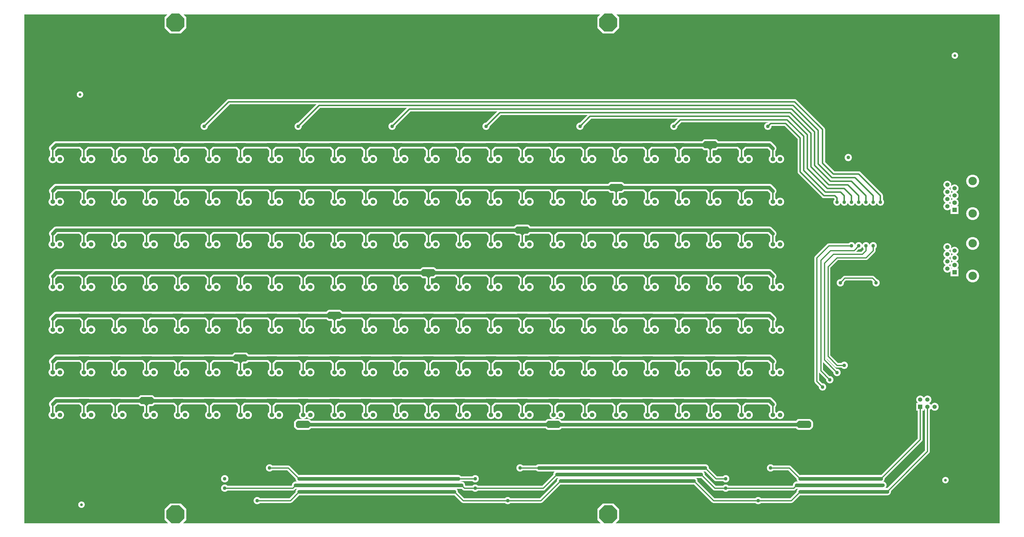
<source format=gbl>
%FSLAX24Y24*%
%MOIN*%
G70*
G01*
G75*
G04 Layer_Physical_Order=2*
G04 Layer_Color=16711680*
%ADD10R,0.1299X0.0787*%
%ADD11O,0.0217X0.0689*%
%ADD12O,0.0689X0.0217*%
%ADD13R,0.0354X0.0354*%
%ADD14C,0.0394*%
%ADD15R,0.2264X0.2559*%
%ADD16R,0.0492X0.1201*%
%ADD17O,0.0236X0.0866*%
%ADD18R,0.0335X0.0335*%
%ADD19R,0.0394X0.0394*%
%ADD20R,0.0630X0.1181*%
%ADD21R,0.0787X0.2362*%
%ADD22R,0.0630X0.0236*%
%ADD23R,0.0472X0.1378*%
%ADD24R,0.0866X0.0925*%
%ADD25R,0.0610X0.0925*%
%ADD26R,0.0335X0.0669*%
%ADD27R,0.2185X0.2559*%
%ADD28R,0.0236X0.0866*%
%ADD29C,0.0150*%
%ADD30C,0.0500*%
%ADD31C,0.0200*%
%ADD32C,0.0300*%
%ADD33C,0.0250*%
%ADD34C,0.0100*%
%ADD35C,0.0630*%
%ADD36C,0.0591*%
%ADD37C,0.0591*%
%ADD38R,0.0591X0.0591*%
%ADD39P,0.2706X8X22.5*%
%ADD40C,0.1161*%
%ADD41R,0.0591X0.0591*%
%ADD42C,0.0500*%
%ADD43C,0.0394*%
G36*
X178607Y7603D02*
X125459D01*
D01*
X125949Y8093D01*
Y9593D01*
X125199Y10343D01*
X123699D01*
X122949Y9593D01*
Y8093D01*
X123439Y7603D01*
Y7603D01*
X65617D01*
D01*
X66107Y8093D01*
Y9593D01*
X65357Y10343D01*
X63857D01*
X63107Y9593D01*
Y8093D01*
X63597Y7603D01*
Y7603D01*
X43703D01*
Y78097D01*
X63501D01*
D01*
Y78097D01*
X63107Y77703D01*
Y76203D01*
X63857Y75453D01*
X65357D01*
X66107Y76203D01*
Y77703D01*
X65712Y78097D01*
D01*
D01*
Y78097D01*
X123344D01*
D01*
Y78097D01*
X122949Y77703D01*
Y76203D01*
X123699Y75453D01*
X125199D01*
X125949Y76203D01*
Y77703D01*
X125555Y78097D01*
D01*
D01*
Y78097D01*
X178607D01*
Y7603D01*
D02*
G37*
%LPC*%
G36*
X161007Y41898D02*
X157157D01*
X157151Y41897D01*
X157144Y41898D01*
X157108Y41892D01*
X157072Y41887D01*
X157066Y41885D01*
X157060Y41883D01*
X157027Y41868D01*
X156993Y41854D01*
X156988Y41850D01*
X156982Y41848D01*
X156954Y41824D01*
X156925Y41802D01*
X156921Y41797D01*
X156916Y41793D01*
X156574Y41423D01*
X156557Y41425D01*
X156427Y41408D01*
X156305Y41357D01*
X156200Y41277D01*
X156120Y41173D01*
X156070Y41051D01*
X156053Y40920D01*
X156070Y40790D01*
X156120Y40668D01*
X156200Y40564D01*
X156305Y40484D01*
X156427Y40433D01*
X156557Y40416D01*
X156688Y40433D01*
X156809Y40484D01*
X156914Y40564D01*
X156994Y40668D01*
X157044Y40790D01*
X157061Y40920D01*
X157054Y40976D01*
X157301Y41243D01*
X160871D01*
X161033Y41081D01*
X161020Y41051D01*
X161003Y40920D01*
X161020Y40790D01*
X161070Y40668D01*
X161150Y40564D01*
X161255Y40484D01*
X161377Y40433D01*
X161507Y40416D01*
X161638Y40433D01*
X161759Y40484D01*
X161864Y40564D01*
X161944Y40668D01*
X161994Y40790D01*
X162011Y40920D01*
X161994Y41051D01*
X161944Y41173D01*
X161864Y41277D01*
X161759Y41357D01*
X161638Y41408D01*
X161633Y41408D01*
X161239Y41802D01*
X161171Y41854D01*
X161131Y41871D01*
X161092Y41887D01*
X161050Y41893D01*
X161007Y41898D01*
D02*
G37*
G36*
X174857Y47265D02*
X174683Y47247D01*
X174515Y47196D01*
X174360Y47114D01*
X174225Y47003D01*
X174114Y46867D01*
X174031Y46713D01*
X173980Y46545D01*
X173963Y46370D01*
X173980Y46196D01*
X174031Y46028D01*
X174114Y45874D01*
X174225Y45738D01*
X174360Y45627D01*
X174515Y45544D01*
X174683Y45494D01*
X174857Y45476D01*
X175032Y45494D01*
X175199Y45544D01*
X175354Y45627D01*
X175489Y45738D01*
X175600Y45874D01*
X175683Y46028D01*
X175734Y46196D01*
X175751Y46370D01*
X175734Y46545D01*
X175683Y46713D01*
X175600Y46867D01*
X175489Y47003D01*
X175354Y47114D01*
X175199Y47196D01*
X175032Y47247D01*
X174857Y47265D01*
D02*
G37*
G36*
X113317Y48981D02*
X111817D01*
X111719Y48962D01*
X111637Y48906D01*
X111447Y48717D01*
X48091D01*
X47960Y48700D01*
X47838Y48649D01*
X47734Y48569D01*
X47257Y48092D01*
X47177Y47988D01*
X47127Y47866D01*
X47109Y47736D01*
X47127Y47605D01*
X47177Y47484D01*
X47257Y47379D01*
X47261Y47376D01*
Y46685D01*
X47211Y46647D01*
X47120Y46529D01*
X47063Y46392D01*
X47044Y46244D01*
X47063Y46097D01*
X47120Y45959D01*
X47211Y45841D01*
X47329Y45751D01*
X47466Y45694D01*
X47614Y45674D01*
X47761Y45694D01*
X47899Y45751D01*
X48017Y45841D01*
X48107Y45959D01*
X48114Y45975D01*
D01*
X48120Y45959D01*
X48211Y45841D01*
X48329Y45751D01*
X48466Y45694D01*
X48614Y45674D01*
X48761Y45694D01*
X48899Y45751D01*
X49017Y45841D01*
X49107Y45959D01*
X49164Y46097D01*
X49184Y46244D01*
X49164Y46392D01*
X49107Y46529D01*
X49017Y46647D01*
X48899Y46738D01*
X48761Y46795D01*
X48614Y46814D01*
X48466Y46795D01*
X48329Y46738D01*
X48211Y46647D01*
X48120Y46529D01*
X48114Y46513D01*
Y46513D01*
Y46513D01*
Y46513D01*
X48114D01*
X48107Y46529D01*
X48017Y46647D01*
X47967Y46685D01*
Y47376D01*
X47970Y47379D01*
X48299Y47708D01*
X51303D01*
X51591Y47420D01*
Y46685D01*
X51541Y46647D01*
X51451Y46529D01*
X51394Y46392D01*
X51375Y46244D01*
X51394Y46097D01*
X51451Y45959D01*
X51541Y45841D01*
X51659Y45751D01*
X51797Y45694D01*
X51944Y45674D01*
X52092Y45694D01*
X52229Y45751D01*
X52347Y45841D01*
X52438Y45959D01*
X52444Y45975D01*
D01*
X52451Y45959D01*
X52541Y45841D01*
X52659Y45751D01*
X52797Y45694D01*
X52944Y45674D01*
X53092Y45694D01*
X53229Y45751D01*
X53347Y45841D01*
X53438Y45959D01*
X53495Y46097D01*
X53514Y46244D01*
X53495Y46392D01*
X53438Y46529D01*
X53347Y46647D01*
X53229Y46738D01*
X53092Y46795D01*
X52944Y46814D01*
X52797Y46795D01*
X52659Y46738D01*
X52541Y46647D01*
X52451Y46529D01*
X52444Y46513D01*
Y46513D01*
Y46513D01*
Y46513D01*
X52444D01*
X52438Y46529D01*
X52347Y46647D01*
X52297Y46685D01*
Y47423D01*
X52589Y47708D01*
X55634D01*
X55922Y47420D01*
Y46685D01*
X55872Y46647D01*
X55782Y46529D01*
X55725Y46392D01*
X55705Y46244D01*
X55725Y46097D01*
X55782Y45959D01*
X55872Y45841D01*
X55990Y45751D01*
X56128Y45694D01*
X56275Y45674D01*
X56423Y45694D01*
X56560Y45751D01*
X56678Y45841D01*
X56769Y45959D01*
X56775Y45975D01*
D01*
X56782Y45959D01*
X56872Y45841D01*
X56990Y45751D01*
X57128Y45694D01*
X57275Y45674D01*
X57423Y45694D01*
X57560Y45751D01*
X57678Y45841D01*
X57769Y45959D01*
X57826Y46097D01*
X57845Y46244D01*
X57826Y46392D01*
X57769Y46529D01*
X57678Y46647D01*
X57560Y46738D01*
X57423Y46795D01*
X57275Y46814D01*
X57128Y46795D01*
X56990Y46738D01*
X56872Y46647D01*
X56782Y46529D01*
X56775Y46513D01*
Y46513D01*
Y46513D01*
Y46513D01*
X56775D01*
X56769Y46529D01*
X56678Y46647D01*
X56628Y46685D01*
Y47423D01*
X56919Y47708D01*
X59964D01*
X60253Y47420D01*
Y46685D01*
X60203Y46647D01*
X60112Y46529D01*
X60055Y46392D01*
X60036Y46244D01*
X60055Y46097D01*
X60112Y45959D01*
X60203Y45841D01*
X60321Y45751D01*
X60458Y45694D01*
X60606Y45674D01*
X60753Y45694D01*
X60891Y45751D01*
X61009Y45841D01*
X61099Y45959D01*
X61106Y45975D01*
D01*
X61112Y45959D01*
X61203Y45841D01*
X61321Y45751D01*
X61458Y45694D01*
X61606Y45674D01*
X61753Y45694D01*
X61891Y45751D01*
X62009Y45841D01*
X62099Y45959D01*
X62156Y46097D01*
X62176Y46244D01*
X62156Y46392D01*
X62099Y46529D01*
X62009Y46647D01*
X61891Y46738D01*
X61753Y46795D01*
X61606Y46814D01*
X61458Y46795D01*
X61321Y46738D01*
X61203Y46647D01*
X61112Y46529D01*
X61106Y46513D01*
Y46513D01*
Y46513D01*
Y46513D01*
X61106D01*
X61099Y46529D01*
X61009Y46647D01*
X60959Y46685D01*
Y47423D01*
X61250Y47708D01*
X64295D01*
X64584Y47420D01*
Y46685D01*
X64534Y46647D01*
X64443Y46529D01*
X64386Y46392D01*
X64367Y46244D01*
X64386Y46097D01*
X64443Y45959D01*
X64534Y45841D01*
X64652Y45751D01*
X64789Y45694D01*
X64937Y45674D01*
X65084Y45694D01*
X65221Y45751D01*
X65339Y45841D01*
X65430Y45959D01*
X65437Y45975D01*
D01*
X65443Y45959D01*
X65534Y45841D01*
X65652Y45751D01*
X65789Y45694D01*
X65937Y45674D01*
X66084Y45694D01*
X66221Y45751D01*
X66339Y45841D01*
X66430Y45959D01*
X66487Y46097D01*
X66506Y46244D01*
X66487Y46392D01*
X66430Y46529D01*
X66339Y46647D01*
X66221Y46738D01*
X66084Y46795D01*
X65937Y46814D01*
X65789Y46795D01*
X65652Y46738D01*
X65534Y46647D01*
X65443Y46529D01*
X65437Y46513D01*
Y46513D01*
Y46513D01*
Y46513D01*
X65437D01*
X65430Y46529D01*
X65339Y46647D01*
X65290Y46685D01*
Y47423D01*
X65581Y47708D01*
X68626D01*
X68914Y47420D01*
Y46685D01*
X68864Y46647D01*
X68774Y46529D01*
X68717Y46392D01*
X68697Y46244D01*
X68717Y46097D01*
X68774Y45959D01*
X68864Y45841D01*
X68982Y45751D01*
X69120Y45694D01*
X69267Y45674D01*
X69415Y45694D01*
X69552Y45751D01*
X69670Y45841D01*
X69761Y45959D01*
X69767Y45975D01*
D01*
X69774Y45959D01*
X69864Y45841D01*
X69982Y45751D01*
X70120Y45694D01*
X70267Y45674D01*
X70415Y45694D01*
X70552Y45751D01*
X70670Y45841D01*
X70761Y45959D01*
X70818Y46097D01*
X70837Y46244D01*
X70818Y46392D01*
X70761Y46529D01*
X70670Y46647D01*
X70552Y46738D01*
X70415Y46795D01*
X70267Y46814D01*
X70120Y46795D01*
X69982Y46738D01*
X69864Y46647D01*
X69774Y46529D01*
X69767Y46513D01*
Y46513D01*
Y46513D01*
Y46513D01*
X69767D01*
X69761Y46529D01*
X69670Y46647D01*
X69620Y46685D01*
Y47423D01*
X69912Y47708D01*
X72956D01*
X73245Y47420D01*
Y46685D01*
X73195Y46647D01*
X73104Y46529D01*
X73048Y46392D01*
X73028Y46244D01*
X73048Y46097D01*
X73104Y45959D01*
X73195Y45841D01*
X73313Y45751D01*
X73450Y45694D01*
X73598Y45674D01*
X73745Y45694D01*
X73883Y45751D01*
X74001Y45841D01*
X74091Y45959D01*
X74098Y45975D01*
D01*
X74104Y45959D01*
X74195Y45841D01*
X74313Y45751D01*
X74450Y45694D01*
X74598Y45674D01*
X74745Y45694D01*
X74883Y45751D01*
X75001Y45841D01*
X75091Y45959D01*
X75148Y46097D01*
X75168Y46244D01*
X75148Y46392D01*
X75091Y46529D01*
X75001Y46647D01*
X74883Y46738D01*
X74745Y46795D01*
X74598Y46814D01*
X74450Y46795D01*
X74313Y46738D01*
X74195Y46647D01*
X74104Y46529D01*
X74098Y46513D01*
Y46513D01*
Y46513D01*
Y46513D01*
X74098D01*
X74091Y46529D01*
X74001Y46647D01*
X73951Y46685D01*
Y47423D01*
X74242Y47708D01*
X77287D01*
X77576Y47420D01*
Y46685D01*
X77526Y46647D01*
X77435Y46529D01*
X77378Y46392D01*
X77359Y46244D01*
X77378Y46097D01*
X77435Y45959D01*
X77526Y45841D01*
X77644Y45751D01*
X77781Y45694D01*
X77929Y45674D01*
X78076Y45694D01*
X78214Y45751D01*
X78332Y45841D01*
X78422Y45959D01*
X78429Y45975D01*
D01*
X78435Y45959D01*
X78526Y45841D01*
X78644Y45751D01*
X78781Y45694D01*
X78929Y45674D01*
X79076Y45694D01*
X79214Y45751D01*
X79332Y45841D01*
X79422Y45959D01*
X79479Y46097D01*
X79498Y46244D01*
X79479Y46392D01*
X79422Y46529D01*
X79332Y46647D01*
X79214Y46738D01*
X79076Y46795D01*
X78929Y46814D01*
X78781Y46795D01*
X78644Y46738D01*
X78526Y46647D01*
X78435Y46529D01*
X78429Y46513D01*
Y46513D01*
Y46513D01*
Y46513D01*
X78429D01*
X78422Y46529D01*
X78332Y46647D01*
X78282Y46685D01*
Y47423D01*
X78573Y47708D01*
X81618D01*
X81906Y47420D01*
Y46685D01*
X81856Y46647D01*
X81766Y46529D01*
X81709Y46392D01*
X81690Y46244D01*
X81709Y46097D01*
X81766Y45959D01*
X81856Y45841D01*
X81974Y45751D01*
X82112Y45694D01*
X82259Y45674D01*
X82407Y45694D01*
X82544Y45751D01*
X82662Y45841D01*
X82753Y45959D01*
X82759Y45975D01*
D01*
X82766Y45959D01*
X82856Y45841D01*
X82974Y45751D01*
X83112Y45694D01*
X83259Y45674D01*
X83407Y45694D01*
X83544Y45751D01*
X83662Y45841D01*
X83753Y45959D01*
X83810Y46097D01*
X83829Y46244D01*
X83810Y46392D01*
X83753Y46529D01*
X83662Y46647D01*
X83544Y46738D01*
X83407Y46795D01*
X83259Y46814D01*
X83112Y46795D01*
X82974Y46738D01*
X82856Y46647D01*
X82766Y46529D01*
X82759Y46513D01*
Y46513D01*
Y46513D01*
Y46513D01*
X82759D01*
X82753Y46529D01*
X82662Y46647D01*
X82612Y46685D01*
Y47423D01*
X82904Y47708D01*
X85948D01*
X86237Y47420D01*
Y46685D01*
X86187Y46647D01*
X86097Y46529D01*
X86040Y46392D01*
X86020Y46244D01*
X86040Y46097D01*
X86097Y45959D01*
X86187Y45841D01*
X86305Y45751D01*
X86443Y45694D01*
X86590Y45674D01*
X86738Y45694D01*
X86875Y45751D01*
X86993Y45841D01*
X87084Y45959D01*
X87090Y45975D01*
D01*
X87097Y45959D01*
X87187Y45841D01*
X87305Y45751D01*
X87443Y45694D01*
X87590Y45674D01*
X87738Y45694D01*
X87875Y45751D01*
X87993Y45841D01*
X88084Y45959D01*
X88140Y46097D01*
X88160Y46244D01*
X88140Y46392D01*
X88084Y46529D01*
X87993Y46647D01*
X87875Y46738D01*
X87738Y46795D01*
X87590Y46814D01*
X87443Y46795D01*
X87305Y46738D01*
X87187Y46647D01*
X87097Y46529D01*
X87090Y46513D01*
Y46513D01*
Y46513D01*
Y46513D01*
X87090D01*
X87084Y46529D01*
X86993Y46647D01*
X86943Y46685D01*
Y47423D01*
X87234Y47708D01*
X90279D01*
X90568Y47420D01*
Y46685D01*
X90518Y46647D01*
X90427Y46529D01*
X90370Y46392D01*
X90351Y46244D01*
X90370Y46097D01*
X90427Y45959D01*
X90518Y45841D01*
X90636Y45751D01*
X90773Y45694D01*
X90921Y45674D01*
X91068Y45694D01*
X91206Y45751D01*
X91324Y45841D01*
X91414Y45959D01*
X91421Y45975D01*
D01*
X91427Y45959D01*
X91518Y45841D01*
X91636Y45751D01*
X91773Y45694D01*
X91921Y45674D01*
X92068Y45694D01*
X92206Y45751D01*
X92324Y45841D01*
X92414Y45959D01*
X92471Y46097D01*
X92491Y46244D01*
X92471Y46392D01*
X92414Y46529D01*
X92324Y46647D01*
X92206Y46738D01*
X92068Y46795D01*
X91921Y46814D01*
X91773Y46795D01*
X91636Y46738D01*
X91518Y46647D01*
X91427Y46529D01*
X91421Y46513D01*
Y46513D01*
Y46513D01*
Y46513D01*
X91421D01*
X91414Y46529D01*
X91324Y46647D01*
X91274Y46685D01*
Y47423D01*
X91565Y47708D01*
X94610D01*
X94898Y47420D01*
Y46685D01*
X94849Y46647D01*
X94758Y46529D01*
X94701Y46392D01*
X94682Y46244D01*
X94701Y46097D01*
X94758Y45959D01*
X94849Y45841D01*
X94967Y45751D01*
X95104Y45694D01*
X95251Y45674D01*
X95399Y45694D01*
X95536Y45751D01*
X95654Y45841D01*
X95745Y45959D01*
X95751Y45975D01*
D01*
X95758Y45959D01*
X95849Y45841D01*
X95967Y45751D01*
X96104Y45694D01*
X96251Y45674D01*
X96399Y45694D01*
X96536Y45751D01*
X96654Y45841D01*
X96745Y45959D01*
X96802Y46097D01*
X96821Y46244D01*
X96802Y46392D01*
X96745Y46529D01*
X96654Y46647D01*
X96536Y46738D01*
X96399Y46795D01*
X96251Y46814D01*
X96104Y46795D01*
X95967Y46738D01*
X95849Y46647D01*
X95758Y46529D01*
X95751Y46513D01*
Y46513D01*
Y46513D01*
Y46513D01*
X95751D01*
X95745Y46529D01*
X95654Y46647D01*
X95605Y46685D01*
Y47423D01*
X95896Y47708D01*
X98941D01*
X99229Y47420D01*
Y46685D01*
X99179Y46647D01*
X99089Y46529D01*
X99032Y46392D01*
X99012Y46244D01*
X99032Y46097D01*
X99089Y45959D01*
X99179Y45841D01*
X99297Y45751D01*
X99435Y45694D01*
X99582Y45674D01*
X99730Y45694D01*
X99867Y45751D01*
X99985Y45841D01*
X100076Y45959D01*
X100082Y45975D01*
D01*
X100089Y45959D01*
X100179Y45841D01*
X100297Y45751D01*
X100435Y45694D01*
X100582Y45674D01*
X100730Y45694D01*
X100867Y45751D01*
X100985Y45841D01*
X101076Y45959D01*
X101133Y46097D01*
X101152Y46244D01*
X101133Y46392D01*
X101076Y46529D01*
X100985Y46647D01*
X100867Y46738D01*
X100730Y46795D01*
X100582Y46814D01*
X100435Y46795D01*
X100297Y46738D01*
X100179Y46647D01*
X100089Y46529D01*
X100082Y46513D01*
Y46513D01*
Y46513D01*
Y46513D01*
X100082D01*
X100076Y46529D01*
X99985Y46647D01*
X99935Y46685D01*
Y47423D01*
X100227Y47708D01*
X103271D01*
X103560Y47420D01*
Y46685D01*
X103510Y46647D01*
X103419Y46529D01*
X103362Y46392D01*
X103343Y46244D01*
X103362Y46097D01*
X103419Y45959D01*
X103510Y45841D01*
X103628Y45751D01*
X103765Y45694D01*
X103913Y45674D01*
X104060Y45694D01*
X104198Y45751D01*
X104316Y45841D01*
X104406Y45959D01*
X104413Y45975D01*
D01*
X104419Y45959D01*
X104510Y45841D01*
X104628Y45751D01*
X104765Y45694D01*
X104913Y45674D01*
X105060Y45694D01*
X105198Y45751D01*
X105316Y45841D01*
X105406Y45959D01*
X105463Y46097D01*
X105483Y46244D01*
X105463Y46392D01*
X105406Y46529D01*
X105316Y46647D01*
X105198Y46738D01*
X105060Y46795D01*
X104913Y46814D01*
X104765Y46795D01*
X104628Y46738D01*
X104510Y46647D01*
X104419Y46529D01*
X104413Y46513D01*
Y46513D01*
Y46513D01*
Y46513D01*
X104413D01*
X104406Y46529D01*
X104316Y46647D01*
X104266Y46685D01*
Y47423D01*
X104557Y47708D01*
X107602D01*
X107891Y47420D01*
Y46685D01*
X107841Y46647D01*
X107750Y46529D01*
X107693Y46392D01*
X107674Y46244D01*
X107693Y46097D01*
X107750Y45959D01*
X107841Y45841D01*
X107959Y45751D01*
X108096Y45694D01*
X108244Y45674D01*
X108391Y45694D01*
X108529Y45751D01*
X108647Y45841D01*
X108737Y45959D01*
X108744Y45975D01*
D01*
X108750Y45959D01*
X108841Y45841D01*
X108959Y45751D01*
X109096Y45694D01*
X109244Y45674D01*
X109391Y45694D01*
X109529Y45751D01*
X109647Y45841D01*
X109737Y45959D01*
X109794Y46097D01*
X109813Y46244D01*
X109794Y46392D01*
X109737Y46529D01*
X109647Y46647D01*
X109529Y46738D01*
X109391Y46795D01*
X109244Y46814D01*
X109096Y46795D01*
X108959Y46738D01*
X108841Y46647D01*
X108750Y46529D01*
X108744Y46513D01*
Y46513D01*
Y46513D01*
Y46513D01*
X108744D01*
X108737Y46529D01*
X108647Y46647D01*
X108597Y46685D01*
Y47423D01*
X108888Y47708D01*
X111474D01*
X111637Y47546D01*
X111719Y47491D01*
X111817Y47471D01*
X112170D01*
X112221Y47420D01*
Y46685D01*
X112171Y46647D01*
X112081Y46529D01*
X112024Y46392D01*
X112004Y46244D01*
X112024Y46097D01*
X112081Y45959D01*
X112171Y45841D01*
X112289Y45751D01*
X112427Y45694D01*
X112574Y45674D01*
X112722Y45694D01*
X112859Y45751D01*
X112977Y45841D01*
X113068Y45959D01*
X113074Y45975D01*
D01*
X113081Y45959D01*
X113171Y45841D01*
X113289Y45751D01*
X113427Y45694D01*
X113574Y45674D01*
X113722Y45694D01*
X113859Y45751D01*
X113977Y45841D01*
X114068Y45959D01*
X114125Y46097D01*
X114144Y46244D01*
X114125Y46392D01*
X114068Y46529D01*
X113977Y46647D01*
X113859Y46738D01*
X113722Y46795D01*
X113574Y46814D01*
X113427Y46795D01*
X113289Y46738D01*
X113171Y46647D01*
X113081Y46529D01*
X113074Y46513D01*
Y46513D01*
Y46513D01*
Y46513D01*
X113074D01*
X113068Y46529D01*
X112977Y46647D01*
X112927Y46685D01*
Y47423D01*
X112977Y47471D01*
X113317D01*
X113414Y47491D01*
X113497Y47546D01*
X113659Y47708D01*
X116263D01*
X116552Y47420D01*
Y46685D01*
X116502Y46647D01*
X116412Y46529D01*
X116355Y46392D01*
X116335Y46244D01*
X116355Y46097D01*
X116412Y45959D01*
X116502Y45841D01*
X116620Y45751D01*
X116758Y45694D01*
X116905Y45674D01*
X117053Y45694D01*
X117190Y45751D01*
X117308Y45841D01*
X117399Y45959D01*
X117405Y45975D01*
D01*
X117412Y45959D01*
X117502Y45841D01*
X117620Y45751D01*
X117758Y45694D01*
X117905Y45674D01*
X118053Y45694D01*
X118190Y45751D01*
X118308Y45841D01*
X118399Y45959D01*
X118455Y46097D01*
X118475Y46244D01*
X118455Y46392D01*
X118399Y46529D01*
X118308Y46647D01*
X118190Y46738D01*
X118053Y46795D01*
X117905Y46814D01*
X117758Y46795D01*
X117620Y46738D01*
X117502Y46647D01*
X117412Y46529D01*
X117405Y46513D01*
Y46513D01*
Y46513D01*
Y46513D01*
X117405D01*
X117399Y46529D01*
X117308Y46647D01*
X117258Y46685D01*
Y47423D01*
X117549Y47708D01*
X120594D01*
X120883Y47420D01*
Y46685D01*
X120833Y46647D01*
X120742Y46529D01*
X120685Y46392D01*
X120666Y46244D01*
X120685Y46097D01*
X120742Y45959D01*
X120833Y45841D01*
X120951Y45751D01*
X121088Y45694D01*
X121236Y45674D01*
X121383Y45694D01*
X121521Y45751D01*
X121639Y45841D01*
X121729Y45959D01*
X121736Y45975D01*
D01*
X121742Y45959D01*
X121833Y45841D01*
X121951Y45751D01*
X122088Y45694D01*
X122236Y45674D01*
X122383Y45694D01*
X122521Y45751D01*
X122639Y45841D01*
X122729Y45959D01*
X122786Y46097D01*
X122806Y46244D01*
X122786Y46392D01*
X122729Y46529D01*
X122639Y46647D01*
X122521Y46738D01*
X122383Y46795D01*
X122236Y46814D01*
X122088Y46795D01*
X121951Y46738D01*
X121833Y46647D01*
X121742Y46529D01*
X121736Y46513D01*
Y46513D01*
Y46513D01*
Y46513D01*
X121736D01*
X121729Y46529D01*
X121639Y46647D01*
X121589Y46685D01*
Y47423D01*
X121880Y47708D01*
X124925D01*
X125213Y47420D01*
Y46685D01*
X125164Y46647D01*
X125073Y46529D01*
X125016Y46392D01*
X124997Y46244D01*
X125016Y46097D01*
X125073Y45959D01*
X125164Y45841D01*
X125282Y45751D01*
X125419Y45694D01*
X125566Y45674D01*
X125714Y45694D01*
X125851Y45751D01*
X125969Y45841D01*
X126060Y45959D01*
X126066Y45975D01*
D01*
X126073Y45959D01*
X126164Y45841D01*
X126282Y45751D01*
X126419Y45694D01*
X126566Y45674D01*
X126714Y45694D01*
X126851Y45751D01*
X126969Y45841D01*
X127060Y45959D01*
X127117Y46097D01*
X127136Y46244D01*
X127117Y46392D01*
X127060Y46529D01*
X126969Y46647D01*
X126851Y46738D01*
X126714Y46795D01*
X126566Y46814D01*
X126419Y46795D01*
X126282Y46738D01*
X126164Y46647D01*
X126073Y46529D01*
X126066Y46513D01*
Y46513D01*
Y46513D01*
Y46513D01*
X126066D01*
X126060Y46529D01*
X125969Y46647D01*
X125919Y46685D01*
Y47423D01*
X126211Y47708D01*
X129256D01*
X129544Y47420D01*
Y46685D01*
X129494Y46647D01*
X129404Y46529D01*
X129347Y46392D01*
X129327Y46244D01*
X129347Y46097D01*
X129404Y45959D01*
X129494Y45841D01*
X129612Y45751D01*
X129750Y45694D01*
X129897Y45674D01*
X130045Y45694D01*
X130182Y45751D01*
X130300Y45841D01*
X130391Y45959D01*
X130397Y45975D01*
D01*
X130404Y45959D01*
X130494Y45841D01*
X130612Y45751D01*
X130750Y45694D01*
X130897Y45674D01*
X131045Y45694D01*
X131182Y45751D01*
X131300Y45841D01*
X131391Y45959D01*
X131448Y46097D01*
X131467Y46244D01*
X131448Y46392D01*
X131391Y46529D01*
X131300Y46647D01*
X131182Y46738D01*
X131045Y46795D01*
X130897Y46814D01*
X130750Y46795D01*
X130612Y46738D01*
X130494Y46647D01*
X130404Y46529D01*
X130397Y46513D01*
Y46513D01*
Y46513D01*
Y46513D01*
X130397D01*
X130391Y46529D01*
X130300Y46647D01*
X130250Y46685D01*
Y47423D01*
X130541Y47708D01*
X133586D01*
X133875Y47420D01*
Y46685D01*
X133825Y46647D01*
X133734Y46529D01*
X133677Y46392D01*
X133658Y46244D01*
X133677Y46097D01*
X133734Y45959D01*
X133825Y45841D01*
X133943Y45751D01*
X134080Y45694D01*
X134228Y45674D01*
X134375Y45694D01*
X134513Y45751D01*
X134631Y45841D01*
X134721Y45959D01*
X134728Y45975D01*
D01*
X134734Y45959D01*
X134825Y45841D01*
X134943Y45751D01*
X135080Y45694D01*
X135228Y45674D01*
X135375Y45694D01*
X135513Y45751D01*
X135631Y45841D01*
X135721Y45959D01*
X135778Y46097D01*
X135798Y46244D01*
X135778Y46392D01*
X135721Y46529D01*
X135631Y46647D01*
X135513Y46738D01*
X135375Y46795D01*
X135228Y46814D01*
X135080Y46795D01*
X134943Y46738D01*
X134825Y46647D01*
X134734Y46529D01*
X134728Y46513D01*
Y46513D01*
Y46513D01*
Y46513D01*
X134728D01*
X134721Y46529D01*
X134631Y46647D01*
X134581Y46685D01*
Y47423D01*
X134872Y47708D01*
X137917D01*
X138206Y47420D01*
Y46685D01*
X138156Y46647D01*
X138065Y46529D01*
X138008Y46392D01*
X137989Y46244D01*
X138008Y46097D01*
X138065Y45959D01*
X138156Y45841D01*
X138274Y45751D01*
X138411Y45694D01*
X138559Y45674D01*
X138706Y45694D01*
X138843Y45751D01*
X138962Y45841D01*
X139052Y45959D01*
X139059Y45975D01*
D01*
X139065Y45959D01*
X139156Y45841D01*
X139274Y45751D01*
X139411Y45694D01*
X139559Y45674D01*
X139706Y45694D01*
X139844Y45751D01*
X139962Y45841D01*
X140052Y45959D01*
X140109Y46097D01*
X140128Y46244D01*
X140109Y46392D01*
X140052Y46529D01*
X139962Y46647D01*
X139844Y46738D01*
X139706Y46795D01*
X139559Y46814D01*
X139411Y46795D01*
X139274Y46738D01*
X139156Y46647D01*
X139065Y46529D01*
X139059Y46513D01*
Y46513D01*
Y46513D01*
Y46513D01*
X139059D01*
X139052Y46529D01*
X138962Y46647D01*
X138912Y46685D01*
Y47423D01*
X139203Y47708D01*
X142248D01*
X142536Y47420D01*
Y46685D01*
X142486Y46647D01*
X142396Y46529D01*
X142339Y46392D01*
X142319Y46244D01*
X142339Y46097D01*
X142396Y45959D01*
X142486Y45841D01*
X142604Y45751D01*
X142742Y45694D01*
X142889Y45674D01*
X143037Y45694D01*
X143174Y45751D01*
X143292Y45841D01*
X143383Y45959D01*
X143389Y45975D01*
D01*
X143396Y45959D01*
X143486Y45841D01*
X143604Y45751D01*
X143742Y45694D01*
X143889Y45674D01*
X144037Y45694D01*
X144174Y45751D01*
X144292Y45841D01*
X144383Y45959D01*
X144440Y46097D01*
X144459Y46244D01*
X144440Y46392D01*
X144383Y46529D01*
X144292Y46647D01*
X144174Y46738D01*
X144037Y46795D01*
X143889Y46814D01*
X143742Y46795D01*
X143604Y46738D01*
X143486Y46647D01*
X143396Y46529D01*
X143389Y46513D01*
Y46513D01*
Y46513D01*
Y46513D01*
X143389D01*
X143383Y46529D01*
X143292Y46647D01*
X143242Y46685D01*
Y47423D01*
X143534Y47708D01*
X146521D01*
X146863Y47365D01*
X146867Y47363D01*
Y46685D01*
X146817Y46647D01*
X146727Y46529D01*
X146670Y46392D01*
X146650Y46244D01*
X146670Y46097D01*
X146727Y45959D01*
X146817Y45841D01*
X146935Y45751D01*
X147073Y45694D01*
X147220Y45674D01*
X147367Y45694D01*
X147505Y45751D01*
X147623Y45841D01*
X147713Y45959D01*
X147720Y45975D01*
D01*
X147727Y45959D01*
X147817Y45841D01*
X147935Y45751D01*
X148073Y45694D01*
X148220Y45674D01*
X148367Y45694D01*
X148505Y45751D01*
X148623Y45841D01*
X148713Y45959D01*
X148770Y46097D01*
X148790Y46244D01*
X148770Y46392D01*
X148713Y46529D01*
X148623Y46647D01*
X148505Y46738D01*
X148367Y46795D01*
X148220Y46814D01*
X148073Y46795D01*
X147935Y46738D01*
X147817Y46647D01*
X147727Y46529D01*
X147720Y46513D01*
Y46513D01*
Y46513D01*
Y46513D01*
X147720Y46513D01*
X147713Y46529D01*
X147623Y46647D01*
X147573Y46685D01*
Y47363D01*
X147577Y47365D01*
X147657Y47470D01*
X147707Y47592D01*
X147724Y47722D01*
X147707Y47853D01*
X147657Y47974D01*
X147577Y48079D01*
X147086Y48569D01*
X146982Y48649D01*
X146860Y48700D01*
X146729Y48717D01*
X113687D01*
X113497Y48906D01*
X113414Y48962D01*
X113317Y48981D01*
D02*
G37*
G36*
X171357Y46420D02*
X171215Y46402D01*
X171082Y46347D01*
X170968Y46259D01*
X170881Y46145D01*
X170826Y46013D01*
X170807Y45870D01*
X170826Y45728D01*
X170881Y45595D01*
X170968Y45482D01*
X171082Y45394D01*
X171139Y45370D01*
Y45370D01*
D01*
D01*
D01*
X171082Y45347D01*
X170968Y45259D01*
X170881Y45145D01*
X170826Y45013D01*
X170807Y44870D01*
X170826Y44728D01*
X170881Y44595D01*
X170968Y44482D01*
X171082Y44394D01*
X171139Y44370D01*
Y44370D01*
D01*
D01*
D01*
X171082Y44347D01*
X170968Y44259D01*
X170881Y44145D01*
X170826Y44013D01*
X170807Y43870D01*
X170826Y43728D01*
X170881Y43595D01*
X170968Y43482D01*
X171082Y43394D01*
X171139Y43370D01*
Y43370D01*
D01*
D01*
D01*
X171082Y43347D01*
X170968Y43259D01*
X170881Y43145D01*
X170826Y43013D01*
X170807Y42870D01*
X170826Y42728D01*
X170881Y42595D01*
X170968Y42482D01*
X171082Y42394D01*
X171215Y42339D01*
X171357Y42320D01*
X171499Y42339D01*
X171632Y42394D01*
X171746Y42482D01*
X171812Y42567D01*
D01*
Y41825D01*
X172902D01*
Y42916D01*
X172693D01*
X172693D01*
X172760Y42968D01*
X172851Y43086D01*
X172908Y43223D01*
X172927Y43370D01*
X172908Y43518D01*
X172851Y43655D01*
X172760Y43773D01*
X172642Y43864D01*
X172601Y43881D01*
X172601D01*
X172632Y43894D01*
X172746Y43982D01*
X172833Y44095D01*
X172888Y44228D01*
X172907Y44370D01*
X172888Y44513D01*
X172833Y44645D01*
X172746Y44759D01*
X172632Y44847D01*
X172575Y44870D01*
X172575D01*
X172632Y44894D01*
X172746Y44982D01*
X172833Y45095D01*
X172888Y45228D01*
X172907Y45370D01*
X172888Y45513D01*
X172833Y45645D01*
X172746Y45759D01*
X172632Y45847D01*
X172499Y45902D01*
X172357Y45920D01*
X172215Y45902D01*
X172082Y45847D01*
X171968Y45759D01*
X171881Y45645D01*
X171826Y45513D01*
X171807Y45370D01*
X171826Y45228D01*
X171881Y45095D01*
X171968Y44982D01*
X172082Y44894D01*
X172139Y44870D01*
Y44870D01*
D01*
D01*
D01*
X172082Y44847D01*
X171968Y44759D01*
X171881Y44645D01*
X171826Y44513D01*
X171807Y44370D01*
X171826Y44228D01*
X171881Y44095D01*
X171968Y43982D01*
X172082Y43894D01*
X172114Y43881D01*
Y43881D01*
D01*
D01*
D01*
X172072Y43864D01*
X171954Y43773D01*
X171864Y43655D01*
X171807Y43518D01*
X171787Y43370D01*
X171807Y43223D01*
X171864Y43086D01*
X171954Y42968D01*
X172022Y42916D01*
X172022Y42916D01*
X172022D01*
D01*
X171901D01*
X171888Y43013D01*
X171833Y43145D01*
X171746Y43259D01*
X171632Y43347D01*
X171575Y43370D01*
X171575D01*
X171632Y43394D01*
X171746Y43482D01*
X171833Y43595D01*
X171888Y43728D01*
X171907Y43870D01*
X171888Y44013D01*
X171833Y44145D01*
X171746Y44259D01*
X171632Y44347D01*
X171575Y44370D01*
X171575D01*
X171632Y44394D01*
X171746Y44482D01*
X171833Y44595D01*
X171888Y44728D01*
X171907Y44870D01*
X171888Y45013D01*
X171833Y45145D01*
X171746Y45259D01*
X171632Y45347D01*
X171575Y45370D01*
X171575D01*
X171632Y45394D01*
X171746Y45482D01*
X171833Y45595D01*
X171888Y45728D01*
X171907Y45870D01*
X171888Y46013D01*
X171833Y46145D01*
X171746Y46259D01*
X171632Y46347D01*
X171499Y46402D01*
X171357Y46420D01*
D02*
G37*
G36*
X157657Y58775D02*
X157527Y58758D01*
X157405Y58707D01*
X157300Y58627D01*
X157220Y58523D01*
X157170Y58401D01*
X157153Y58270D01*
X157170Y58140D01*
X157220Y58018D01*
X157300Y57914D01*
X157405Y57834D01*
X157527Y57783D01*
X157657Y57766D01*
X157788Y57783D01*
X157909Y57834D01*
X158014Y57914D01*
X158094Y58018D01*
X158144Y58140D01*
X158161Y58270D01*
X158144Y58401D01*
X158094Y58523D01*
X158014Y58627D01*
X157909Y58707D01*
X157788Y58758D01*
X157657Y58775D01*
D02*
G37*
G36*
X139301Y60792D02*
X137801D01*
X137703Y60773D01*
X137621Y60718D01*
X137431Y60528D01*
X48091D01*
X47960Y60511D01*
X47838Y60460D01*
X47734Y60380D01*
X47257Y59903D01*
X47177Y59799D01*
X47127Y59677D01*
X47109Y59547D01*
X47127Y59416D01*
X47177Y59295D01*
X47257Y59190D01*
X47261Y59187D01*
Y58496D01*
X47211Y58458D01*
X47120Y58340D01*
X47063Y58203D01*
X47044Y58055D01*
X47063Y57908D01*
X47120Y57770D01*
X47211Y57652D01*
X47329Y57562D01*
X47466Y57505D01*
X47614Y57485D01*
X47761Y57505D01*
X47899Y57562D01*
X48017Y57652D01*
X48107Y57770D01*
X48114Y57786D01*
D01*
X48120Y57770D01*
X48211Y57652D01*
X48329Y57562D01*
X48466Y57505D01*
X48614Y57485D01*
X48761Y57505D01*
X48899Y57562D01*
X49017Y57652D01*
X49107Y57770D01*
X49164Y57908D01*
X49184Y58055D01*
X49164Y58203D01*
X49107Y58340D01*
X49017Y58458D01*
X48899Y58549D01*
X48761Y58606D01*
X48614Y58625D01*
X48466Y58606D01*
X48329Y58549D01*
X48211Y58458D01*
X48120Y58340D01*
X48114Y58324D01*
Y58324D01*
Y58324D01*
Y58324D01*
X48114Y58324D01*
X48107Y58340D01*
X48017Y58458D01*
X47967Y58496D01*
Y59187D01*
X47970Y59190D01*
X48299Y59519D01*
X51303D01*
X51591Y59231D01*
Y58496D01*
X51541Y58458D01*
X51451Y58340D01*
X51394Y58203D01*
X51375Y58055D01*
X51394Y57908D01*
X51451Y57770D01*
X51541Y57652D01*
X51659Y57562D01*
X51797Y57505D01*
X51944Y57485D01*
X52092Y57505D01*
X52229Y57562D01*
X52347Y57652D01*
X52438Y57770D01*
X52444Y57786D01*
D01*
X52451Y57770D01*
X52541Y57652D01*
X52659Y57562D01*
X52797Y57505D01*
X52944Y57485D01*
X53092Y57505D01*
X53229Y57562D01*
X53347Y57652D01*
X53438Y57770D01*
X53495Y57908D01*
X53514Y58055D01*
X53495Y58203D01*
X53438Y58340D01*
X53347Y58458D01*
X53229Y58549D01*
X53092Y58606D01*
X52944Y58625D01*
X52797Y58606D01*
X52659Y58549D01*
X52541Y58458D01*
X52451Y58340D01*
X52444Y58324D01*
Y58324D01*
Y58324D01*
Y58324D01*
X52444Y58324D01*
X52438Y58340D01*
X52347Y58458D01*
X52297Y58496D01*
Y59234D01*
X52589Y59519D01*
X55634D01*
X55922Y59231D01*
Y58496D01*
X55872Y58458D01*
X55782Y58340D01*
X55725Y58203D01*
X55705Y58055D01*
X55725Y57908D01*
X55782Y57770D01*
X55872Y57652D01*
X55990Y57562D01*
X56128Y57505D01*
X56275Y57485D01*
X56423Y57505D01*
X56560Y57562D01*
X56678Y57652D01*
X56769Y57770D01*
X56775Y57786D01*
D01*
X56782Y57770D01*
X56872Y57652D01*
X56990Y57562D01*
X57128Y57505D01*
X57275Y57485D01*
X57423Y57505D01*
X57560Y57562D01*
X57678Y57652D01*
X57769Y57770D01*
X57826Y57908D01*
X57845Y58055D01*
X57826Y58203D01*
X57769Y58340D01*
X57678Y58458D01*
X57560Y58549D01*
X57423Y58606D01*
X57275Y58625D01*
X57128Y58606D01*
X56990Y58549D01*
X56872Y58458D01*
X56782Y58340D01*
X56775Y58324D01*
Y58324D01*
Y58324D01*
Y58324D01*
X56775Y58324D01*
X56769Y58340D01*
X56678Y58458D01*
X56628Y58496D01*
Y59234D01*
X56919Y59519D01*
X59964D01*
X60253Y59231D01*
Y58496D01*
X60203Y58458D01*
X60112Y58340D01*
X60055Y58203D01*
X60036Y58055D01*
X60055Y57908D01*
X60112Y57770D01*
X60203Y57652D01*
X60321Y57562D01*
X60458Y57505D01*
X60606Y57485D01*
X60753Y57505D01*
X60891Y57562D01*
X61009Y57652D01*
X61099Y57770D01*
X61106Y57786D01*
D01*
X61112Y57770D01*
X61203Y57652D01*
X61321Y57562D01*
X61458Y57505D01*
X61606Y57485D01*
X61753Y57505D01*
X61891Y57562D01*
X62009Y57652D01*
X62099Y57770D01*
X62156Y57908D01*
X62176Y58055D01*
X62156Y58203D01*
X62099Y58340D01*
X62009Y58458D01*
X61891Y58549D01*
X61753Y58606D01*
X61606Y58625D01*
X61458Y58606D01*
X61321Y58549D01*
X61203Y58458D01*
X61112Y58340D01*
X61106Y58324D01*
Y58324D01*
Y58324D01*
Y58324D01*
X61106Y58324D01*
X61099Y58340D01*
X61009Y58458D01*
X60959Y58496D01*
Y59234D01*
X61250Y59519D01*
X64295D01*
X64584Y59231D01*
Y58496D01*
X64534Y58458D01*
X64443Y58340D01*
X64386Y58203D01*
X64367Y58055D01*
X64386Y57908D01*
X64443Y57770D01*
X64534Y57652D01*
X64652Y57562D01*
X64789Y57505D01*
X64937Y57485D01*
X65084Y57505D01*
X65221Y57562D01*
X65339Y57652D01*
X65430Y57770D01*
X65437Y57786D01*
D01*
X65443Y57770D01*
X65534Y57652D01*
X65652Y57562D01*
X65789Y57505D01*
X65937Y57485D01*
X66084Y57505D01*
X66221Y57562D01*
X66339Y57652D01*
X66430Y57770D01*
X66487Y57908D01*
X66506Y58055D01*
X66487Y58203D01*
X66430Y58340D01*
X66339Y58458D01*
X66221Y58549D01*
X66084Y58606D01*
X65937Y58625D01*
X65789Y58606D01*
X65652Y58549D01*
X65534Y58458D01*
X65443Y58340D01*
X65437Y58324D01*
Y58324D01*
Y58324D01*
Y58324D01*
X65437Y58324D01*
X65430Y58340D01*
X65339Y58458D01*
X65290Y58496D01*
Y59234D01*
X65581Y59519D01*
X68626D01*
X68914Y59231D01*
Y58496D01*
X68864Y58458D01*
X68774Y58340D01*
X68717Y58203D01*
X68697Y58055D01*
X68717Y57908D01*
X68774Y57770D01*
X68864Y57652D01*
X68982Y57562D01*
X69120Y57505D01*
X69267Y57485D01*
X69415Y57505D01*
X69552Y57562D01*
X69670Y57652D01*
X69761Y57770D01*
X69767Y57786D01*
D01*
X69774Y57770D01*
X69864Y57652D01*
X69982Y57562D01*
X70120Y57505D01*
X70267Y57485D01*
X70415Y57505D01*
X70552Y57562D01*
X70670Y57652D01*
X70761Y57770D01*
X70818Y57908D01*
X70837Y58055D01*
X70818Y58203D01*
X70761Y58340D01*
X70670Y58458D01*
X70552Y58549D01*
X70415Y58606D01*
X70267Y58625D01*
X70120Y58606D01*
X69982Y58549D01*
X69864Y58458D01*
X69774Y58340D01*
X69767Y58324D01*
Y58324D01*
Y58324D01*
Y58324D01*
X69767Y58324D01*
X69761Y58340D01*
X69670Y58458D01*
X69620Y58496D01*
Y59234D01*
X69912Y59519D01*
X72956D01*
X73245Y59231D01*
Y58496D01*
X73195Y58458D01*
X73104Y58340D01*
X73048Y58203D01*
X73028Y58055D01*
X73048Y57908D01*
X73104Y57770D01*
X73195Y57652D01*
X73313Y57562D01*
X73450Y57505D01*
X73598Y57485D01*
X73745Y57505D01*
X73883Y57562D01*
X74001Y57652D01*
X74091Y57770D01*
X74098Y57786D01*
D01*
X74104Y57770D01*
X74195Y57652D01*
X74313Y57562D01*
X74450Y57505D01*
X74598Y57485D01*
X74745Y57505D01*
X74883Y57562D01*
X75001Y57652D01*
X75091Y57770D01*
X75148Y57908D01*
X75168Y58055D01*
X75148Y58203D01*
X75091Y58340D01*
X75001Y58458D01*
X74883Y58549D01*
X74745Y58606D01*
X74598Y58625D01*
X74450Y58606D01*
X74313Y58549D01*
X74195Y58458D01*
X74104Y58340D01*
X74098Y58324D01*
Y58324D01*
Y58324D01*
Y58324D01*
X74098Y58324D01*
X74091Y58340D01*
X74001Y58458D01*
X73951Y58496D01*
Y59234D01*
X74242Y59519D01*
X77287D01*
X77576Y59231D01*
Y58496D01*
X77526Y58458D01*
X77435Y58340D01*
X77378Y58203D01*
X77359Y58055D01*
X77378Y57908D01*
X77435Y57770D01*
X77526Y57652D01*
X77644Y57562D01*
X77781Y57505D01*
X77929Y57485D01*
X78076Y57505D01*
X78214Y57562D01*
X78332Y57652D01*
X78422Y57770D01*
X78429Y57786D01*
D01*
X78435Y57770D01*
X78526Y57652D01*
X78644Y57562D01*
X78781Y57505D01*
X78929Y57485D01*
X79076Y57505D01*
X79214Y57562D01*
X79332Y57652D01*
X79422Y57770D01*
X79479Y57908D01*
X79498Y58055D01*
X79479Y58203D01*
X79422Y58340D01*
X79332Y58458D01*
X79214Y58549D01*
X79076Y58606D01*
X78929Y58625D01*
X78781Y58606D01*
X78644Y58549D01*
X78526Y58458D01*
X78435Y58340D01*
X78429Y58324D01*
Y58324D01*
Y58324D01*
Y58324D01*
X78429Y58324D01*
X78422Y58340D01*
X78332Y58458D01*
X78282Y58496D01*
Y59234D01*
X78573Y59519D01*
X81618D01*
X81906Y59231D01*
Y58496D01*
X81856Y58458D01*
X81766Y58340D01*
X81709Y58203D01*
X81690Y58055D01*
X81709Y57908D01*
X81766Y57770D01*
X81856Y57652D01*
X81974Y57562D01*
X82112Y57505D01*
X82259Y57485D01*
X82407Y57505D01*
X82544Y57562D01*
X82662Y57652D01*
X82753Y57770D01*
X82759Y57786D01*
D01*
X82766Y57770D01*
X82856Y57652D01*
X82974Y57562D01*
X83112Y57505D01*
X83259Y57485D01*
X83407Y57505D01*
X83544Y57562D01*
X83662Y57652D01*
X83753Y57770D01*
X83810Y57908D01*
X83829Y58055D01*
X83810Y58203D01*
X83753Y58340D01*
X83662Y58458D01*
X83544Y58549D01*
X83407Y58606D01*
X83259Y58625D01*
X83112Y58606D01*
X82974Y58549D01*
X82856Y58458D01*
X82766Y58340D01*
X82759Y58324D01*
Y58324D01*
Y58324D01*
Y58324D01*
X82759Y58324D01*
X82753Y58340D01*
X82662Y58458D01*
X82612Y58496D01*
Y59234D01*
X82904Y59519D01*
X85948D01*
X86237Y59231D01*
Y58496D01*
X86187Y58458D01*
X86097Y58340D01*
X86040Y58203D01*
X86020Y58055D01*
X86040Y57908D01*
X86097Y57770D01*
X86187Y57652D01*
X86305Y57562D01*
X86443Y57505D01*
X86590Y57485D01*
X86738Y57505D01*
X86875Y57562D01*
X86993Y57652D01*
X87084Y57770D01*
X87090Y57786D01*
D01*
X87097Y57770D01*
X87187Y57652D01*
X87305Y57562D01*
X87443Y57505D01*
X87590Y57485D01*
X87738Y57505D01*
X87875Y57562D01*
X87993Y57652D01*
X88084Y57770D01*
X88140Y57908D01*
X88160Y58055D01*
X88140Y58203D01*
X88084Y58340D01*
X87993Y58458D01*
X87875Y58549D01*
X87738Y58606D01*
X87590Y58625D01*
X87443Y58606D01*
X87305Y58549D01*
X87187Y58458D01*
X87097Y58340D01*
X87090Y58324D01*
Y58324D01*
Y58324D01*
Y58324D01*
X87090Y58324D01*
X87084Y58340D01*
X86993Y58458D01*
X86943Y58496D01*
Y59234D01*
X87234Y59519D01*
X90279D01*
X90568Y59231D01*
Y58496D01*
X90518Y58458D01*
X90427Y58340D01*
X90370Y58203D01*
X90351Y58055D01*
X90370Y57908D01*
X90427Y57770D01*
X90518Y57652D01*
X90636Y57562D01*
X90773Y57505D01*
X90921Y57485D01*
X91068Y57505D01*
X91206Y57562D01*
X91324Y57652D01*
X91414Y57770D01*
X91421Y57786D01*
D01*
X91427Y57770D01*
X91518Y57652D01*
X91636Y57562D01*
X91773Y57505D01*
X91921Y57485D01*
X92068Y57505D01*
X92206Y57562D01*
X92324Y57652D01*
X92414Y57770D01*
X92471Y57908D01*
X92491Y58055D01*
X92471Y58203D01*
X92414Y58340D01*
X92324Y58458D01*
X92206Y58549D01*
X92068Y58606D01*
X91921Y58625D01*
X91773Y58606D01*
X91636Y58549D01*
X91518Y58458D01*
X91427Y58340D01*
X91421Y58324D01*
Y58324D01*
Y58324D01*
Y58324D01*
X91421Y58324D01*
X91414Y58340D01*
X91324Y58458D01*
X91274Y58496D01*
Y59234D01*
X91565Y59519D01*
X94610D01*
X94898Y59231D01*
Y58496D01*
X94849Y58458D01*
X94758Y58340D01*
X94701Y58203D01*
X94682Y58055D01*
X94701Y57908D01*
X94758Y57770D01*
X94849Y57652D01*
X94967Y57562D01*
X95104Y57505D01*
X95251Y57485D01*
X95399Y57505D01*
X95536Y57562D01*
X95654Y57652D01*
X95745Y57770D01*
X95751Y57786D01*
D01*
X95758Y57770D01*
X95849Y57652D01*
X95967Y57562D01*
X96104Y57505D01*
X96251Y57485D01*
X96399Y57505D01*
X96536Y57562D01*
X96654Y57652D01*
X96745Y57770D01*
X96802Y57908D01*
X96821Y58055D01*
X96802Y58203D01*
X96745Y58340D01*
X96654Y58458D01*
X96536Y58549D01*
X96399Y58606D01*
X96251Y58625D01*
X96104Y58606D01*
X95967Y58549D01*
X95849Y58458D01*
X95758Y58340D01*
X95751Y58324D01*
Y58324D01*
Y58324D01*
Y58324D01*
X95751Y58324D01*
X95745Y58340D01*
X95654Y58458D01*
X95605Y58496D01*
Y59234D01*
X95896Y59519D01*
X98941D01*
X99229Y59231D01*
Y58496D01*
X99179Y58458D01*
X99089Y58340D01*
X99032Y58203D01*
X99012Y58055D01*
X99032Y57908D01*
X99089Y57770D01*
X99179Y57652D01*
X99297Y57562D01*
X99435Y57505D01*
X99582Y57485D01*
X99730Y57505D01*
X99867Y57562D01*
X99985Y57652D01*
X100076Y57770D01*
X100082Y57786D01*
D01*
X100089Y57770D01*
X100179Y57652D01*
X100297Y57562D01*
X100435Y57505D01*
X100582Y57485D01*
X100730Y57505D01*
X100867Y57562D01*
X100985Y57652D01*
X101076Y57770D01*
X101133Y57908D01*
X101152Y58055D01*
X101133Y58203D01*
X101076Y58340D01*
X100985Y58458D01*
X100867Y58549D01*
X100730Y58606D01*
X100582Y58625D01*
X100435Y58606D01*
X100297Y58549D01*
X100179Y58458D01*
X100089Y58340D01*
X100082Y58324D01*
Y58324D01*
Y58324D01*
Y58324D01*
X100082Y58324D01*
X100076Y58340D01*
X99985Y58458D01*
X99935Y58496D01*
Y59234D01*
X100227Y59519D01*
X103271D01*
X103560Y59231D01*
Y58496D01*
X103510Y58458D01*
X103419Y58340D01*
X103362Y58203D01*
X103343Y58055D01*
X103362Y57908D01*
X103419Y57770D01*
X103510Y57652D01*
X103628Y57562D01*
X103765Y57505D01*
X103913Y57485D01*
X104060Y57505D01*
X104198Y57562D01*
X104316Y57652D01*
X104406Y57770D01*
X104413Y57786D01*
D01*
X104419Y57770D01*
X104510Y57652D01*
X104628Y57562D01*
X104765Y57505D01*
X104913Y57485D01*
X105060Y57505D01*
X105198Y57562D01*
X105316Y57652D01*
X105406Y57770D01*
X105463Y57908D01*
X105483Y58055D01*
X105463Y58203D01*
X105406Y58340D01*
X105316Y58458D01*
X105198Y58549D01*
X105060Y58606D01*
X104913Y58625D01*
X104765Y58606D01*
X104628Y58549D01*
X104510Y58458D01*
X104419Y58340D01*
X104413Y58324D01*
Y58324D01*
Y58324D01*
Y58324D01*
X104413Y58324D01*
X104406Y58340D01*
X104316Y58458D01*
X104266Y58496D01*
Y59234D01*
X104557Y59519D01*
X107602D01*
X107891Y59231D01*
Y58496D01*
X107841Y58458D01*
X107750Y58340D01*
X107693Y58203D01*
X107674Y58055D01*
X107693Y57908D01*
X107750Y57770D01*
X107841Y57652D01*
X107959Y57562D01*
X108096Y57505D01*
X108244Y57485D01*
X108391Y57505D01*
X108529Y57562D01*
X108647Y57652D01*
X108737Y57770D01*
X108744Y57786D01*
D01*
X108750Y57770D01*
X108841Y57652D01*
X108959Y57562D01*
X109096Y57505D01*
X109244Y57485D01*
X109391Y57505D01*
X109529Y57562D01*
X109647Y57652D01*
X109737Y57770D01*
X109794Y57908D01*
X109813Y58055D01*
X109794Y58203D01*
X109737Y58340D01*
X109647Y58458D01*
X109529Y58549D01*
X109391Y58606D01*
X109244Y58625D01*
X109096Y58606D01*
X108959Y58549D01*
X108841Y58458D01*
X108750Y58340D01*
X108744Y58324D01*
Y58324D01*
Y58324D01*
Y58324D01*
X108744Y58324D01*
X108737Y58340D01*
X108647Y58458D01*
X108597Y58496D01*
Y59234D01*
X108888Y59519D01*
X111933D01*
X112221Y59231D01*
Y58496D01*
X112171Y58458D01*
X112081Y58340D01*
X112024Y58203D01*
X112004Y58055D01*
X112024Y57908D01*
X112081Y57770D01*
X112171Y57652D01*
X112289Y57562D01*
X112427Y57505D01*
X112574Y57485D01*
X112722Y57505D01*
X112859Y57562D01*
X112977Y57652D01*
X113068Y57770D01*
X113074Y57786D01*
D01*
X113081Y57770D01*
X113171Y57652D01*
X113289Y57562D01*
X113427Y57505D01*
X113574Y57485D01*
X113722Y57505D01*
X113859Y57562D01*
X113977Y57652D01*
X114068Y57770D01*
X114125Y57908D01*
X114144Y58055D01*
X114125Y58203D01*
X114068Y58340D01*
X113977Y58458D01*
X113859Y58549D01*
X113722Y58606D01*
X113574Y58625D01*
X113427Y58606D01*
X113289Y58549D01*
X113171Y58458D01*
X113081Y58340D01*
X113074Y58324D01*
Y58324D01*
Y58324D01*
Y58324D01*
X113074Y58324D01*
X113068Y58340D01*
X112977Y58458D01*
X112927Y58496D01*
Y59234D01*
X113219Y59519D01*
X116263D01*
X116552Y59231D01*
Y58496D01*
X116502Y58458D01*
X116412Y58340D01*
X116355Y58203D01*
X116335Y58055D01*
X116355Y57908D01*
X116412Y57770D01*
X116502Y57652D01*
X116620Y57562D01*
X116758Y57505D01*
X116905Y57485D01*
X117053Y57505D01*
X117190Y57562D01*
X117308Y57652D01*
X117399Y57770D01*
X117405Y57786D01*
D01*
X117412Y57770D01*
X117502Y57652D01*
X117620Y57562D01*
X117758Y57505D01*
X117905Y57485D01*
X118053Y57505D01*
X118190Y57562D01*
X118308Y57652D01*
X118399Y57770D01*
X118455Y57908D01*
X118475Y58055D01*
X118455Y58203D01*
X118399Y58340D01*
X118308Y58458D01*
X118190Y58549D01*
X118053Y58606D01*
X117905Y58625D01*
X117758Y58606D01*
X117620Y58549D01*
X117502Y58458D01*
X117412Y58340D01*
X117405Y58324D01*
Y58324D01*
Y58324D01*
Y58324D01*
X117405Y58324D01*
X117399Y58340D01*
X117308Y58458D01*
X117258Y58496D01*
Y59234D01*
X117549Y59519D01*
X120594D01*
X120883Y59231D01*
Y58496D01*
X120833Y58458D01*
X120742Y58340D01*
X120685Y58203D01*
X120666Y58055D01*
X120685Y57908D01*
X120742Y57770D01*
X120833Y57652D01*
X120951Y57562D01*
X121088Y57505D01*
X121236Y57485D01*
X121383Y57505D01*
X121521Y57562D01*
X121639Y57652D01*
X121729Y57770D01*
X121736Y57786D01*
D01*
X121742Y57770D01*
X121833Y57652D01*
X121951Y57562D01*
X122088Y57505D01*
X122236Y57485D01*
X122383Y57505D01*
X122521Y57562D01*
X122639Y57652D01*
X122729Y57770D01*
X122786Y57908D01*
X122806Y58055D01*
X122786Y58203D01*
X122729Y58340D01*
X122639Y58458D01*
X122521Y58549D01*
X122383Y58606D01*
X122236Y58625D01*
X122088Y58606D01*
X121951Y58549D01*
X121833Y58458D01*
X121742Y58340D01*
X121736Y58324D01*
Y58324D01*
Y58324D01*
Y58324D01*
X121736Y58324D01*
X121729Y58340D01*
X121639Y58458D01*
X121589Y58496D01*
Y59234D01*
X121880Y59519D01*
X124925D01*
X125213Y59231D01*
Y58496D01*
X125164Y58458D01*
X125073Y58340D01*
X125016Y58203D01*
X124997Y58055D01*
X125016Y57908D01*
X125073Y57770D01*
X125164Y57652D01*
X125282Y57562D01*
X125419Y57505D01*
X125566Y57485D01*
X125714Y57505D01*
X125851Y57562D01*
X125969Y57652D01*
X126060Y57770D01*
X126066Y57786D01*
D01*
X126073Y57770D01*
X126164Y57652D01*
X126282Y57562D01*
X126419Y57505D01*
X126566Y57485D01*
X126714Y57505D01*
X126851Y57562D01*
X126969Y57652D01*
X127060Y57770D01*
X127117Y57908D01*
X127136Y58055D01*
X127117Y58203D01*
X127060Y58340D01*
X126969Y58458D01*
X126851Y58549D01*
X126714Y58606D01*
X126566Y58625D01*
X126419Y58606D01*
X126282Y58549D01*
X126164Y58458D01*
X126073Y58340D01*
X126066Y58324D01*
Y58324D01*
Y58324D01*
Y58324D01*
X126066Y58324D01*
X126060Y58340D01*
X125969Y58458D01*
X125919Y58496D01*
Y59234D01*
X126211Y59519D01*
X129256D01*
X129544Y59231D01*
Y58496D01*
X129494Y58458D01*
X129404Y58340D01*
X129347Y58203D01*
X129327Y58055D01*
X129347Y57908D01*
X129404Y57770D01*
X129494Y57652D01*
X129612Y57562D01*
X129750Y57505D01*
X129897Y57485D01*
X130045Y57505D01*
X130182Y57562D01*
X130300Y57652D01*
X130391Y57770D01*
X130397Y57786D01*
D01*
X130404Y57770D01*
X130494Y57652D01*
X130612Y57562D01*
X130750Y57505D01*
X130897Y57485D01*
X131045Y57505D01*
X131182Y57562D01*
X131300Y57652D01*
X131391Y57770D01*
X131448Y57908D01*
X131467Y58055D01*
X131448Y58203D01*
X131391Y58340D01*
X131300Y58458D01*
X131182Y58549D01*
X131045Y58606D01*
X130897Y58625D01*
X130750Y58606D01*
X130612Y58549D01*
X130494Y58458D01*
X130404Y58340D01*
X130397Y58324D01*
Y58324D01*
Y58324D01*
Y58324D01*
X130397Y58324D01*
X130391Y58340D01*
X130300Y58458D01*
X130250Y58496D01*
Y59234D01*
X130541Y59519D01*
X133586D01*
X133875Y59231D01*
Y58496D01*
X133825Y58458D01*
X133734Y58340D01*
X133677Y58203D01*
X133658Y58055D01*
X133677Y57908D01*
X133734Y57770D01*
X133825Y57652D01*
X133943Y57562D01*
X134080Y57505D01*
X134228Y57485D01*
X134375Y57505D01*
X134513Y57562D01*
X134631Y57652D01*
X134721Y57770D01*
X134728Y57786D01*
D01*
X134734Y57770D01*
X134825Y57652D01*
X134943Y57562D01*
X135080Y57505D01*
X135228Y57485D01*
X135375Y57505D01*
X135513Y57562D01*
X135631Y57652D01*
X135721Y57770D01*
X135778Y57908D01*
X135798Y58055D01*
X135778Y58203D01*
X135721Y58340D01*
X135631Y58458D01*
X135513Y58549D01*
X135375Y58606D01*
X135228Y58625D01*
X135080Y58606D01*
X134943Y58549D01*
X134825Y58458D01*
X134734Y58340D01*
X134728Y58324D01*
Y58324D01*
Y58324D01*
Y58324D01*
X134728Y58324D01*
X134721Y58340D01*
X134631Y58458D01*
X134581Y58496D01*
Y59234D01*
X134872Y59519D01*
X137458D01*
X137621Y59357D01*
X137703Y59302D01*
X137801Y59282D01*
X138154D01*
X138206Y59231D01*
Y58496D01*
X138156Y58458D01*
X138065Y58340D01*
X138008Y58203D01*
X137989Y58055D01*
X138008Y57908D01*
X138065Y57770D01*
X138156Y57652D01*
X138274Y57562D01*
X138411Y57505D01*
X138559Y57485D01*
X138706Y57505D01*
X138843Y57562D01*
X138962Y57652D01*
X139052Y57770D01*
X139059Y57786D01*
D01*
X139065Y57770D01*
X139156Y57652D01*
X139274Y57562D01*
X139411Y57505D01*
X139559Y57485D01*
X139706Y57505D01*
X139844Y57562D01*
X139962Y57652D01*
X140052Y57770D01*
X140109Y57908D01*
X140128Y58055D01*
X140109Y58203D01*
X140052Y58340D01*
X139962Y58458D01*
X139844Y58549D01*
X139706Y58606D01*
X139559Y58625D01*
X139411Y58606D01*
X139274Y58549D01*
X139156Y58458D01*
X139065Y58340D01*
X139059Y58324D01*
Y58324D01*
Y58324D01*
Y58324D01*
X139059Y58324D01*
X139052Y58340D01*
X138962Y58458D01*
X138912Y58496D01*
Y59234D01*
X138961Y59282D01*
X139301D01*
X139399Y59302D01*
X139481Y59357D01*
X139644Y59519D01*
X142248D01*
X142536Y59231D01*
Y58496D01*
X142486Y58458D01*
X142396Y58340D01*
X142339Y58203D01*
X142319Y58055D01*
X142339Y57908D01*
X142396Y57770D01*
X142486Y57652D01*
X142604Y57562D01*
X142742Y57505D01*
X142889Y57485D01*
X143037Y57505D01*
X143174Y57562D01*
X143292Y57652D01*
X143383Y57770D01*
X143389Y57786D01*
D01*
X143396Y57770D01*
X143486Y57652D01*
X143604Y57562D01*
X143742Y57505D01*
X143889Y57485D01*
X144037Y57505D01*
X144174Y57562D01*
X144292Y57652D01*
X144383Y57770D01*
X144440Y57908D01*
X144459Y58055D01*
X144440Y58203D01*
X144383Y58340D01*
X144292Y58458D01*
X144174Y58549D01*
X144037Y58606D01*
X143889Y58625D01*
X143742Y58606D01*
X143604Y58549D01*
X143486Y58458D01*
X143396Y58340D01*
X143389Y58324D01*
Y58324D01*
Y58324D01*
Y58324D01*
X143389Y58324D01*
X143383Y58340D01*
X143292Y58458D01*
X143242Y58496D01*
Y59234D01*
X143534Y59519D01*
X146521D01*
X146863Y59176D01*
X146867Y59174D01*
Y58496D01*
X146817Y58458D01*
X146727Y58340D01*
X146670Y58203D01*
X146650Y58055D01*
X146670Y57908D01*
X146727Y57770D01*
X146817Y57652D01*
X146935Y57562D01*
X147073Y57505D01*
X147220Y57485D01*
X147368Y57505D01*
X147505Y57562D01*
X147623Y57652D01*
X147714Y57770D01*
X147720Y57786D01*
D01*
X147727Y57770D01*
X147817Y57652D01*
X147935Y57562D01*
X148073Y57505D01*
X148220Y57485D01*
X148368Y57505D01*
X148505Y57562D01*
X148623Y57652D01*
X148714Y57770D01*
X148771Y57908D01*
X148790Y58055D01*
X148771Y58203D01*
X148714Y58340D01*
X148623Y58458D01*
X148505Y58549D01*
X148368Y58606D01*
X148220Y58625D01*
X148073Y58606D01*
X147935Y58549D01*
X147817Y58458D01*
X147727Y58340D01*
X147720Y58324D01*
Y58324D01*
Y58324D01*
Y58324D01*
X147720Y58324D01*
X147714Y58340D01*
X147623Y58458D01*
X147573Y58496D01*
Y59174D01*
X147577Y59176D01*
X147657Y59281D01*
X147707Y59403D01*
X147724Y59533D01*
X147707Y59664D01*
X147657Y59785D01*
X147577Y59890D01*
X147086Y60380D01*
X146982Y60460D01*
X146860Y60511D01*
X146729Y60528D01*
X139671D01*
X139481Y60718D01*
X139399Y60773D01*
X139301Y60792D01*
D02*
G37*
G36*
X174857Y55898D02*
X174683Y55881D01*
X174515Y55830D01*
X174361Y55748D01*
X174225Y55637D01*
X174114Y55501D01*
X174031Y55346D01*
X173981Y55179D01*
X173963Y55004D01*
X173981Y54830D01*
X174031Y54662D01*
X174114Y54508D01*
X174225Y54372D01*
X174361Y54261D01*
X174515Y54178D01*
X174683Y54127D01*
X174857Y54110D01*
X175032Y54127D01*
X175200Y54178D01*
X175354Y54261D01*
X175490Y54372D01*
X175601Y54508D01*
X175683Y54662D01*
X175734Y54830D01*
X175752Y55004D01*
X175734Y55179D01*
X175683Y55346D01*
X175601Y55501D01*
X175490Y55637D01*
X175354Y55748D01*
X175200Y55830D01*
X175032Y55881D01*
X174857Y55898D01*
D02*
G37*
G36*
X126309Y54887D02*
X124809D01*
X124711Y54867D01*
X124629Y54812D01*
X124439Y54622D01*
X48091D01*
X47960Y54605D01*
X47838Y54555D01*
X47734Y54475D01*
X47257Y53998D01*
X47177Y53893D01*
X47127Y53772D01*
X47109Y53641D01*
X47127Y53511D01*
X47177Y53389D01*
X47257Y53285D01*
X47261Y53282D01*
Y52591D01*
X47211Y52553D01*
X47120Y52435D01*
X47063Y52297D01*
X47044Y52150D01*
X47063Y52002D01*
X47120Y51865D01*
X47211Y51747D01*
X47329Y51656D01*
X47466Y51599D01*
X47614Y51580D01*
X47761Y51599D01*
X47899Y51656D01*
X48017Y51747D01*
X48107Y51865D01*
X48114Y51880D01*
D01*
X48120Y51865D01*
X48211Y51747D01*
X48329Y51656D01*
X48466Y51599D01*
X48614Y51580D01*
X48761Y51599D01*
X48899Y51656D01*
X49017Y51747D01*
X49107Y51865D01*
X49164Y52002D01*
X49184Y52150D01*
X49164Y52297D01*
X49107Y52435D01*
X49017Y52553D01*
X48899Y52643D01*
X48761Y52700D01*
X48614Y52719D01*
X48466Y52700D01*
X48329Y52643D01*
X48211Y52553D01*
X48120Y52435D01*
X48114Y52419D01*
Y52419D01*
Y52419D01*
Y52419D01*
X48114D01*
X48107Y52435D01*
X48017Y52553D01*
X47967Y52591D01*
Y53282D01*
X47970Y53285D01*
X48299Y53614D01*
X51303D01*
X51591Y53325D01*
Y52591D01*
X51541Y52553D01*
X51451Y52435D01*
X51394Y52297D01*
X51375Y52150D01*
X51394Y52002D01*
X51451Y51865D01*
X51541Y51747D01*
X51659Y51656D01*
X51797Y51599D01*
X51944Y51580D01*
X52092Y51599D01*
X52229Y51656D01*
X52347Y51747D01*
X52438Y51865D01*
X52444Y51880D01*
D01*
X52451Y51865D01*
X52541Y51747D01*
X52659Y51656D01*
X52797Y51599D01*
X52944Y51580D01*
X53092Y51599D01*
X53229Y51656D01*
X53347Y51747D01*
X53438Y51865D01*
X53495Y52002D01*
X53514Y52150D01*
X53495Y52297D01*
X53438Y52435D01*
X53347Y52553D01*
X53229Y52643D01*
X53092Y52700D01*
X52944Y52719D01*
X52797Y52700D01*
X52659Y52643D01*
X52541Y52553D01*
X52451Y52435D01*
X52444Y52419D01*
Y52419D01*
Y52419D01*
Y52419D01*
X52444D01*
X52438Y52435D01*
X52347Y52553D01*
X52297Y52591D01*
Y53328D01*
X52589Y53614D01*
X55634D01*
X55922Y53325D01*
Y52591D01*
X55872Y52553D01*
X55782Y52435D01*
X55725Y52297D01*
X55705Y52150D01*
X55725Y52002D01*
X55782Y51865D01*
X55872Y51747D01*
X55990Y51656D01*
X56128Y51599D01*
X56275Y51580D01*
X56423Y51599D01*
X56560Y51656D01*
X56678Y51747D01*
X56769Y51865D01*
X56775Y51880D01*
D01*
X56782Y51865D01*
X56872Y51747D01*
X56990Y51656D01*
X57128Y51599D01*
X57275Y51580D01*
X57423Y51599D01*
X57560Y51656D01*
X57678Y51747D01*
X57769Y51865D01*
X57826Y52002D01*
X57845Y52150D01*
X57826Y52297D01*
X57769Y52435D01*
X57678Y52553D01*
X57560Y52643D01*
X57423Y52700D01*
X57275Y52719D01*
X57128Y52700D01*
X56990Y52643D01*
X56872Y52553D01*
X56782Y52435D01*
X56775Y52419D01*
Y52419D01*
Y52419D01*
Y52419D01*
X56775D01*
X56769Y52435D01*
X56678Y52553D01*
X56628Y52591D01*
Y53328D01*
X56919Y53614D01*
X59964D01*
X60253Y53325D01*
Y52591D01*
X60203Y52553D01*
X60112Y52435D01*
X60055Y52297D01*
X60036Y52150D01*
X60055Y52002D01*
X60112Y51865D01*
X60203Y51747D01*
X60321Y51656D01*
X60458Y51599D01*
X60606Y51580D01*
X60753Y51599D01*
X60891Y51656D01*
X61009Y51747D01*
X61099Y51865D01*
X61106Y51880D01*
D01*
X61112Y51865D01*
X61203Y51747D01*
X61321Y51656D01*
X61458Y51599D01*
X61606Y51580D01*
X61753Y51599D01*
X61891Y51656D01*
X62009Y51747D01*
X62099Y51865D01*
X62156Y52002D01*
X62176Y52150D01*
X62156Y52297D01*
X62099Y52435D01*
X62009Y52553D01*
X61891Y52643D01*
X61753Y52700D01*
X61606Y52719D01*
X61458Y52700D01*
X61321Y52643D01*
X61203Y52553D01*
X61112Y52435D01*
X61106Y52419D01*
Y52419D01*
Y52419D01*
Y52419D01*
X61106D01*
X61099Y52435D01*
X61009Y52553D01*
X60959Y52591D01*
Y53328D01*
X61250Y53614D01*
X64295D01*
X64584Y53325D01*
Y52591D01*
X64534Y52553D01*
X64443Y52435D01*
X64386Y52297D01*
X64367Y52150D01*
X64386Y52002D01*
X64443Y51865D01*
X64534Y51747D01*
X64652Y51656D01*
X64789Y51599D01*
X64937Y51580D01*
X65084Y51599D01*
X65221Y51656D01*
X65339Y51747D01*
X65430Y51865D01*
X65437Y51880D01*
D01*
X65443Y51865D01*
X65534Y51747D01*
X65652Y51656D01*
X65789Y51599D01*
X65937Y51580D01*
X66084Y51599D01*
X66221Y51656D01*
X66339Y51747D01*
X66430Y51865D01*
X66487Y52002D01*
X66506Y52150D01*
X66487Y52297D01*
X66430Y52435D01*
X66339Y52553D01*
X66221Y52643D01*
X66084Y52700D01*
X65937Y52719D01*
X65789Y52700D01*
X65652Y52643D01*
X65534Y52553D01*
X65443Y52435D01*
X65437Y52419D01*
Y52419D01*
Y52419D01*
Y52419D01*
X65437D01*
X65430Y52435D01*
X65339Y52553D01*
X65290Y52591D01*
Y53328D01*
X65581Y53614D01*
X68626D01*
X68914Y53325D01*
Y52591D01*
X68864Y52553D01*
X68774Y52435D01*
X68717Y52297D01*
X68697Y52150D01*
X68717Y52002D01*
X68774Y51865D01*
X68864Y51747D01*
X68982Y51656D01*
X69120Y51599D01*
X69267Y51580D01*
X69415Y51599D01*
X69552Y51656D01*
X69670Y51747D01*
X69761Y51865D01*
X69767Y51880D01*
D01*
X69774Y51865D01*
X69864Y51747D01*
X69982Y51656D01*
X70120Y51599D01*
X70267Y51580D01*
X70415Y51599D01*
X70552Y51656D01*
X70670Y51747D01*
X70761Y51865D01*
X70818Y52002D01*
X70837Y52150D01*
X70818Y52297D01*
X70761Y52435D01*
X70670Y52553D01*
X70552Y52643D01*
X70415Y52700D01*
X70267Y52719D01*
X70120Y52700D01*
X69982Y52643D01*
X69864Y52553D01*
X69774Y52435D01*
X69767Y52419D01*
Y52419D01*
Y52419D01*
Y52419D01*
X69767D01*
X69761Y52435D01*
X69670Y52553D01*
X69620Y52591D01*
Y53328D01*
X69912Y53614D01*
X72956D01*
X73245Y53325D01*
Y52591D01*
X73195Y52553D01*
X73104Y52435D01*
X73048Y52297D01*
X73028Y52150D01*
X73048Y52002D01*
X73104Y51865D01*
X73195Y51747D01*
X73313Y51656D01*
X73450Y51599D01*
X73598Y51580D01*
X73745Y51599D01*
X73883Y51656D01*
X74001Y51747D01*
X74091Y51865D01*
X74098Y51880D01*
D01*
X74104Y51865D01*
X74195Y51747D01*
X74313Y51656D01*
X74450Y51599D01*
X74598Y51580D01*
X74745Y51599D01*
X74883Y51656D01*
X75001Y51747D01*
X75091Y51865D01*
X75148Y52002D01*
X75168Y52150D01*
X75148Y52297D01*
X75091Y52435D01*
X75001Y52553D01*
X74883Y52643D01*
X74745Y52700D01*
X74598Y52719D01*
X74450Y52700D01*
X74313Y52643D01*
X74195Y52553D01*
X74104Y52435D01*
X74098Y52419D01*
Y52419D01*
Y52419D01*
Y52419D01*
X74098D01*
X74091Y52435D01*
X74001Y52553D01*
X73951Y52591D01*
Y53328D01*
X74242Y53614D01*
X77287D01*
X77576Y53325D01*
Y52591D01*
X77526Y52553D01*
X77435Y52435D01*
X77378Y52297D01*
X77359Y52150D01*
X77378Y52002D01*
X77435Y51865D01*
X77526Y51747D01*
X77644Y51656D01*
X77781Y51599D01*
X77929Y51580D01*
X78076Y51599D01*
X78214Y51656D01*
X78332Y51747D01*
X78422Y51865D01*
X78429Y51880D01*
D01*
X78435Y51865D01*
X78526Y51747D01*
X78644Y51656D01*
X78781Y51599D01*
X78929Y51580D01*
X79076Y51599D01*
X79214Y51656D01*
X79332Y51747D01*
X79422Y51865D01*
X79479Y52002D01*
X79498Y52150D01*
X79479Y52297D01*
X79422Y52435D01*
X79332Y52553D01*
X79214Y52643D01*
X79076Y52700D01*
X78929Y52719D01*
X78781Y52700D01*
X78644Y52643D01*
X78526Y52553D01*
X78435Y52435D01*
X78429Y52419D01*
Y52419D01*
Y52419D01*
Y52419D01*
X78429D01*
X78422Y52435D01*
X78332Y52553D01*
X78282Y52591D01*
Y53328D01*
X78573Y53614D01*
X81618D01*
X81906Y53325D01*
Y52591D01*
X81856Y52553D01*
X81766Y52435D01*
X81709Y52297D01*
X81690Y52150D01*
X81709Y52002D01*
X81766Y51865D01*
X81856Y51747D01*
X81974Y51656D01*
X82112Y51599D01*
X82259Y51580D01*
X82407Y51599D01*
X82544Y51656D01*
X82662Y51747D01*
X82753Y51865D01*
X82759Y51880D01*
D01*
X82766Y51865D01*
X82856Y51747D01*
X82974Y51656D01*
X83112Y51599D01*
X83259Y51580D01*
X83407Y51599D01*
X83544Y51656D01*
X83662Y51747D01*
X83753Y51865D01*
X83810Y52002D01*
X83829Y52150D01*
X83810Y52297D01*
X83753Y52435D01*
X83662Y52553D01*
X83544Y52643D01*
X83407Y52700D01*
X83259Y52719D01*
X83112Y52700D01*
X82974Y52643D01*
X82856Y52553D01*
X82766Y52435D01*
X82759Y52419D01*
Y52419D01*
Y52419D01*
Y52419D01*
X82759D01*
X82753Y52435D01*
X82662Y52553D01*
X82612Y52591D01*
Y53328D01*
X82904Y53614D01*
X85948D01*
X86237Y53325D01*
Y52591D01*
X86187Y52553D01*
X86097Y52435D01*
X86040Y52297D01*
X86020Y52150D01*
X86040Y52002D01*
X86097Y51865D01*
X86187Y51747D01*
X86305Y51656D01*
X86443Y51599D01*
X86590Y51580D01*
X86738Y51599D01*
X86875Y51656D01*
X86993Y51747D01*
X87084Y51865D01*
X87090Y51880D01*
D01*
X87097Y51865D01*
X87187Y51747D01*
X87305Y51656D01*
X87443Y51599D01*
X87590Y51580D01*
X87738Y51599D01*
X87875Y51656D01*
X87993Y51747D01*
X88084Y51865D01*
X88140Y52002D01*
X88160Y52150D01*
X88140Y52297D01*
X88084Y52435D01*
X87993Y52553D01*
X87875Y52643D01*
X87738Y52700D01*
X87590Y52719D01*
X87443Y52700D01*
X87305Y52643D01*
X87187Y52553D01*
X87097Y52435D01*
X87090Y52419D01*
Y52419D01*
Y52419D01*
Y52419D01*
X87090D01*
X87084Y52435D01*
X86993Y52553D01*
X86943Y52591D01*
Y53328D01*
X87234Y53614D01*
X90279D01*
X90568Y53325D01*
Y52591D01*
X90518Y52553D01*
X90427Y52435D01*
X90370Y52297D01*
X90351Y52150D01*
X90370Y52002D01*
X90427Y51865D01*
X90518Y51747D01*
X90636Y51656D01*
X90773Y51599D01*
X90921Y51580D01*
X91068Y51599D01*
X91206Y51656D01*
X91324Y51747D01*
X91414Y51865D01*
X91421Y51880D01*
D01*
X91427Y51865D01*
X91518Y51747D01*
X91636Y51656D01*
X91773Y51599D01*
X91921Y51580D01*
X92068Y51599D01*
X92206Y51656D01*
X92324Y51747D01*
X92414Y51865D01*
X92471Y52002D01*
X92491Y52150D01*
X92471Y52297D01*
X92414Y52435D01*
X92324Y52553D01*
X92206Y52643D01*
X92068Y52700D01*
X91921Y52719D01*
X91773Y52700D01*
X91636Y52643D01*
X91518Y52553D01*
X91427Y52435D01*
X91421Y52419D01*
Y52419D01*
Y52419D01*
Y52419D01*
X91421D01*
X91414Y52435D01*
X91324Y52553D01*
X91274Y52591D01*
Y53328D01*
X91565Y53614D01*
X94610D01*
X94898Y53325D01*
Y52591D01*
X94849Y52553D01*
X94758Y52435D01*
X94701Y52297D01*
X94682Y52150D01*
X94701Y52002D01*
X94758Y51865D01*
X94849Y51747D01*
X94967Y51656D01*
X95104Y51599D01*
X95251Y51580D01*
X95399Y51599D01*
X95536Y51656D01*
X95654Y51747D01*
X95745Y51865D01*
X95751Y51880D01*
D01*
X95758Y51865D01*
X95849Y51747D01*
X95967Y51656D01*
X96104Y51599D01*
X96251Y51580D01*
X96399Y51599D01*
X96536Y51656D01*
X96654Y51747D01*
X96745Y51865D01*
X96802Y52002D01*
X96821Y52150D01*
X96802Y52297D01*
X96745Y52435D01*
X96654Y52553D01*
X96536Y52643D01*
X96399Y52700D01*
X96251Y52719D01*
X96104Y52700D01*
X95967Y52643D01*
X95849Y52553D01*
X95758Y52435D01*
X95751Y52419D01*
Y52419D01*
Y52419D01*
Y52419D01*
X95751D01*
X95745Y52435D01*
X95654Y52553D01*
X95605Y52591D01*
Y53328D01*
X95896Y53614D01*
X98941D01*
X99229Y53325D01*
Y52591D01*
X99179Y52553D01*
X99089Y52435D01*
X99032Y52297D01*
X99012Y52150D01*
X99032Y52002D01*
X99089Y51865D01*
X99179Y51747D01*
X99297Y51656D01*
X99435Y51599D01*
X99582Y51580D01*
X99730Y51599D01*
X99867Y51656D01*
X99985Y51747D01*
X100076Y51865D01*
X100082Y51880D01*
D01*
X100089Y51865D01*
X100179Y51747D01*
X100297Y51656D01*
X100435Y51599D01*
X100582Y51580D01*
X100730Y51599D01*
X100867Y51656D01*
X100985Y51747D01*
X101076Y51865D01*
X101133Y52002D01*
X101152Y52150D01*
X101133Y52297D01*
X101076Y52435D01*
X100985Y52553D01*
X100867Y52643D01*
X100730Y52700D01*
X100582Y52719D01*
X100435Y52700D01*
X100297Y52643D01*
X100179Y52553D01*
X100089Y52435D01*
X100082Y52419D01*
Y52419D01*
Y52419D01*
Y52419D01*
X100082D01*
X100076Y52435D01*
X99985Y52553D01*
X99935Y52591D01*
Y53328D01*
X100227Y53614D01*
X103271D01*
X103560Y53325D01*
Y52591D01*
X103510Y52553D01*
X103419Y52435D01*
X103362Y52297D01*
X103343Y52150D01*
X103362Y52002D01*
X103419Y51865D01*
X103510Y51747D01*
X103628Y51656D01*
X103765Y51599D01*
X103913Y51580D01*
X104060Y51599D01*
X104198Y51656D01*
X104316Y51747D01*
X104406Y51865D01*
X104413Y51880D01*
D01*
X104419Y51865D01*
X104510Y51747D01*
X104628Y51656D01*
X104765Y51599D01*
X104913Y51580D01*
X105060Y51599D01*
X105198Y51656D01*
X105316Y51747D01*
X105406Y51865D01*
X105463Y52002D01*
X105483Y52150D01*
X105463Y52297D01*
X105406Y52435D01*
X105316Y52553D01*
X105198Y52643D01*
X105060Y52700D01*
X104913Y52719D01*
X104765Y52700D01*
X104628Y52643D01*
X104510Y52553D01*
X104419Y52435D01*
X104413Y52419D01*
Y52419D01*
Y52419D01*
Y52419D01*
X104413D01*
X104406Y52435D01*
X104316Y52553D01*
X104266Y52591D01*
Y53328D01*
X104557Y53614D01*
X107602D01*
X107891Y53325D01*
Y52591D01*
X107841Y52553D01*
X107750Y52435D01*
X107693Y52297D01*
X107674Y52150D01*
X107693Y52002D01*
X107750Y51865D01*
X107841Y51747D01*
X107959Y51656D01*
X108096Y51599D01*
X108244Y51580D01*
X108391Y51599D01*
X108529Y51656D01*
X108647Y51747D01*
X108737Y51865D01*
X108744Y51880D01*
D01*
X108750Y51865D01*
X108841Y51747D01*
X108959Y51656D01*
X109096Y51599D01*
X109244Y51580D01*
X109391Y51599D01*
X109529Y51656D01*
X109647Y51747D01*
X109737Y51865D01*
X109794Y52002D01*
X109813Y52150D01*
X109794Y52297D01*
X109737Y52435D01*
X109647Y52553D01*
X109529Y52643D01*
X109391Y52700D01*
X109244Y52719D01*
X109096Y52700D01*
X108959Y52643D01*
X108841Y52553D01*
X108750Y52435D01*
X108744Y52419D01*
Y52419D01*
Y52419D01*
Y52419D01*
X108744D01*
X108737Y52435D01*
X108647Y52553D01*
X108597Y52591D01*
Y53328D01*
X108888Y53614D01*
X111933D01*
X112221Y53325D01*
Y52591D01*
X112171Y52553D01*
X112081Y52435D01*
X112024Y52297D01*
X112004Y52150D01*
X112024Y52002D01*
X112081Y51865D01*
X112171Y51747D01*
X112289Y51656D01*
X112427Y51599D01*
X112574Y51580D01*
X112722Y51599D01*
X112859Y51656D01*
X112977Y51747D01*
X113068Y51865D01*
X113074Y51880D01*
D01*
X113081Y51865D01*
X113171Y51747D01*
X113289Y51656D01*
X113427Y51599D01*
X113574Y51580D01*
X113722Y51599D01*
X113859Y51656D01*
X113977Y51747D01*
X114068Y51865D01*
X114125Y52002D01*
X114144Y52150D01*
X114125Y52297D01*
X114068Y52435D01*
X113977Y52553D01*
X113859Y52643D01*
X113722Y52700D01*
X113574Y52719D01*
X113427Y52700D01*
X113289Y52643D01*
X113171Y52553D01*
X113081Y52435D01*
X113074Y52419D01*
Y52419D01*
Y52419D01*
Y52419D01*
X113074D01*
X113068Y52435D01*
X112977Y52553D01*
X112927Y52591D01*
Y53328D01*
X113219Y53614D01*
X116263D01*
X116552Y53325D01*
Y52591D01*
X116502Y52553D01*
X116412Y52435D01*
X116355Y52297D01*
X116335Y52150D01*
X116355Y52002D01*
X116412Y51865D01*
X116502Y51747D01*
X116620Y51656D01*
X116758Y51599D01*
X116905Y51580D01*
X117053Y51599D01*
X117190Y51656D01*
X117308Y51747D01*
X117399Y51865D01*
X117405Y51880D01*
D01*
X117412Y51865D01*
X117502Y51747D01*
X117620Y51656D01*
X117758Y51599D01*
X117905Y51580D01*
X118053Y51599D01*
X118190Y51656D01*
X118308Y51747D01*
X118399Y51865D01*
X118455Y52002D01*
X118475Y52150D01*
X118455Y52297D01*
X118399Y52435D01*
X118308Y52553D01*
X118190Y52643D01*
X118053Y52700D01*
X117905Y52719D01*
X117758Y52700D01*
X117620Y52643D01*
X117502Y52553D01*
X117412Y52435D01*
X117405Y52419D01*
Y52419D01*
Y52419D01*
Y52419D01*
X117405D01*
X117399Y52435D01*
X117308Y52553D01*
X117258Y52591D01*
Y53328D01*
X117549Y53614D01*
X120594D01*
X120883Y53325D01*
Y52591D01*
X120833Y52553D01*
X120742Y52435D01*
X120685Y52297D01*
X120666Y52150D01*
X120685Y52002D01*
X120742Y51865D01*
X120833Y51747D01*
X120951Y51656D01*
X121088Y51599D01*
X121236Y51580D01*
X121383Y51599D01*
X121521Y51656D01*
X121639Y51747D01*
X121729Y51865D01*
X121736Y51880D01*
D01*
X121742Y51865D01*
X121833Y51747D01*
X121951Y51656D01*
X122088Y51599D01*
X122236Y51580D01*
X122383Y51599D01*
X122521Y51656D01*
X122639Y51747D01*
X122729Y51865D01*
X122786Y52002D01*
X122806Y52150D01*
X122786Y52297D01*
X122729Y52435D01*
X122639Y52553D01*
X122521Y52643D01*
X122383Y52700D01*
X122236Y52719D01*
X122088Y52700D01*
X121951Y52643D01*
X121833Y52553D01*
X121742Y52435D01*
X121736Y52419D01*
Y52419D01*
Y52419D01*
Y52419D01*
X121736D01*
X121729Y52435D01*
X121639Y52553D01*
X121589Y52591D01*
Y53328D01*
X121880Y53614D01*
X124466D01*
X124629Y53452D01*
X124711Y53396D01*
X124809Y53377D01*
X125162D01*
X125213Y53325D01*
Y52591D01*
X125164Y52553D01*
X125073Y52435D01*
X125016Y52297D01*
X124997Y52150D01*
X125016Y52002D01*
X125073Y51865D01*
X125164Y51747D01*
X125282Y51656D01*
X125419Y51599D01*
X125566Y51580D01*
X125714Y51599D01*
X125851Y51656D01*
X125969Y51747D01*
X126060Y51865D01*
X126066Y51880D01*
D01*
X126073Y51865D01*
X126164Y51747D01*
X126282Y51656D01*
X126419Y51599D01*
X126566Y51580D01*
X126714Y51599D01*
X126851Y51656D01*
X126969Y51747D01*
X127060Y51865D01*
X127117Y52002D01*
X127136Y52150D01*
X127117Y52297D01*
X127060Y52435D01*
X126969Y52553D01*
X126851Y52643D01*
X126714Y52700D01*
X126566Y52719D01*
X126419Y52700D01*
X126282Y52643D01*
X126164Y52553D01*
X126073Y52435D01*
X126066Y52419D01*
Y52419D01*
Y52419D01*
Y52419D01*
X126066D01*
X126060Y52435D01*
X125969Y52553D01*
X125919Y52591D01*
Y53328D01*
X125969Y53377D01*
X126309D01*
X126406Y53396D01*
X126489Y53452D01*
X126651Y53614D01*
X129256D01*
X129544Y53325D01*
Y52591D01*
X129494Y52553D01*
X129404Y52435D01*
X129347Y52297D01*
X129327Y52150D01*
X129347Y52002D01*
X129404Y51865D01*
X129494Y51747D01*
X129612Y51656D01*
X129750Y51599D01*
X129897Y51580D01*
X130045Y51599D01*
X130182Y51656D01*
X130300Y51747D01*
X130391Y51865D01*
X130397Y51880D01*
D01*
X130404Y51865D01*
X130494Y51747D01*
X130612Y51656D01*
X130750Y51599D01*
X130897Y51580D01*
X131045Y51599D01*
X131182Y51656D01*
X131300Y51747D01*
X131391Y51865D01*
X131448Y52002D01*
X131467Y52150D01*
X131448Y52297D01*
X131391Y52435D01*
X131300Y52553D01*
X131182Y52643D01*
X131045Y52700D01*
X130897Y52719D01*
X130750Y52700D01*
X130612Y52643D01*
X130494Y52553D01*
X130404Y52435D01*
X130397Y52419D01*
Y52419D01*
Y52419D01*
Y52419D01*
X130397D01*
X130391Y52435D01*
X130300Y52553D01*
X130250Y52591D01*
Y53328D01*
X130541Y53614D01*
X133586D01*
X133875Y53325D01*
Y52591D01*
X133825Y52553D01*
X133734Y52435D01*
X133678Y52297D01*
X133658Y52150D01*
X133678Y52002D01*
X133734Y51865D01*
X133825Y51747D01*
X133943Y51656D01*
X134080Y51599D01*
X134228Y51580D01*
X134375Y51599D01*
X134513Y51656D01*
X134631Y51747D01*
X134721Y51865D01*
X134728Y51880D01*
D01*
X134734Y51865D01*
X134825Y51747D01*
X134943Y51656D01*
X135080Y51599D01*
X135228Y51580D01*
X135375Y51599D01*
X135513Y51656D01*
X135631Y51747D01*
X135721Y51865D01*
X135778Y52002D01*
X135798Y52150D01*
X135778Y52297D01*
X135721Y52435D01*
X135631Y52553D01*
X135513Y52643D01*
X135375Y52700D01*
X135228Y52719D01*
X135080Y52700D01*
X134943Y52643D01*
X134825Y52553D01*
X134734Y52435D01*
X134728Y52419D01*
Y52419D01*
Y52419D01*
Y52419D01*
X134728Y52419D01*
X134721Y52435D01*
X134631Y52553D01*
X134581Y52591D01*
Y53328D01*
X134872Y53614D01*
X137917D01*
X138206Y53325D01*
Y52591D01*
X138156Y52553D01*
X138065Y52435D01*
X138008Y52297D01*
X137989Y52150D01*
X138008Y52002D01*
X138065Y51865D01*
X138156Y51747D01*
X138274Y51656D01*
X138411Y51599D01*
X138559Y51580D01*
X138706Y51599D01*
X138843Y51656D01*
X138962Y51747D01*
X139052Y51865D01*
X139059Y51880D01*
D01*
X139065Y51865D01*
X139156Y51747D01*
X139274Y51656D01*
X139411Y51599D01*
X139559Y51580D01*
X139706Y51599D01*
X139844Y51656D01*
X139962Y51747D01*
X140052Y51865D01*
X140109Y52002D01*
X140128Y52150D01*
X140109Y52297D01*
X140052Y52435D01*
X139962Y52553D01*
X139844Y52643D01*
X139706Y52700D01*
X139559Y52719D01*
X139411Y52700D01*
X139274Y52643D01*
X139156Y52553D01*
X139065Y52435D01*
X139059Y52419D01*
Y52419D01*
Y52419D01*
Y52419D01*
X139059D01*
X139052Y52435D01*
X138962Y52553D01*
X138912Y52591D01*
Y53328D01*
X139203Y53614D01*
X142248D01*
X142536Y53325D01*
Y52591D01*
X142486Y52553D01*
X142396Y52435D01*
X142339Y52297D01*
X142319Y52150D01*
X142339Y52002D01*
X142396Y51865D01*
X142486Y51747D01*
X142604Y51656D01*
X142742Y51599D01*
X142889Y51580D01*
X143037Y51599D01*
X143174Y51656D01*
X143292Y51747D01*
X143383Y51865D01*
X143389Y51880D01*
D01*
X143396Y51865D01*
X143486Y51747D01*
X143604Y51656D01*
X143742Y51599D01*
X143889Y51580D01*
X144037Y51599D01*
X144174Y51656D01*
X144292Y51747D01*
X144383Y51865D01*
X144440Y52002D01*
X144459Y52150D01*
X144440Y52297D01*
X144383Y52435D01*
X144292Y52553D01*
X144174Y52643D01*
X144037Y52700D01*
X143889Y52719D01*
X143742Y52700D01*
X143604Y52643D01*
X143486Y52553D01*
X143396Y52435D01*
X143389Y52419D01*
Y52419D01*
Y52419D01*
Y52419D01*
X143389D01*
X143383Y52435D01*
X143292Y52553D01*
X143242Y52591D01*
Y53328D01*
X143534Y53614D01*
X146521D01*
X146863Y53271D01*
X146867Y53268D01*
Y52591D01*
X146817Y52553D01*
X146727Y52435D01*
X146670Y52297D01*
X146650Y52150D01*
X146670Y52002D01*
X146727Y51865D01*
X146817Y51747D01*
X146935Y51656D01*
X147073Y51599D01*
X147220Y51580D01*
X147368Y51599D01*
X147505Y51656D01*
X147623Y51747D01*
X147714Y51865D01*
X147720Y51880D01*
D01*
X147727Y51865D01*
X147817Y51747D01*
X147935Y51656D01*
X148073Y51599D01*
X148220Y51580D01*
X148368Y51599D01*
X148505Y51656D01*
X148623Y51747D01*
X148714Y51865D01*
X148771Y52002D01*
X148790Y52150D01*
X148771Y52297D01*
X148714Y52435D01*
X148623Y52553D01*
X148505Y52643D01*
X148368Y52700D01*
X148220Y52719D01*
X148073Y52700D01*
X147935Y52643D01*
X147817Y52553D01*
X147727Y52435D01*
X147720Y52419D01*
Y52419D01*
Y52419D01*
Y52419D01*
X147720Y52419D01*
X147714Y52435D01*
X147623Y52553D01*
X147573Y52591D01*
Y53268D01*
X147577Y53271D01*
X147657Y53375D01*
X147707Y53497D01*
X147724Y53628D01*
X147707Y53758D01*
X147657Y53880D01*
X147577Y53984D01*
X147086Y54475D01*
X146982Y54555D01*
X146860Y54605D01*
X146729Y54622D01*
X126679D01*
X126489Y54812D01*
X126406Y54867D01*
X126309Y54887D01*
D02*
G37*
G36*
X171357Y55054D02*
X171215Y55036D01*
X171082Y54981D01*
X170969Y54893D01*
X170881Y54779D01*
X170826Y54647D01*
X170807Y54504D01*
X170826Y54362D01*
X170881Y54229D01*
X170969Y54115D01*
X171082Y54028D01*
X171140Y54004D01*
Y54004D01*
D01*
D01*
D01*
X171082Y53981D01*
X170969Y53893D01*
X170881Y53779D01*
X170826Y53647D01*
X170807Y53504D01*
X170826Y53362D01*
X170881Y53229D01*
X170969Y53115D01*
X171082Y53028D01*
X171140Y53004D01*
Y53004D01*
D01*
D01*
D01*
X171082Y52981D01*
X170969Y52893D01*
X170881Y52779D01*
X170826Y52647D01*
X170807Y52504D01*
X170826Y52362D01*
X170881Y52229D01*
X170969Y52115D01*
X171082Y52028D01*
X171140Y52004D01*
Y52004D01*
D01*
D01*
D01*
X171082Y51981D01*
X170969Y51893D01*
X170881Y51779D01*
X170826Y51647D01*
X170807Y51504D01*
X170826Y51362D01*
X170881Y51229D01*
X170969Y51115D01*
X171082Y51028D01*
X171215Y50973D01*
X171357Y50954D01*
X171500Y50973D01*
X171632Y51028D01*
X171746Y51115D01*
X171812Y51201D01*
D01*
Y50459D01*
X172903D01*
Y51550D01*
X172693D01*
D01*
X172760Y51601D01*
X172851Y51719D01*
X172908Y51857D01*
X172927Y52004D01*
X172908Y52152D01*
X172851Y52289D01*
X172760Y52407D01*
X172642Y52498D01*
X172601Y52515D01*
Y52515D01*
X172632Y52528D01*
X172746Y52615D01*
X172834Y52729D01*
X172889Y52862D01*
X172907Y53004D01*
X172889Y53147D01*
X172834Y53279D01*
X172746Y53393D01*
X172632Y53481D01*
X172575Y53504D01*
D01*
X172632Y53528D01*
X172746Y53615D01*
X172834Y53729D01*
X172889Y53862D01*
X172907Y54004D01*
X172889Y54147D01*
X172834Y54279D01*
X172746Y54393D01*
X172632Y54481D01*
X172500Y54536D01*
X172357Y54554D01*
X172215Y54536D01*
X172082Y54481D01*
X171969Y54393D01*
X171881Y54279D01*
X171826Y54147D01*
X171807Y54004D01*
X171826Y53862D01*
X171881Y53729D01*
X171969Y53615D01*
X172082Y53528D01*
X172140Y53504D01*
X172140D01*
X172140D01*
D01*
Y53504D01*
X172082Y53481D01*
X171969Y53393D01*
X171881Y53279D01*
X171826Y53147D01*
X171807Y53004D01*
X171826Y52862D01*
X171881Y52729D01*
X171969Y52615D01*
X172082Y52528D01*
X172114Y52515D01*
D01*
D01*
D01*
X172114Y52515D01*
X172073Y52498D01*
X171955Y52407D01*
X171864Y52289D01*
X171807Y52152D01*
X171788Y52004D01*
X171807Y51857D01*
X171864Y51719D01*
X171955Y51601D01*
X172022Y51550D01*
Y51550D01*
X172022D01*
X172022D01*
X171901D01*
X171889Y51647D01*
X171834Y51779D01*
X171746Y51893D01*
X171632Y51981D01*
X171575Y52004D01*
X171575D01*
X171632Y52028D01*
X171746Y52115D01*
X171834Y52229D01*
X171889Y52362D01*
X171907Y52504D01*
X171889Y52647D01*
X171834Y52779D01*
X171746Y52893D01*
X171632Y52981D01*
X171575Y53004D01*
X171575D01*
X171632Y53028D01*
X171746Y53115D01*
X171834Y53229D01*
X171889Y53362D01*
X171907Y53504D01*
X171889Y53647D01*
X171834Y53779D01*
X171746Y53893D01*
X171632Y53981D01*
X171575Y54004D01*
X171575D01*
X171632Y54028D01*
X171746Y54115D01*
X171834Y54229D01*
X171889Y54362D01*
X171907Y54504D01*
X171889Y54647D01*
X171834Y54779D01*
X171746Y54893D01*
X171632Y54981D01*
X171500Y55036D01*
X171357Y55054D01*
D02*
G37*
G36*
X174857Y51398D02*
X174683Y51381D01*
X174515Y51330D01*
X174361Y51248D01*
X174225Y51137D01*
X174114Y51001D01*
X174031Y50846D01*
X173981Y50679D01*
X173963Y50504D01*
X173981Y50330D01*
X174031Y50162D01*
X174114Y50008D01*
X174225Y49872D01*
X174361Y49761D01*
X174515Y49678D01*
X174683Y49627D01*
X174857Y49610D01*
X175032Y49627D01*
X175200Y49678D01*
X175354Y49761D01*
X175490Y49872D01*
X175601Y50008D01*
X175683Y50162D01*
X175734Y50330D01*
X175752Y50504D01*
X175734Y50679D01*
X175683Y50846D01*
X175601Y51001D01*
X175490Y51137D01*
X175354Y51248D01*
X175200Y51330D01*
X175032Y51381D01*
X174857Y51398D01*
D02*
G37*
G36*
X87333Y37170D02*
X85833D01*
X85735Y37151D01*
X85652Y37095D01*
X85463Y36906D01*
X48091D01*
X47960Y36889D01*
X47838Y36838D01*
X47734Y36758D01*
X47257Y36281D01*
X47177Y36177D01*
X47127Y36055D01*
X47109Y35925D01*
X47127Y35794D01*
X47177Y35673D01*
X47257Y35568D01*
X47261Y35565D01*
Y34874D01*
X47211Y34836D01*
X47120Y34718D01*
X47063Y34581D01*
X47044Y34433D01*
X47063Y34286D01*
X47120Y34148D01*
X47211Y34030D01*
X47329Y33940D01*
X47466Y33883D01*
X47614Y33863D01*
X47761Y33883D01*
X47899Y33940D01*
X48017Y34030D01*
X48107Y34148D01*
X48114Y34164D01*
D01*
X48120Y34148D01*
X48211Y34030D01*
X48329Y33940D01*
X48466Y33883D01*
X48614Y33863D01*
X48761Y33883D01*
X48899Y33940D01*
X49017Y34030D01*
X49107Y34148D01*
X49164Y34286D01*
X49184Y34433D01*
X49164Y34581D01*
X49107Y34718D01*
X49017Y34836D01*
X48899Y34927D01*
X48761Y34983D01*
X48614Y35003D01*
X48466Y34983D01*
X48329Y34927D01*
X48211Y34836D01*
X48120Y34718D01*
X48114Y34702D01*
Y34702D01*
Y34702D01*
Y34702D01*
X48114D01*
X48107Y34718D01*
X48017Y34836D01*
X47967Y34874D01*
Y35565D01*
X47970Y35568D01*
X48299Y35897D01*
X51303D01*
X51591Y35609D01*
Y34874D01*
X51541Y34836D01*
X51451Y34718D01*
X51394Y34581D01*
X51375Y34433D01*
X51394Y34286D01*
X51451Y34148D01*
X51541Y34030D01*
X51659Y33940D01*
X51797Y33883D01*
X51944Y33863D01*
X52092Y33883D01*
X52229Y33940D01*
X52347Y34030D01*
X52438Y34148D01*
X52444Y34164D01*
D01*
X52451Y34148D01*
X52541Y34030D01*
X52659Y33940D01*
X52797Y33883D01*
X52944Y33863D01*
X53092Y33883D01*
X53229Y33940D01*
X53347Y34030D01*
X53438Y34148D01*
X53495Y34286D01*
X53514Y34433D01*
X53495Y34581D01*
X53438Y34718D01*
X53347Y34836D01*
X53229Y34927D01*
X53092Y34983D01*
X52944Y35003D01*
X52797Y34983D01*
X52659Y34927D01*
X52541Y34836D01*
X52451Y34718D01*
X52444Y34702D01*
Y34702D01*
Y34702D01*
Y34702D01*
X52444D01*
X52438Y34718D01*
X52347Y34836D01*
X52297Y34874D01*
Y35612D01*
X52589Y35897D01*
X55634D01*
X55922Y35609D01*
Y34874D01*
X55872Y34836D01*
X55782Y34718D01*
X55725Y34581D01*
X55705Y34433D01*
X55725Y34286D01*
X55782Y34148D01*
X55872Y34030D01*
X55990Y33940D01*
X56128Y33883D01*
X56275Y33863D01*
X56423Y33883D01*
X56560Y33940D01*
X56678Y34030D01*
X56769Y34148D01*
X56775Y34164D01*
D01*
X56782Y34148D01*
X56872Y34030D01*
X56990Y33940D01*
X57128Y33883D01*
X57275Y33863D01*
X57423Y33883D01*
X57560Y33940D01*
X57678Y34030D01*
X57769Y34148D01*
X57826Y34286D01*
X57845Y34433D01*
X57826Y34581D01*
X57769Y34718D01*
X57678Y34836D01*
X57560Y34927D01*
X57423Y34983D01*
X57275Y35003D01*
X57128Y34983D01*
X56990Y34927D01*
X56872Y34836D01*
X56782Y34718D01*
X56775Y34702D01*
Y34702D01*
Y34702D01*
Y34702D01*
X56775D01*
X56769Y34718D01*
X56678Y34836D01*
X56628Y34874D01*
Y35612D01*
X56919Y35897D01*
X59964D01*
X60253Y35609D01*
Y34874D01*
X60203Y34836D01*
X60112Y34718D01*
X60055Y34581D01*
X60036Y34433D01*
X60055Y34286D01*
X60112Y34148D01*
X60203Y34030D01*
X60321Y33940D01*
X60458Y33883D01*
X60606Y33863D01*
X60753Y33883D01*
X60891Y33940D01*
X61009Y34030D01*
X61099Y34148D01*
X61106Y34164D01*
D01*
X61112Y34148D01*
X61203Y34030D01*
X61321Y33940D01*
X61458Y33883D01*
X61606Y33863D01*
X61753Y33883D01*
X61891Y33940D01*
X62009Y34030D01*
X62099Y34148D01*
X62156Y34286D01*
X62176Y34433D01*
X62156Y34581D01*
X62099Y34718D01*
X62009Y34836D01*
X61891Y34927D01*
X61753Y34983D01*
X61606Y35003D01*
X61458Y34983D01*
X61321Y34927D01*
X61203Y34836D01*
X61112Y34718D01*
X61106Y34702D01*
Y34702D01*
Y34702D01*
Y34702D01*
X61106D01*
X61099Y34718D01*
X61009Y34836D01*
X60959Y34874D01*
Y35612D01*
X61250Y35897D01*
X64295D01*
X64584Y35609D01*
Y34874D01*
X64534Y34836D01*
X64443Y34718D01*
X64386Y34581D01*
X64367Y34433D01*
X64386Y34286D01*
X64443Y34148D01*
X64534Y34030D01*
X64652Y33940D01*
X64789Y33883D01*
X64937Y33863D01*
X65084Y33883D01*
X65221Y33940D01*
X65339Y34030D01*
X65430Y34148D01*
X65437Y34164D01*
D01*
X65443Y34148D01*
X65534Y34030D01*
X65652Y33940D01*
X65789Y33883D01*
X65937Y33863D01*
X66084Y33883D01*
X66221Y33940D01*
X66339Y34030D01*
X66430Y34148D01*
X66487Y34286D01*
X66506Y34433D01*
X66487Y34581D01*
X66430Y34718D01*
X66339Y34836D01*
X66221Y34927D01*
X66084Y34983D01*
X65937Y35003D01*
X65789Y34983D01*
X65652Y34927D01*
X65534Y34836D01*
X65443Y34718D01*
X65437Y34702D01*
Y34702D01*
Y34702D01*
Y34702D01*
X65437D01*
X65430Y34718D01*
X65339Y34836D01*
X65290Y34874D01*
Y35612D01*
X65581Y35897D01*
X68626D01*
X68914Y35609D01*
Y34874D01*
X68864Y34836D01*
X68774Y34718D01*
X68717Y34581D01*
X68697Y34433D01*
X68717Y34286D01*
X68774Y34148D01*
X68864Y34030D01*
X68982Y33940D01*
X69120Y33883D01*
X69267Y33863D01*
X69415Y33883D01*
X69552Y33940D01*
X69670Y34030D01*
X69761Y34148D01*
X69767Y34164D01*
D01*
X69774Y34148D01*
X69864Y34030D01*
X69982Y33940D01*
X70120Y33883D01*
X70267Y33863D01*
X70415Y33883D01*
X70552Y33940D01*
X70670Y34030D01*
X70761Y34148D01*
X70818Y34286D01*
X70837Y34433D01*
X70818Y34581D01*
X70761Y34718D01*
X70670Y34836D01*
X70552Y34927D01*
X70415Y34983D01*
X70267Y35003D01*
X70120Y34983D01*
X69982Y34927D01*
X69864Y34836D01*
X69774Y34718D01*
X69767Y34702D01*
Y34702D01*
Y34702D01*
Y34702D01*
X69767D01*
X69761Y34718D01*
X69670Y34836D01*
X69620Y34874D01*
Y35612D01*
X69912Y35897D01*
X72956D01*
X73245Y35609D01*
Y34874D01*
X73195Y34836D01*
X73104Y34718D01*
X73048Y34581D01*
X73028Y34433D01*
X73048Y34286D01*
X73104Y34148D01*
X73195Y34030D01*
X73313Y33940D01*
X73450Y33883D01*
X73598Y33863D01*
X73745Y33883D01*
X73883Y33940D01*
X74001Y34030D01*
X74091Y34148D01*
X74098Y34164D01*
D01*
X74104Y34148D01*
X74195Y34030D01*
X74313Y33940D01*
X74450Y33883D01*
X74598Y33863D01*
X74745Y33883D01*
X74883Y33940D01*
X75001Y34030D01*
X75091Y34148D01*
X75148Y34286D01*
X75168Y34433D01*
X75148Y34581D01*
X75091Y34718D01*
X75001Y34836D01*
X74883Y34927D01*
X74745Y34983D01*
X74598Y35003D01*
X74450Y34983D01*
X74313Y34927D01*
X74195Y34836D01*
X74104Y34718D01*
X74098Y34702D01*
Y34702D01*
Y34702D01*
Y34702D01*
X74098D01*
X74091Y34718D01*
X74001Y34836D01*
X73951Y34874D01*
Y35612D01*
X74242Y35897D01*
X77287D01*
X77576Y35609D01*
Y34874D01*
X77526Y34836D01*
X77435Y34718D01*
X77378Y34581D01*
X77359Y34433D01*
X77378Y34286D01*
X77435Y34148D01*
X77526Y34030D01*
X77644Y33940D01*
X77781Y33883D01*
X77929Y33863D01*
X78076Y33883D01*
X78214Y33940D01*
X78332Y34030D01*
X78422Y34148D01*
X78429Y34164D01*
D01*
X78435Y34148D01*
X78526Y34030D01*
X78644Y33940D01*
X78781Y33883D01*
X78929Y33863D01*
X79076Y33883D01*
X79214Y33940D01*
X79332Y34030D01*
X79422Y34148D01*
X79479Y34286D01*
X79498Y34433D01*
X79479Y34581D01*
X79422Y34718D01*
X79332Y34836D01*
X79214Y34927D01*
X79076Y34983D01*
X78929Y35003D01*
X78781Y34983D01*
X78644Y34927D01*
X78526Y34836D01*
X78435Y34718D01*
X78429Y34702D01*
Y34702D01*
Y34702D01*
Y34702D01*
X78429D01*
X78422Y34718D01*
X78332Y34836D01*
X78282Y34874D01*
Y35612D01*
X78573Y35897D01*
X81618D01*
X81906Y35609D01*
Y34874D01*
X81856Y34836D01*
X81766Y34718D01*
X81709Y34581D01*
X81690Y34433D01*
X81709Y34286D01*
X81766Y34148D01*
X81856Y34030D01*
X81974Y33940D01*
X82112Y33883D01*
X82259Y33863D01*
X82407Y33883D01*
X82544Y33940D01*
X82662Y34030D01*
X82753Y34148D01*
X82759Y34164D01*
D01*
X82766Y34148D01*
X82856Y34030D01*
X82974Y33940D01*
X83112Y33883D01*
X83259Y33863D01*
X83407Y33883D01*
X83544Y33940D01*
X83662Y34030D01*
X83753Y34148D01*
X83810Y34286D01*
X83829Y34433D01*
X83810Y34581D01*
X83753Y34718D01*
X83662Y34836D01*
X83544Y34927D01*
X83407Y34983D01*
X83259Y35003D01*
X83112Y34983D01*
X82974Y34927D01*
X82856Y34836D01*
X82766Y34718D01*
X82759Y34702D01*
Y34702D01*
Y34702D01*
Y34702D01*
X82759D01*
X82753Y34718D01*
X82662Y34836D01*
X82612Y34874D01*
Y35612D01*
X82904Y35897D01*
X85490D01*
X85652Y35735D01*
X85735Y35680D01*
X85833Y35660D01*
X86185D01*
X86237Y35609D01*
Y34874D01*
X86187Y34836D01*
X86097Y34718D01*
X86040Y34581D01*
X86020Y34433D01*
X86040Y34286D01*
X86097Y34148D01*
X86187Y34030D01*
X86305Y33940D01*
X86443Y33883D01*
X86590Y33863D01*
X86738Y33883D01*
X86875Y33940D01*
X86993Y34030D01*
X87084Y34148D01*
X87090Y34164D01*
D01*
X87097Y34148D01*
X87187Y34030D01*
X87305Y33940D01*
X87443Y33883D01*
X87590Y33863D01*
X87738Y33883D01*
X87875Y33940D01*
X87993Y34030D01*
X88084Y34148D01*
X88140Y34286D01*
X88160Y34433D01*
X88140Y34581D01*
X88084Y34718D01*
X87993Y34836D01*
X87875Y34927D01*
X87738Y34983D01*
X87590Y35003D01*
X87443Y34983D01*
X87305Y34927D01*
X87187Y34836D01*
X87097Y34718D01*
X87090Y34702D01*
Y34702D01*
X87090D01*
X87084Y34718D01*
X86993Y34836D01*
X86943Y34874D01*
Y35612D01*
X86993Y35660D01*
X87333D01*
X87430Y35680D01*
X87513Y35735D01*
X87675Y35897D01*
X90279D01*
X90568Y35609D01*
Y34874D01*
X90518Y34836D01*
X90427Y34718D01*
X90370Y34581D01*
X90351Y34433D01*
X90370Y34286D01*
X90427Y34148D01*
X90518Y34030D01*
X90636Y33940D01*
X90773Y33883D01*
X90921Y33863D01*
X91068Y33883D01*
X91206Y33940D01*
X91324Y34030D01*
X91414Y34148D01*
X91421Y34164D01*
D01*
X91427Y34148D01*
X91518Y34030D01*
X91636Y33940D01*
X91773Y33883D01*
X91921Y33863D01*
X92068Y33883D01*
X92206Y33940D01*
X92324Y34030D01*
X92414Y34148D01*
X92471Y34286D01*
X92491Y34433D01*
X92471Y34581D01*
X92414Y34718D01*
X92324Y34836D01*
X92206Y34927D01*
X92068Y34983D01*
X91921Y35003D01*
X91773Y34983D01*
X91636Y34927D01*
X91518Y34836D01*
X91427Y34718D01*
X91421Y34702D01*
Y34702D01*
Y34702D01*
Y34702D01*
X91421D01*
X91414Y34718D01*
X91324Y34836D01*
X91274Y34874D01*
Y35612D01*
X91565Y35897D01*
X94610D01*
X94898Y35609D01*
Y34874D01*
X94849Y34836D01*
X94758Y34718D01*
X94701Y34581D01*
X94682Y34433D01*
X94701Y34286D01*
X94758Y34148D01*
X94849Y34030D01*
X94967Y33940D01*
X95104Y33883D01*
X95251Y33863D01*
X95399Y33883D01*
X95536Y33940D01*
X95654Y34030D01*
X95745Y34148D01*
X95751Y34164D01*
D01*
X95758Y34148D01*
X95849Y34030D01*
X95967Y33940D01*
X96104Y33883D01*
X96251Y33863D01*
X96399Y33883D01*
X96536Y33940D01*
X96654Y34030D01*
X96745Y34148D01*
X96802Y34286D01*
X96821Y34433D01*
X96802Y34581D01*
X96745Y34718D01*
X96654Y34836D01*
X96536Y34927D01*
X96399Y34983D01*
X96251Y35003D01*
X96104Y34983D01*
X95967Y34927D01*
X95849Y34836D01*
X95758Y34718D01*
X95751Y34702D01*
Y34702D01*
Y34702D01*
Y34702D01*
X95751D01*
X95745Y34718D01*
X95654Y34836D01*
X95605Y34874D01*
Y35612D01*
X95896Y35897D01*
X98941D01*
X99229Y35609D01*
Y34874D01*
X99179Y34836D01*
X99089Y34718D01*
X99032Y34581D01*
X99012Y34433D01*
X99032Y34286D01*
X99089Y34148D01*
X99179Y34030D01*
X99297Y33940D01*
X99435Y33883D01*
X99582Y33863D01*
X99730Y33883D01*
X99867Y33940D01*
X99985Y34030D01*
X100076Y34148D01*
X100082Y34164D01*
D01*
X100089Y34148D01*
X100179Y34030D01*
X100297Y33940D01*
X100435Y33883D01*
X100582Y33863D01*
X100730Y33883D01*
X100867Y33940D01*
X100985Y34030D01*
X101076Y34148D01*
X101133Y34286D01*
X101152Y34433D01*
X101133Y34581D01*
X101076Y34718D01*
X100985Y34836D01*
X100867Y34927D01*
X100730Y34983D01*
X100582Y35003D01*
X100435Y34983D01*
X100297Y34927D01*
X100179Y34836D01*
X100089Y34718D01*
X100082Y34702D01*
Y34702D01*
Y34702D01*
Y34702D01*
X100082D01*
X100076Y34718D01*
X99985Y34836D01*
X99935Y34874D01*
Y35612D01*
X100227Y35897D01*
X103271D01*
X103560Y35609D01*
Y34874D01*
X103510Y34836D01*
X103419Y34718D01*
X103362Y34581D01*
X103343Y34433D01*
X103362Y34286D01*
X103419Y34148D01*
X103510Y34030D01*
X103628Y33940D01*
X103765Y33883D01*
X103913Y33863D01*
X104060Y33883D01*
X104198Y33940D01*
X104316Y34030D01*
X104406Y34148D01*
X104413Y34164D01*
D01*
X104419Y34148D01*
X104510Y34030D01*
X104628Y33940D01*
X104765Y33883D01*
X104913Y33863D01*
X105060Y33883D01*
X105198Y33940D01*
X105316Y34030D01*
X105406Y34148D01*
X105463Y34286D01*
X105483Y34433D01*
X105463Y34581D01*
X105406Y34718D01*
X105316Y34836D01*
X105198Y34927D01*
X105060Y34983D01*
X104913Y35003D01*
X104765Y34983D01*
X104628Y34927D01*
X104510Y34836D01*
X104419Y34718D01*
X104413Y34702D01*
Y34702D01*
Y34702D01*
Y34702D01*
X104413D01*
X104406Y34718D01*
X104316Y34836D01*
X104266Y34874D01*
Y35612D01*
X104557Y35897D01*
X107602D01*
X107891Y35609D01*
Y34874D01*
X107841Y34836D01*
X107750Y34718D01*
X107693Y34581D01*
X107674Y34433D01*
X107693Y34286D01*
X107750Y34148D01*
X107841Y34030D01*
X107959Y33940D01*
X108096Y33883D01*
X108244Y33863D01*
X108391Y33883D01*
X108529Y33940D01*
X108647Y34030D01*
X108737Y34148D01*
X108744Y34164D01*
D01*
X108750Y34148D01*
X108841Y34030D01*
X108959Y33940D01*
X109096Y33883D01*
X109244Y33863D01*
X109391Y33883D01*
X109529Y33940D01*
X109647Y34030D01*
X109737Y34148D01*
X109794Y34286D01*
X109813Y34433D01*
X109794Y34581D01*
X109737Y34718D01*
X109647Y34836D01*
X109529Y34927D01*
X109391Y34983D01*
X109244Y35003D01*
X109096Y34983D01*
X108959Y34927D01*
X108841Y34836D01*
X108750Y34718D01*
X108744Y34702D01*
Y34702D01*
Y34702D01*
Y34702D01*
X108744D01*
X108737Y34718D01*
X108647Y34836D01*
X108597Y34874D01*
Y35612D01*
X108888Y35897D01*
X111933D01*
X112221Y35609D01*
Y34874D01*
X112171Y34836D01*
X112081Y34718D01*
X112024Y34581D01*
X112004Y34433D01*
X112024Y34286D01*
X112081Y34148D01*
X112171Y34030D01*
X112289Y33940D01*
X112427Y33883D01*
X112574Y33863D01*
X112722Y33883D01*
X112859Y33940D01*
X112977Y34030D01*
X113068Y34148D01*
X113074Y34164D01*
D01*
X113081Y34148D01*
X113171Y34030D01*
X113289Y33940D01*
X113427Y33883D01*
X113574Y33863D01*
X113722Y33883D01*
X113859Y33940D01*
X113977Y34030D01*
X114068Y34148D01*
X114125Y34286D01*
X114144Y34433D01*
X114125Y34581D01*
X114068Y34718D01*
X113977Y34836D01*
X113859Y34927D01*
X113722Y34983D01*
X113574Y35003D01*
X113427Y34983D01*
X113289Y34927D01*
X113171Y34836D01*
X113081Y34718D01*
X113074Y34702D01*
Y34702D01*
Y34702D01*
Y34702D01*
X113074D01*
X113068Y34718D01*
X112977Y34836D01*
X112927Y34874D01*
Y35612D01*
X113219Y35897D01*
X116263D01*
X116552Y35609D01*
Y34874D01*
X116502Y34836D01*
X116412Y34718D01*
X116355Y34581D01*
X116335Y34433D01*
X116355Y34286D01*
X116412Y34148D01*
X116502Y34030D01*
X116620Y33940D01*
X116758Y33883D01*
X116905Y33863D01*
X117053Y33883D01*
X117190Y33940D01*
X117308Y34030D01*
X117399Y34148D01*
X117405Y34164D01*
D01*
X117412Y34148D01*
X117502Y34030D01*
X117620Y33940D01*
X117758Y33883D01*
X117905Y33863D01*
X118053Y33883D01*
X118190Y33940D01*
X118308Y34030D01*
X118399Y34148D01*
X118455Y34286D01*
X118475Y34433D01*
X118455Y34581D01*
X118399Y34718D01*
X118308Y34836D01*
X118190Y34927D01*
X118053Y34983D01*
X117905Y35003D01*
X117758Y34983D01*
X117620Y34927D01*
X117502Y34836D01*
X117412Y34718D01*
X117405Y34702D01*
Y34702D01*
Y34702D01*
Y34702D01*
X117405D01*
X117399Y34718D01*
X117308Y34836D01*
X117258Y34874D01*
Y35612D01*
X117549Y35897D01*
X120594D01*
X120883Y35609D01*
Y34874D01*
X120833Y34836D01*
X120742Y34718D01*
X120685Y34581D01*
X120666Y34433D01*
X120685Y34286D01*
X120742Y34148D01*
X120833Y34030D01*
X120951Y33940D01*
X121088Y33883D01*
X121236Y33863D01*
X121383Y33883D01*
X121521Y33940D01*
X121639Y34030D01*
X121729Y34148D01*
X121736Y34164D01*
D01*
X121742Y34148D01*
X121833Y34030D01*
X121951Y33940D01*
X122088Y33883D01*
X122236Y33863D01*
X122383Y33883D01*
X122521Y33940D01*
X122639Y34030D01*
X122729Y34148D01*
X122786Y34286D01*
X122806Y34433D01*
X122786Y34581D01*
X122729Y34718D01*
X122639Y34836D01*
X122521Y34927D01*
X122383Y34983D01*
X122236Y35003D01*
X122088Y34983D01*
X121951Y34927D01*
X121833Y34836D01*
X121742Y34718D01*
X121736Y34702D01*
Y34702D01*
Y34702D01*
Y34702D01*
X121736D01*
X121729Y34718D01*
X121639Y34836D01*
X121589Y34874D01*
Y35612D01*
X121880Y35897D01*
X124925D01*
X125213Y35609D01*
Y34874D01*
X125164Y34836D01*
X125073Y34718D01*
X125016Y34581D01*
X124997Y34433D01*
X125016Y34286D01*
X125073Y34148D01*
X125164Y34030D01*
X125282Y33940D01*
X125419Y33883D01*
X125566Y33863D01*
X125714Y33883D01*
X125851Y33940D01*
X125969Y34030D01*
X126060Y34148D01*
X126066Y34164D01*
D01*
X126073Y34148D01*
X126164Y34030D01*
X126282Y33940D01*
X126419Y33883D01*
X126566Y33863D01*
X126714Y33883D01*
X126851Y33940D01*
X126969Y34030D01*
X127060Y34148D01*
X127117Y34286D01*
X127136Y34433D01*
X127117Y34581D01*
X127060Y34718D01*
X126969Y34836D01*
X126851Y34927D01*
X126714Y34983D01*
X126566Y35003D01*
X126419Y34983D01*
X126282Y34927D01*
X126164Y34836D01*
X126073Y34718D01*
X126066Y34702D01*
Y34702D01*
Y34702D01*
Y34702D01*
X126066D01*
X126060Y34718D01*
X125969Y34836D01*
X125919Y34874D01*
Y35612D01*
X126211Y35897D01*
X129256D01*
X129544Y35609D01*
Y34874D01*
X129494Y34836D01*
X129404Y34718D01*
X129347Y34581D01*
X129327Y34433D01*
X129347Y34286D01*
X129404Y34148D01*
X129494Y34030D01*
X129612Y33940D01*
X129750Y33883D01*
X129897Y33863D01*
X130045Y33883D01*
X130182Y33940D01*
X130300Y34030D01*
X130391Y34148D01*
X130397Y34164D01*
D01*
X130404Y34148D01*
X130494Y34030D01*
X130612Y33940D01*
X130750Y33883D01*
X130897Y33863D01*
X131045Y33883D01*
X131182Y33940D01*
X131300Y34030D01*
X131391Y34148D01*
X131448Y34286D01*
X131467Y34433D01*
X131448Y34581D01*
X131391Y34718D01*
X131300Y34836D01*
X131182Y34927D01*
X131045Y34983D01*
X130897Y35003D01*
X130750Y34983D01*
X130612Y34927D01*
X130494Y34836D01*
X130404Y34718D01*
X130397Y34702D01*
Y34702D01*
Y34702D01*
Y34702D01*
X130397D01*
X130391Y34718D01*
X130300Y34836D01*
X130250Y34874D01*
Y35612D01*
X130541Y35897D01*
X133586D01*
X133875Y35609D01*
Y34874D01*
X133825Y34836D01*
X133734Y34718D01*
X133677Y34581D01*
X133658Y34433D01*
X133677Y34286D01*
X133734Y34148D01*
X133825Y34030D01*
X133943Y33940D01*
X134080Y33883D01*
X134228Y33863D01*
X134375Y33883D01*
X134513Y33940D01*
X134631Y34030D01*
X134721Y34148D01*
X134728Y34164D01*
D01*
X134734Y34148D01*
X134825Y34030D01*
X134943Y33940D01*
X135080Y33883D01*
X135228Y33863D01*
X135375Y33883D01*
X135513Y33940D01*
X135631Y34030D01*
X135721Y34148D01*
X135778Y34286D01*
X135798Y34433D01*
X135778Y34581D01*
X135721Y34718D01*
X135631Y34836D01*
X135513Y34927D01*
X135375Y34983D01*
X135228Y35003D01*
X135080Y34983D01*
X134943Y34927D01*
X134825Y34836D01*
X134734Y34718D01*
X134728Y34702D01*
Y34702D01*
Y34702D01*
Y34702D01*
X134728D01*
X134721Y34718D01*
X134631Y34836D01*
X134581Y34874D01*
Y35612D01*
X134872Y35897D01*
X137917D01*
X138206Y35609D01*
Y34874D01*
X138156Y34836D01*
X138065Y34718D01*
X138008Y34581D01*
X137989Y34433D01*
X138008Y34286D01*
X138065Y34148D01*
X138156Y34030D01*
X138274Y33940D01*
X138411Y33883D01*
X138559Y33863D01*
X138706Y33883D01*
X138843Y33940D01*
X138962Y34030D01*
X139052Y34148D01*
X139059Y34164D01*
D01*
X139065Y34148D01*
X139156Y34030D01*
X139274Y33940D01*
X139411Y33883D01*
X139559Y33863D01*
X139706Y33883D01*
X139844Y33940D01*
X139962Y34030D01*
X140052Y34148D01*
X140109Y34286D01*
X140128Y34433D01*
X140109Y34581D01*
X140052Y34718D01*
X139962Y34836D01*
X139844Y34927D01*
X139706Y34983D01*
X139559Y35003D01*
X139411Y34983D01*
X139274Y34927D01*
X139156Y34836D01*
X139065Y34718D01*
X139059Y34702D01*
Y34702D01*
Y34702D01*
Y34702D01*
X139059D01*
X139052Y34718D01*
X138962Y34836D01*
X138912Y34874D01*
Y35612D01*
X139203Y35897D01*
X142248D01*
X142536Y35609D01*
Y34874D01*
X142486Y34836D01*
X142396Y34718D01*
X142339Y34581D01*
X142319Y34433D01*
X142339Y34286D01*
X142396Y34148D01*
X142486Y34030D01*
X142604Y33940D01*
X142742Y33883D01*
X142889Y33863D01*
X143037Y33883D01*
X143174Y33940D01*
X143292Y34030D01*
X143383Y34148D01*
X143389Y34164D01*
D01*
X143396Y34148D01*
X143486Y34030D01*
X143604Y33940D01*
X143742Y33883D01*
X143889Y33863D01*
X144037Y33883D01*
X144174Y33940D01*
X144292Y34030D01*
X144383Y34148D01*
X144440Y34286D01*
X144459Y34433D01*
X144440Y34581D01*
X144383Y34718D01*
X144292Y34836D01*
X144174Y34927D01*
X144037Y34983D01*
X143889Y35003D01*
X143742Y34983D01*
X143604Y34927D01*
X143486Y34836D01*
X143396Y34718D01*
X143389Y34702D01*
Y34702D01*
Y34702D01*
Y34702D01*
X143389D01*
X143383Y34718D01*
X143292Y34836D01*
X143242Y34874D01*
Y35612D01*
X143534Y35897D01*
X146521D01*
X146863Y35554D01*
X146867Y35552D01*
Y34874D01*
X146817Y34836D01*
X146727Y34718D01*
X146670Y34581D01*
X146650Y34433D01*
X146670Y34286D01*
X146727Y34148D01*
X146817Y34030D01*
X146935Y33940D01*
X147073Y33883D01*
X147220Y33863D01*
X147367Y33883D01*
X147505Y33940D01*
X147623Y34030D01*
X147713Y34148D01*
X147720Y34164D01*
D01*
X147726Y34148D01*
X147817Y34030D01*
X147935Y33940D01*
X148073Y33883D01*
X148220Y33863D01*
X148367Y33883D01*
X148505Y33940D01*
X148623Y34030D01*
X148713Y34148D01*
X148770Y34286D01*
X148790Y34433D01*
X148770Y34581D01*
X148713Y34718D01*
X148623Y34836D01*
X148505Y34927D01*
X148367Y34983D01*
X148220Y35003D01*
X148073Y34983D01*
X147935Y34927D01*
X147817Y34836D01*
X147726Y34718D01*
X147720Y34702D01*
Y34702D01*
Y34702D01*
Y34702D01*
X147720D01*
X147713Y34718D01*
X147623Y34836D01*
X147573Y34874D01*
Y35552D01*
X147577Y35554D01*
X147657Y35659D01*
X147707Y35780D01*
X147724Y35911D01*
X147707Y36042D01*
X147657Y36163D01*
X147577Y36268D01*
X147086Y36758D01*
X146982Y36838D01*
X146860Y36889D01*
X146729Y36906D01*
X87702D01*
X87513Y37095D01*
X87430Y37151D01*
X87333Y37170D01*
D02*
G37*
G36*
X161100Y46557D02*
X160969Y46540D01*
X160848Y46490D01*
X160743Y46409D01*
X160663Y46305D01*
X160613Y46183D01*
X160600Y46086D01*
D01*
D01*
D01*
D01*
X160587Y46183D01*
X160537Y46305D01*
X160457Y46409D01*
X160352Y46490D01*
X160231Y46540D01*
X160100Y46557D01*
X159969Y46540D01*
X159848Y46490D01*
X159743Y46409D01*
X159663Y46305D01*
X159613Y46183D01*
X159600Y46086D01*
D01*
D01*
D01*
D01*
X159587Y46183D01*
X159537Y46305D01*
X159457Y46409D01*
X159352Y46490D01*
X159231Y46540D01*
X159100Y46557D01*
X158969Y46540D01*
X158848Y46490D01*
X158743Y46409D01*
X158663Y46305D01*
X158613Y46183D01*
X158600Y46086D01*
D01*
D01*
D01*
D01*
X158587Y46183D01*
X158537Y46305D01*
X158457Y46409D01*
X158352Y46490D01*
X158231Y46540D01*
X158100Y46557D01*
X157969Y46540D01*
X157848Y46490D01*
X157743Y46409D01*
X157721Y46381D01*
X154953D01*
X154868Y46369D01*
X154812Y46346D01*
X154789Y46337D01*
X154759Y46314D01*
X154721Y46285D01*
X153068Y44632D01*
X153016Y44564D01*
X153000Y44524D01*
X152983Y44485D01*
X152978Y44442D01*
X152972Y44400D01*
Y27300D01*
X152978Y27258D01*
X152983Y27215D01*
X153000Y27176D01*
X153016Y27136D01*
X153068Y27068D01*
X153068Y27068D01*
X153068Y27068D01*
X153600Y26536D01*
X153596Y26500D01*
X153613Y26369D01*
X153663Y26248D01*
X153743Y26143D01*
X153848Y26063D01*
X153969Y26013D01*
X154100Y25996D01*
X154231Y26013D01*
X154352Y26063D01*
X154457Y26143D01*
X154537Y26248D01*
X154587Y26369D01*
X154604Y26500D01*
X154587Y26631D01*
X154537Y26752D01*
X154457Y26857D01*
X154352Y26937D01*
X154231Y26987D01*
X154100Y27004D01*
X154064Y27000D01*
X153628Y27436D01*
Y28509D01*
X153628D01*
X153628D01*
X153628D01*
X154600Y27536D01*
X154596Y27500D01*
X154613Y27369D01*
X154663Y27248D01*
X154743Y27143D01*
X154848Y27063D01*
X154969Y27013D01*
X155100Y26996D01*
X155231Y27013D01*
X155352Y27063D01*
X155457Y27143D01*
X155537Y27248D01*
X155587Y27369D01*
X155604Y27500D01*
X155587Y27631D01*
X155537Y27752D01*
X155457Y27857D01*
X155352Y27937D01*
X155231Y27987D01*
X155100Y28004D01*
X155064Y28000D01*
X154178Y28886D01*
Y29959D01*
X154178D01*
X154178D01*
X154178D01*
X155600Y28536D01*
X155596Y28500D01*
X155613Y28369D01*
X155663Y28248D01*
X155743Y28143D01*
X155848Y28063D01*
X155969Y28013D01*
X156100Y27996D01*
X156231Y28013D01*
X156352Y28063D01*
X156457Y28143D01*
X156537Y28248D01*
X156587Y28369D01*
X156604Y28500D01*
X156587Y28631D01*
X156537Y28752D01*
X156457Y28857D01*
X156352Y28937D01*
X156231Y28987D01*
X156100Y29004D01*
X156064Y29000D01*
X154678Y30386D01*
Y30459D01*
X154678D01*
X154678D01*
X154678D01*
X155868Y29268D01*
X155936Y29216D01*
X155976Y29200D01*
X156015Y29183D01*
X156058Y29178D01*
X156100Y29172D01*
X156721D01*
X156743Y29143D01*
X156848Y29063D01*
X156969Y29013D01*
X157100Y28996D01*
X157231Y29013D01*
X157352Y29063D01*
X157457Y29143D01*
X157537Y29248D01*
X157587Y29369D01*
X157604Y29500D01*
X157587Y29631D01*
X157537Y29752D01*
X157457Y29857D01*
X157352Y29937D01*
X157231Y29987D01*
X157100Y30004D01*
X156969Y29987D01*
X156848Y29937D01*
X156743Y29857D01*
X156721Y29828D01*
X156236D01*
X155178Y30886D01*
Y43014D01*
X156236Y44072D01*
X160100D01*
X160142Y44078D01*
X160185Y44083D01*
X160224Y44100D01*
X160264Y44116D01*
X160332Y44168D01*
X160332Y44168D01*
X160332Y44168D01*
X161332Y45168D01*
X161361Y45207D01*
X161384Y45236D01*
X161393Y45259D01*
X161417Y45315D01*
X161428Y45400D01*
X161428D01*
X161428D01*
X161428D01*
X161428Y45400D01*
Y45674D01*
X161457Y45696D01*
X161537Y45801D01*
X161587Y45922D01*
X161604Y46053D01*
X161587Y46183D01*
X161537Y46305D01*
X161457Y46409D01*
X161352Y46490D01*
X161231Y46540D01*
X161100Y46557D01*
D02*
G37*
G36*
X168607Y25305D02*
X168465Y25286D01*
X168332Y25231D01*
X168218Y25144D01*
X168131Y25030D01*
X168107Y24973D01*
D01*
D01*
D01*
X168107D01*
X168083Y25030D01*
X167996Y25144D01*
X167882Y25231D01*
X167749Y25286D01*
X167607Y25305D01*
X167465Y25286D01*
X167332Y25231D01*
X167218Y25144D01*
X167131Y25030D01*
X167076Y24897D01*
X167057Y24755D01*
X167076Y24613D01*
X167131Y24480D01*
X167218Y24366D01*
X167304Y24300D01*
X167304Y24300D01*
X167304D01*
D01*
X167062D01*
Y23210D01*
X167279D01*
Y19356D01*
X162223Y14300D01*
X162193Y14304D01*
X151005D01*
X150956Y14298D01*
X149737Y15518D01*
X149669Y15570D01*
X149629Y15586D01*
X149590Y15602D01*
X149547Y15608D01*
X149505Y15614D01*
X147283D01*
X147261Y15642D01*
X147157Y15723D01*
X147035Y15773D01*
X146905Y15790D01*
X146774Y15773D01*
X146653Y15723D01*
X146548Y15642D01*
X146468Y15538D01*
X146418Y15416D01*
X146400Y15286D01*
X146418Y15155D01*
X146468Y15034D01*
X146548Y14929D01*
X146653Y14849D01*
X146774Y14799D01*
X146905Y14782D01*
X147035Y14799D01*
X147157Y14849D01*
X147261Y14929D01*
X147283Y14958D01*
X149369D01*
X150504Y13823D01*
X150500Y13800D01*
X150518Y13669D01*
X150568Y13548D01*
X150648Y13443D01*
X150699Y13404D01*
X150699Y13404D01*
X150699D01*
D01*
X150505D01*
X150374Y13387D01*
X150253Y13337D01*
X150148Y13257D01*
X150068Y13152D01*
X150018Y13031D01*
X150000Y12900D01*
X150007Y12851D01*
X149969Y12814D01*
X141083D01*
X141061Y12842D01*
X140957Y12923D01*
X140835Y12973D01*
X140705Y12990D01*
X140574Y12973D01*
X140453Y12923D01*
X140348Y12842D01*
X140326Y12814D01*
X139341D01*
X137804Y14350D01*
X137809Y14386D01*
X137792Y14516D01*
X137741Y14638D01*
X137661Y14742D01*
X137610Y14782D01*
D01*
Y14782D01*
X137864D01*
X137900Y14786D01*
X139132Y13554D01*
X139132Y13554D01*
X139200Y13502D01*
X139279Y13469D01*
X139364Y13458D01*
X140326D01*
X140348Y13429D01*
X140453Y13349D01*
X140574Y13299D01*
X140705Y13282D01*
X140835Y13299D01*
X140957Y13349D01*
X141061Y13429D01*
X141141Y13534D01*
X141192Y13655D01*
X141209Y13786D01*
X141192Y13916D01*
X141141Y14038D01*
X141061Y14142D01*
X140957Y14223D01*
X140835Y14273D01*
X140705Y14290D01*
X140574Y14273D01*
X140453Y14223D01*
X140348Y14142D01*
X140326Y14114D01*
X139500D01*
X138363Y15250D01*
X138368Y15286D01*
X138351Y15416D01*
X138301Y15538D01*
X138220Y15642D01*
X138116Y15723D01*
X137994Y15773D01*
X137864Y15790D01*
X114859D01*
X114729Y15773D01*
X114607Y15723D01*
X114502Y15642D01*
X114480Y15614D01*
X112638D01*
X112616Y15642D01*
X112511Y15723D01*
X112390Y15773D01*
X112259Y15790D01*
X112129Y15773D01*
X112007Y15723D01*
X111902Y15642D01*
X111822Y15538D01*
X111772Y15416D01*
X111755Y15286D01*
X111772Y15155D01*
X111822Y15034D01*
X111902Y14929D01*
X112007Y14849D01*
X112129Y14799D01*
X112259Y14782D01*
X112390Y14799D01*
X112511Y14849D01*
X112616Y14929D01*
X112638Y14958D01*
X114480D01*
X114502Y14929D01*
X114607Y14849D01*
X114729Y14799D01*
X114859Y14782D01*
X117053D01*
X117053D01*
X117053Y14782D01*
X117002Y14742D01*
X116922Y14638D01*
X116872Y14516D01*
X116855Y14386D01*
X116859Y14350D01*
X115323Y12814D01*
X106438D01*
X106416Y12842D01*
X106311Y12923D01*
X106190Y12973D01*
X106059Y12990D01*
X105929Y12973D01*
X105807Y12923D01*
X105702Y12842D01*
X105680Y12814D01*
X104695D01*
X104657Y12852D01*
X104663Y12900D01*
X104646Y13031D01*
X104596Y13152D01*
X104516Y13257D01*
X104411Y13337D01*
X104290Y13387D01*
X104159Y13404D01*
X104025D01*
D01*
X104076Y13443D01*
X104087Y13458D01*
X105680D01*
X105702Y13429D01*
X105807Y13349D01*
X105929Y13299D01*
X106059Y13282D01*
X106190Y13299D01*
X106311Y13349D01*
X106416Y13429D01*
X106496Y13534D01*
X106546Y13655D01*
X106563Y13786D01*
X106546Y13916D01*
X106496Y14038D01*
X106416Y14142D01*
X106311Y14223D01*
X106190Y14273D01*
X106059Y14290D01*
X105929Y14273D01*
X105807Y14223D01*
X105702Y14142D01*
X105680Y14114D01*
X104109D01*
X104076Y14157D01*
X103971Y14237D01*
X103850Y14287D01*
X103719Y14304D01*
X81713D01*
X81665Y14298D01*
X80445Y15518D01*
X80377Y15570D01*
X80338Y15586D01*
X80298Y15602D01*
X80256Y15608D01*
X80213Y15614D01*
X77992D01*
X77970Y15642D01*
X77866Y15723D01*
X77744Y15773D01*
X77613Y15790D01*
X77483Y15773D01*
X77361Y15723D01*
X77257Y15642D01*
X77177Y15538D01*
X77126Y15416D01*
X77109Y15286D01*
X77126Y15155D01*
X77177Y15034D01*
X77257Y14929D01*
X77361Y14849D01*
X77483Y14799D01*
X77613Y14782D01*
X77744Y14799D01*
X77866Y14849D01*
X77970Y14929D01*
X77992Y14958D01*
X80078D01*
X81212Y13823D01*
X81209Y13800D01*
X81226Y13669D01*
X81277Y13548D01*
X81357Y13443D01*
X81408Y13404D01*
X81408Y13404D01*
X81408D01*
D01*
X81213D01*
X81083Y13387D01*
X80961Y13337D01*
X80857Y13257D01*
X80777Y13152D01*
X80726Y13031D01*
X80709Y12900D01*
X80715Y12852D01*
X80678Y12814D01*
X71792D01*
X71770Y12842D01*
X71666Y12923D01*
X71544Y12973D01*
X71413Y12990D01*
X71283Y12973D01*
X71161Y12923D01*
X71057Y12842D01*
X70977Y12738D01*
X70926Y12616D01*
X70909Y12486D01*
X70926Y12355D01*
X70977Y12234D01*
X71057Y12129D01*
X71161Y12049D01*
X71283Y11999D01*
X71413Y11982D01*
X71544Y11999D01*
X71666Y12049D01*
X71770Y12129D01*
X71792Y12158D01*
X80823D01*
X80908Y12169D01*
X80987Y12202D01*
X81054Y12254D01*
X81085Y12294D01*
X81190Y12399D01*
X81213Y12396D01*
X81408D01*
X81408D01*
X81408Y12396D01*
X81357Y12357D01*
X81277Y12252D01*
X81226Y12131D01*
X81209Y12000D01*
X81215Y11952D01*
X80352Y11088D01*
X76283D01*
X76261Y11116D01*
X76157Y11197D01*
X76035Y11247D01*
X75905Y11264D01*
X75774Y11247D01*
X75653Y11197D01*
X75548Y11116D01*
X75468Y11012D01*
X75418Y10890D01*
X75400Y10760D01*
X75418Y10629D01*
X75468Y10508D01*
X75548Y10403D01*
X75653Y10323D01*
X75774Y10273D01*
X75905Y10256D01*
X76035Y10273D01*
X76157Y10323D01*
X76261Y10403D01*
X76283Y10432D01*
X80487D01*
X80530Y10438D01*
X80572Y10443D01*
X80612Y10460D01*
X80651Y10476D01*
X80719Y10528D01*
X80719Y10528D01*
X80719Y10528D01*
X81690Y11499D01*
X81713Y11496D01*
X103159D01*
X103183Y11499D01*
X104153Y10528D01*
X104183Y10505D01*
X104221Y10476D01*
X104300Y10443D01*
X104385Y10432D01*
X110172D01*
X110194Y10403D01*
X110298Y10323D01*
X110420Y10273D01*
X110550Y10256D01*
X110681Y10273D01*
X110803Y10323D01*
X110907Y10403D01*
X110929Y10432D01*
X115133D01*
X115176Y10438D01*
X115218Y10443D01*
X115257Y10460D01*
X115297Y10476D01*
X115365Y10528D01*
X115365Y10528D01*
X115365Y10528D01*
X117823Y12986D01*
X117859Y12982D01*
X136305D01*
X136341Y12986D01*
X138799Y10528D01*
X138828Y10505D01*
X138867Y10476D01*
X138946Y10443D01*
X139031Y10432D01*
X144817D01*
X144839Y10403D01*
X144944Y10323D01*
X145066Y10273D01*
X145196Y10256D01*
X145327Y10273D01*
X145448Y10323D01*
X145553Y10403D01*
X145575Y10432D01*
X149779D01*
X149821Y10438D01*
X149864Y10443D01*
X149903Y10460D01*
X149943Y10476D01*
X150011Y10528D01*
X150011Y10528D01*
X150011Y10528D01*
X150981Y11499D01*
X151005Y11496D01*
X163057D01*
X163188Y11513D01*
X163310Y11563D01*
X163414Y11643D01*
X163494Y11748D01*
X163545Y11869D01*
X163562Y12000D01*
X163555Y12054D01*
X168839Y17339D01*
X168891Y17407D01*
X168924Y17486D01*
X168935Y17570D01*
X168935D01*
X168935D01*
X168935D01*
X168935Y17570D01*
Y23319D01*
X168996Y23366D01*
X169083Y23480D01*
X169107Y23537D01*
X169107D01*
X169131Y23480D01*
X169218Y23366D01*
X169332Y23279D01*
X169465Y23224D01*
X169607Y23205D01*
X169749Y23224D01*
X169882Y23279D01*
X169996Y23366D01*
X170083Y23480D01*
X170138Y23613D01*
X170157Y23755D01*
X170138Y23897D01*
X170083Y24030D01*
X169996Y24144D01*
X169882Y24231D01*
X169749Y24286D01*
X169607Y24305D01*
X169465Y24286D01*
X169332Y24231D01*
X169218Y24144D01*
X169131Y24030D01*
X169107Y23973D01*
Y23973D01*
D01*
X169107D01*
D01*
X169083Y24030D01*
X168996Y24144D01*
X168882Y24231D01*
X168825Y24255D01*
Y24255D01*
X168882Y24279D01*
X168996Y24366D01*
X169083Y24480D01*
X169138Y24613D01*
X169157Y24755D01*
X169138Y24897D01*
X169083Y25030D01*
X168996Y25144D01*
X168882Y25231D01*
X168749Y25286D01*
X168607Y25305D01*
D02*
G37*
G36*
X74340Y31265D02*
X72840D01*
X72743Y31245D01*
X72660Y31190D01*
X72471Y31000D01*
X48091D01*
X47960Y30983D01*
X47838Y30933D01*
X47734Y30853D01*
X47257Y30376D01*
X47177Y30271D01*
X47127Y30150D01*
X47109Y30019D01*
X47127Y29889D01*
X47177Y29767D01*
X47257Y29663D01*
X47261Y29660D01*
Y28969D01*
X47211Y28930D01*
X47120Y28812D01*
X47063Y28675D01*
X47044Y28528D01*
X47063Y28380D01*
X47120Y28243D01*
X47211Y28125D01*
X47329Y28034D01*
X47466Y27977D01*
X47614Y27958D01*
X47761Y27977D01*
X47899Y28034D01*
X48017Y28125D01*
X48107Y28243D01*
X48114Y28258D01*
D01*
X48120Y28243D01*
X48211Y28125D01*
X48329Y28034D01*
X48466Y27977D01*
X48614Y27958D01*
X48761Y27977D01*
X48899Y28034D01*
X49017Y28125D01*
X49107Y28243D01*
X49164Y28380D01*
X49184Y28528D01*
X49164Y28675D01*
X49107Y28812D01*
X49017Y28930D01*
X48899Y29021D01*
X48761Y29078D01*
X48614Y29097D01*
X48466Y29078D01*
X48329Y29021D01*
X48211Y28930D01*
X48120Y28812D01*
X48114Y28797D01*
Y28797D01*
Y28797D01*
Y28797D01*
X48114D01*
X48107Y28812D01*
X48017Y28930D01*
X47967Y28969D01*
Y29660D01*
X47970Y29663D01*
X48299Y29992D01*
X51303D01*
X51591Y29703D01*
Y28969D01*
X51541Y28930D01*
X51451Y28812D01*
X51394Y28675D01*
X51375Y28528D01*
X51394Y28380D01*
X51451Y28243D01*
X51541Y28125D01*
X51659Y28034D01*
X51797Y27977D01*
X51944Y27958D01*
X52092Y27977D01*
X52229Y28034D01*
X52347Y28125D01*
X52438Y28243D01*
X52444Y28258D01*
D01*
X52451Y28243D01*
X52541Y28125D01*
X52659Y28034D01*
X52797Y27977D01*
X52944Y27958D01*
X53092Y27977D01*
X53229Y28034D01*
X53347Y28125D01*
X53438Y28243D01*
X53495Y28380D01*
X53514Y28528D01*
X53495Y28675D01*
X53438Y28812D01*
X53347Y28930D01*
X53229Y29021D01*
X53092Y29078D01*
X52944Y29097D01*
X52797Y29078D01*
X52659Y29021D01*
X52541Y28930D01*
X52451Y28812D01*
X52444Y28797D01*
Y28797D01*
Y28797D01*
Y28797D01*
X52444D01*
X52438Y28812D01*
X52347Y28930D01*
X52297Y28969D01*
Y29706D01*
X52589Y29992D01*
X55634D01*
X55922Y29703D01*
Y28969D01*
X55872Y28930D01*
X55782Y28812D01*
X55725Y28675D01*
X55705Y28528D01*
X55725Y28380D01*
X55782Y28243D01*
X55872Y28125D01*
X55990Y28034D01*
X56128Y27977D01*
X56275Y27958D01*
X56423Y27977D01*
X56560Y28034D01*
X56678Y28125D01*
X56769Y28243D01*
X56775Y28258D01*
D01*
X56782Y28243D01*
X56872Y28125D01*
X56990Y28034D01*
X57128Y27977D01*
X57275Y27958D01*
X57423Y27977D01*
X57560Y28034D01*
X57678Y28125D01*
X57769Y28243D01*
X57826Y28380D01*
X57845Y28528D01*
X57826Y28675D01*
X57769Y28812D01*
X57678Y28930D01*
X57560Y29021D01*
X57423Y29078D01*
X57275Y29097D01*
X57128Y29078D01*
X56990Y29021D01*
X56872Y28930D01*
X56782Y28812D01*
X56775Y28797D01*
Y28797D01*
Y28797D01*
Y28797D01*
X56775D01*
X56769Y28812D01*
X56678Y28930D01*
X56628Y28969D01*
Y29706D01*
X56919Y29992D01*
X59964D01*
X60253Y29703D01*
Y28969D01*
X60203Y28930D01*
X60112Y28812D01*
X60055Y28675D01*
X60036Y28528D01*
X60055Y28380D01*
X60112Y28243D01*
X60203Y28125D01*
X60321Y28034D01*
X60458Y27977D01*
X60606Y27958D01*
X60753Y27977D01*
X60891Y28034D01*
X61009Y28125D01*
X61099Y28243D01*
X61106Y28258D01*
D01*
X61112Y28243D01*
X61203Y28125D01*
X61321Y28034D01*
X61458Y27977D01*
X61606Y27958D01*
X61753Y27977D01*
X61891Y28034D01*
X62009Y28125D01*
X62099Y28243D01*
X62156Y28380D01*
X62176Y28528D01*
X62156Y28675D01*
X62099Y28812D01*
X62009Y28930D01*
X61891Y29021D01*
X61753Y29078D01*
X61606Y29097D01*
X61458Y29078D01*
X61321Y29021D01*
X61203Y28930D01*
X61112Y28812D01*
X61106Y28797D01*
Y28797D01*
Y28797D01*
Y28797D01*
X61106D01*
X61099Y28812D01*
X61009Y28930D01*
X60959Y28969D01*
Y29706D01*
X61250Y29992D01*
X64295D01*
X64584Y29703D01*
Y28969D01*
X64534Y28930D01*
X64443Y28812D01*
X64386Y28675D01*
X64367Y28528D01*
X64386Y28380D01*
X64443Y28243D01*
X64534Y28125D01*
X64652Y28034D01*
X64789Y27977D01*
X64937Y27958D01*
X65084Y27977D01*
X65221Y28034D01*
X65339Y28125D01*
X65430Y28243D01*
X65437Y28258D01*
D01*
X65443Y28243D01*
X65534Y28125D01*
X65652Y28034D01*
X65789Y27977D01*
X65937Y27958D01*
X66084Y27977D01*
X66221Y28034D01*
X66339Y28125D01*
X66430Y28243D01*
X66487Y28380D01*
X66506Y28528D01*
X66487Y28675D01*
X66430Y28812D01*
X66339Y28930D01*
X66221Y29021D01*
X66084Y29078D01*
X65937Y29097D01*
X65789Y29078D01*
X65652Y29021D01*
X65534Y28930D01*
X65443Y28812D01*
X65437Y28797D01*
Y28797D01*
Y28797D01*
Y28797D01*
X65437D01*
X65430Y28812D01*
X65339Y28930D01*
X65290Y28969D01*
Y29706D01*
X65581Y29992D01*
X68626D01*
X68914Y29703D01*
Y28969D01*
X68864Y28930D01*
X68774Y28812D01*
X68717Y28675D01*
X68697Y28528D01*
X68717Y28380D01*
X68774Y28243D01*
X68864Y28125D01*
X68982Y28034D01*
X69120Y27977D01*
X69267Y27958D01*
X69415Y27977D01*
X69552Y28034D01*
X69670Y28125D01*
X69761Y28243D01*
X69767Y28258D01*
D01*
X69774Y28243D01*
X69864Y28125D01*
X69982Y28034D01*
X70120Y27977D01*
X70267Y27958D01*
X70415Y27977D01*
X70552Y28034D01*
X70670Y28125D01*
X70761Y28243D01*
X70818Y28380D01*
X70837Y28528D01*
X70818Y28675D01*
X70761Y28812D01*
X70670Y28930D01*
X70552Y29021D01*
X70415Y29078D01*
X70267Y29097D01*
X70120Y29078D01*
X69982Y29021D01*
X69864Y28930D01*
X69774Y28812D01*
X69767Y28797D01*
Y28797D01*
X69767D01*
X69761Y28812D01*
X69670Y28930D01*
X69620Y28969D01*
Y29706D01*
X69912Y29992D01*
X72498D01*
X72660Y29829D01*
X72743Y29774D01*
X72840Y29755D01*
X73193D01*
X73245Y29703D01*
Y28969D01*
X73195Y28930D01*
X73104Y28812D01*
X73048Y28675D01*
X73028Y28528D01*
X73048Y28380D01*
X73104Y28243D01*
X73195Y28125D01*
X73313Y28034D01*
X73450Y27977D01*
X73598Y27958D01*
X73745Y27977D01*
X73883Y28034D01*
X74001Y28125D01*
X74091Y28243D01*
X74098Y28258D01*
D01*
X74104Y28243D01*
X74195Y28125D01*
X74313Y28034D01*
X74450Y27977D01*
X74598Y27958D01*
X74745Y27977D01*
X74883Y28034D01*
X75001Y28125D01*
X75091Y28243D01*
X75148Y28380D01*
X75168Y28528D01*
X75148Y28675D01*
X75091Y28812D01*
X75001Y28930D01*
X74883Y29021D01*
X74745Y29078D01*
X74598Y29097D01*
X74450Y29078D01*
X74313Y29021D01*
X74195Y28930D01*
X74104Y28812D01*
X74098Y28797D01*
Y28797D01*
Y28797D01*
Y28797D01*
X74098D01*
X74091Y28812D01*
X74001Y28930D01*
X73951Y28969D01*
Y29706D01*
X74001Y29755D01*
X74340D01*
X74438Y29774D01*
X74521Y29829D01*
X74683Y29992D01*
X77287D01*
X77576Y29703D01*
Y28969D01*
X77526Y28930D01*
X77435Y28812D01*
X77378Y28675D01*
X77359Y28528D01*
X77378Y28380D01*
X77435Y28243D01*
X77526Y28125D01*
X77644Y28034D01*
X77781Y27977D01*
X77929Y27958D01*
X78076Y27977D01*
X78214Y28034D01*
X78332Y28125D01*
X78422Y28243D01*
X78429Y28258D01*
D01*
X78435Y28243D01*
X78526Y28125D01*
X78644Y28034D01*
X78781Y27977D01*
X78929Y27958D01*
X79076Y27977D01*
X79214Y28034D01*
X79332Y28125D01*
X79422Y28243D01*
X79479Y28380D01*
X79498Y28528D01*
X79479Y28675D01*
X79422Y28812D01*
X79332Y28930D01*
X79214Y29021D01*
X79076Y29078D01*
X78929Y29097D01*
X78781Y29078D01*
X78644Y29021D01*
X78526Y28930D01*
X78435Y28812D01*
X78429Y28797D01*
Y28797D01*
Y28797D01*
Y28797D01*
X78429D01*
X78422Y28812D01*
X78332Y28930D01*
X78282Y28969D01*
Y29706D01*
X78573Y29992D01*
X81618D01*
X81906Y29703D01*
Y28969D01*
X81856Y28930D01*
X81766Y28812D01*
X81709Y28675D01*
X81690Y28528D01*
X81709Y28380D01*
X81766Y28243D01*
X81856Y28125D01*
X81974Y28034D01*
X82112Y27977D01*
X82259Y27958D01*
X82407Y27977D01*
X82544Y28034D01*
X82662Y28125D01*
X82753Y28243D01*
X82759Y28258D01*
D01*
X82766Y28243D01*
X82856Y28125D01*
X82974Y28034D01*
X83112Y27977D01*
X83259Y27958D01*
X83407Y27977D01*
X83544Y28034D01*
X83662Y28125D01*
X83753Y28243D01*
X83810Y28380D01*
X83829Y28528D01*
X83810Y28675D01*
X83753Y28812D01*
X83662Y28930D01*
X83544Y29021D01*
X83407Y29078D01*
X83259Y29097D01*
X83112Y29078D01*
X82974Y29021D01*
X82856Y28930D01*
X82766Y28812D01*
X82759Y28797D01*
Y28797D01*
Y28797D01*
Y28797D01*
X82759D01*
X82753Y28812D01*
X82662Y28930D01*
X82612Y28969D01*
Y29706D01*
X82904Y29992D01*
X85948D01*
X86237Y29703D01*
Y28969D01*
X86187Y28930D01*
X86097Y28812D01*
X86040Y28675D01*
X86020Y28528D01*
X86040Y28380D01*
X86097Y28243D01*
X86187Y28125D01*
X86305Y28034D01*
X86443Y27977D01*
X86590Y27958D01*
X86738Y27977D01*
X86875Y28034D01*
X86993Y28125D01*
X87084Y28243D01*
X87090Y28258D01*
D01*
X87097Y28243D01*
X87187Y28125D01*
X87305Y28034D01*
X87443Y27977D01*
X87590Y27958D01*
X87738Y27977D01*
X87875Y28034D01*
X87993Y28125D01*
X88084Y28243D01*
X88140Y28380D01*
X88160Y28528D01*
X88140Y28675D01*
X88084Y28812D01*
X87993Y28930D01*
X87875Y29021D01*
X87738Y29078D01*
X87590Y29097D01*
X87443Y29078D01*
X87305Y29021D01*
X87187Y28930D01*
X87097Y28812D01*
X87090Y28797D01*
Y28797D01*
Y28797D01*
Y28797D01*
X87090D01*
X87084Y28812D01*
X86993Y28930D01*
X86943Y28969D01*
Y29706D01*
X87234Y29992D01*
X90279D01*
X90568Y29703D01*
Y28969D01*
X90518Y28930D01*
X90427Y28812D01*
X90370Y28675D01*
X90351Y28528D01*
X90370Y28380D01*
X90427Y28243D01*
X90518Y28125D01*
X90636Y28034D01*
X90773Y27977D01*
X90921Y27958D01*
X91068Y27977D01*
X91206Y28034D01*
X91324Y28125D01*
X91414Y28243D01*
X91421Y28258D01*
D01*
X91427Y28243D01*
X91518Y28125D01*
X91636Y28034D01*
X91773Y27977D01*
X91921Y27958D01*
X92068Y27977D01*
X92206Y28034D01*
X92324Y28125D01*
X92414Y28243D01*
X92471Y28380D01*
X92491Y28528D01*
X92471Y28675D01*
X92414Y28812D01*
X92324Y28930D01*
X92206Y29021D01*
X92068Y29078D01*
X91921Y29097D01*
X91773Y29078D01*
X91636Y29021D01*
X91518Y28930D01*
X91427Y28812D01*
X91421Y28797D01*
Y28797D01*
Y28797D01*
Y28797D01*
X91421D01*
X91414Y28812D01*
X91324Y28930D01*
X91274Y28969D01*
Y29706D01*
X91565Y29992D01*
X94610D01*
X94898Y29703D01*
Y28969D01*
X94849Y28930D01*
X94758Y28812D01*
X94701Y28675D01*
X94682Y28528D01*
X94701Y28380D01*
X94758Y28243D01*
X94849Y28125D01*
X94967Y28034D01*
X95104Y27977D01*
X95251Y27958D01*
X95399Y27977D01*
X95536Y28034D01*
X95654Y28125D01*
X95745Y28243D01*
X95751Y28258D01*
D01*
X95758Y28243D01*
X95849Y28125D01*
X95967Y28034D01*
X96104Y27977D01*
X96251Y27958D01*
X96399Y27977D01*
X96536Y28034D01*
X96654Y28125D01*
X96745Y28243D01*
X96802Y28380D01*
X96821Y28528D01*
X96802Y28675D01*
X96745Y28812D01*
X96654Y28930D01*
X96536Y29021D01*
X96399Y29078D01*
X96251Y29097D01*
X96104Y29078D01*
X95967Y29021D01*
X95849Y28930D01*
X95758Y28812D01*
X95751Y28797D01*
Y28797D01*
Y28797D01*
Y28797D01*
X95751D01*
X95745Y28812D01*
X95654Y28930D01*
X95605Y28969D01*
Y29706D01*
X95896Y29992D01*
X98941D01*
X99229Y29703D01*
Y28969D01*
X99179Y28930D01*
X99089Y28812D01*
X99032Y28675D01*
X99012Y28528D01*
X99032Y28380D01*
X99089Y28243D01*
X99179Y28125D01*
X99297Y28034D01*
X99435Y27977D01*
X99582Y27958D01*
X99730Y27977D01*
X99867Y28034D01*
X99985Y28125D01*
X100076Y28243D01*
X100082Y28258D01*
D01*
X100089Y28243D01*
X100179Y28125D01*
X100297Y28034D01*
X100435Y27977D01*
X100582Y27958D01*
X100730Y27977D01*
X100867Y28034D01*
X100985Y28125D01*
X101076Y28243D01*
X101133Y28380D01*
X101152Y28528D01*
X101133Y28675D01*
X101076Y28812D01*
X100985Y28930D01*
X100867Y29021D01*
X100730Y29078D01*
X100582Y29097D01*
X100435Y29078D01*
X100297Y29021D01*
X100179Y28930D01*
X100089Y28812D01*
X100082Y28797D01*
Y28797D01*
Y28797D01*
Y28797D01*
X100082D01*
X100076Y28812D01*
X99985Y28930D01*
X99935Y28969D01*
Y29706D01*
X100227Y29992D01*
X103271D01*
X103560Y29703D01*
Y28969D01*
X103510Y28930D01*
X103419Y28812D01*
X103362Y28675D01*
X103343Y28528D01*
X103362Y28380D01*
X103419Y28243D01*
X103510Y28125D01*
X103628Y28034D01*
X103765Y27977D01*
X103913Y27958D01*
X104060Y27977D01*
X104198Y28034D01*
X104316Y28125D01*
X104406Y28243D01*
X104413Y28258D01*
D01*
X104419Y28243D01*
X104510Y28125D01*
X104628Y28034D01*
X104765Y27977D01*
X104913Y27958D01*
X105060Y27977D01*
X105198Y28034D01*
X105316Y28125D01*
X105406Y28243D01*
X105463Y28380D01*
X105483Y28528D01*
X105463Y28675D01*
X105406Y28812D01*
X105316Y28930D01*
X105198Y29021D01*
X105060Y29078D01*
X104913Y29097D01*
X104765Y29078D01*
X104628Y29021D01*
X104510Y28930D01*
X104419Y28812D01*
X104413Y28797D01*
Y28797D01*
Y28797D01*
Y28797D01*
X104413D01*
X104406Y28812D01*
X104316Y28930D01*
X104266Y28969D01*
Y29706D01*
X104557Y29992D01*
X107602D01*
X107891Y29703D01*
Y28969D01*
X107841Y28930D01*
X107750Y28812D01*
X107693Y28675D01*
X107674Y28528D01*
X107693Y28380D01*
X107750Y28243D01*
X107841Y28125D01*
X107959Y28034D01*
X108096Y27977D01*
X108244Y27958D01*
X108391Y27977D01*
X108529Y28034D01*
X108647Y28125D01*
X108737Y28243D01*
X108744Y28258D01*
D01*
X108750Y28243D01*
X108841Y28125D01*
X108959Y28034D01*
X109096Y27977D01*
X109244Y27958D01*
X109391Y27977D01*
X109529Y28034D01*
X109647Y28125D01*
X109737Y28243D01*
X109794Y28380D01*
X109813Y28528D01*
X109794Y28675D01*
X109737Y28812D01*
X109647Y28930D01*
X109529Y29021D01*
X109391Y29078D01*
X109244Y29097D01*
X109096Y29078D01*
X108959Y29021D01*
X108841Y28930D01*
X108750Y28812D01*
X108744Y28797D01*
Y28797D01*
Y28797D01*
Y28797D01*
X108744D01*
X108737Y28812D01*
X108647Y28930D01*
X108597Y28969D01*
Y29706D01*
X108888Y29992D01*
X111933D01*
X112221Y29703D01*
Y28969D01*
X112171Y28930D01*
X112081Y28812D01*
X112024Y28675D01*
X112004Y28528D01*
X112024Y28380D01*
X112081Y28243D01*
X112171Y28125D01*
X112289Y28034D01*
X112427Y27977D01*
X112574Y27958D01*
X112722Y27977D01*
X112859Y28034D01*
X112977Y28125D01*
X113068Y28243D01*
X113074Y28258D01*
D01*
X113081Y28243D01*
X113171Y28125D01*
X113289Y28034D01*
X113427Y27977D01*
X113574Y27958D01*
X113722Y27977D01*
X113859Y28034D01*
X113977Y28125D01*
X114068Y28243D01*
X114125Y28380D01*
X114144Y28528D01*
X114125Y28675D01*
X114068Y28812D01*
X113977Y28930D01*
X113859Y29021D01*
X113722Y29078D01*
X113574Y29097D01*
X113427Y29078D01*
X113289Y29021D01*
X113171Y28930D01*
X113081Y28812D01*
X113074Y28797D01*
Y28797D01*
Y28797D01*
Y28797D01*
X113074D01*
X113068Y28812D01*
X112977Y28930D01*
X112927Y28969D01*
Y29706D01*
X113219Y29992D01*
X116263D01*
X116552Y29703D01*
Y28969D01*
X116502Y28930D01*
X116412Y28812D01*
X116355Y28675D01*
X116335Y28528D01*
X116355Y28380D01*
X116412Y28243D01*
X116502Y28125D01*
X116620Y28034D01*
X116758Y27977D01*
X116905Y27958D01*
X117053Y27977D01*
X117190Y28034D01*
X117308Y28125D01*
X117399Y28243D01*
X117405Y28258D01*
D01*
X117412Y28243D01*
X117502Y28125D01*
X117620Y28034D01*
X117758Y27977D01*
X117905Y27958D01*
X118053Y27977D01*
X118190Y28034D01*
X118308Y28125D01*
X118399Y28243D01*
X118455Y28380D01*
X118475Y28528D01*
X118455Y28675D01*
X118399Y28812D01*
X118308Y28930D01*
X118190Y29021D01*
X118053Y29078D01*
X117905Y29097D01*
X117758Y29078D01*
X117620Y29021D01*
X117502Y28930D01*
X117412Y28812D01*
X117405Y28797D01*
Y28797D01*
Y28797D01*
Y28797D01*
X117405D01*
X117399Y28812D01*
X117308Y28930D01*
X117258Y28969D01*
Y29706D01*
X117549Y29992D01*
X120594D01*
X120883Y29703D01*
Y28969D01*
X120833Y28930D01*
X120742Y28812D01*
X120685Y28675D01*
X120666Y28528D01*
X120685Y28380D01*
X120742Y28243D01*
X120833Y28125D01*
X120951Y28034D01*
X121088Y27977D01*
X121236Y27958D01*
X121383Y27977D01*
X121521Y28034D01*
X121639Y28125D01*
X121729Y28243D01*
X121736Y28258D01*
D01*
X121742Y28243D01*
X121833Y28125D01*
X121951Y28034D01*
X122088Y27977D01*
X122236Y27958D01*
X122383Y27977D01*
X122521Y28034D01*
X122639Y28125D01*
X122729Y28243D01*
X122786Y28380D01*
X122806Y28528D01*
X122786Y28675D01*
X122729Y28812D01*
X122639Y28930D01*
X122521Y29021D01*
X122383Y29078D01*
X122236Y29097D01*
X122088Y29078D01*
X121951Y29021D01*
X121833Y28930D01*
X121742Y28812D01*
X121736Y28797D01*
Y28797D01*
Y28797D01*
Y28797D01*
X121736D01*
X121729Y28812D01*
X121639Y28930D01*
X121589Y28969D01*
Y29706D01*
X121880Y29992D01*
X124925D01*
X125213Y29703D01*
Y28969D01*
X125164Y28930D01*
X125073Y28812D01*
X125016Y28675D01*
X124997Y28528D01*
X125016Y28380D01*
X125073Y28243D01*
X125164Y28125D01*
X125282Y28034D01*
X125419Y27977D01*
X125566Y27958D01*
X125714Y27977D01*
X125851Y28034D01*
X125969Y28125D01*
X126060Y28243D01*
X126066Y28258D01*
D01*
X126073Y28243D01*
X126164Y28125D01*
X126282Y28034D01*
X126419Y27977D01*
X126566Y27958D01*
X126714Y27977D01*
X126851Y28034D01*
X126969Y28125D01*
X127060Y28243D01*
X127117Y28380D01*
X127136Y28528D01*
X127117Y28675D01*
X127060Y28812D01*
X126969Y28930D01*
X126851Y29021D01*
X126714Y29078D01*
X126566Y29097D01*
X126419Y29078D01*
X126282Y29021D01*
X126164Y28930D01*
X126073Y28812D01*
X126066Y28797D01*
Y28797D01*
Y28797D01*
Y28797D01*
X126066D01*
X126060Y28812D01*
X125969Y28930D01*
X125919Y28969D01*
Y29706D01*
X126211Y29992D01*
X129256D01*
X129544Y29703D01*
Y28969D01*
X129494Y28930D01*
X129404Y28812D01*
X129347Y28675D01*
X129327Y28528D01*
X129347Y28380D01*
X129404Y28243D01*
X129494Y28125D01*
X129612Y28034D01*
X129750Y27977D01*
X129897Y27958D01*
X130045Y27977D01*
X130182Y28034D01*
X130300Y28125D01*
X130391Y28243D01*
X130397Y28258D01*
D01*
X130404Y28243D01*
X130494Y28125D01*
X130612Y28034D01*
X130750Y27977D01*
X130897Y27958D01*
X131045Y27977D01*
X131182Y28034D01*
X131300Y28125D01*
X131391Y28243D01*
X131448Y28380D01*
X131467Y28528D01*
X131448Y28675D01*
X131391Y28812D01*
X131300Y28930D01*
X131182Y29021D01*
X131045Y29078D01*
X130897Y29097D01*
X130750Y29078D01*
X130612Y29021D01*
X130494Y28930D01*
X130404Y28812D01*
X130397Y28797D01*
Y28797D01*
Y28797D01*
Y28797D01*
X130397D01*
X130391Y28812D01*
X130300Y28930D01*
X130250Y28969D01*
Y29706D01*
X130541Y29992D01*
X133586D01*
X133875Y29703D01*
Y28969D01*
X133825Y28930D01*
X133734Y28812D01*
X133677Y28675D01*
X133658Y28528D01*
X133677Y28380D01*
X133734Y28243D01*
X133825Y28125D01*
X133943Y28034D01*
X134080Y27977D01*
X134228Y27958D01*
X134375Y27977D01*
X134513Y28034D01*
X134631Y28125D01*
X134721Y28243D01*
X134728Y28258D01*
D01*
X134734Y28243D01*
X134825Y28125D01*
X134943Y28034D01*
X135080Y27977D01*
X135228Y27958D01*
X135375Y27977D01*
X135513Y28034D01*
X135631Y28125D01*
X135721Y28243D01*
X135778Y28380D01*
X135798Y28528D01*
X135778Y28675D01*
X135721Y28812D01*
X135631Y28930D01*
X135513Y29021D01*
X135375Y29078D01*
X135228Y29097D01*
X135080Y29078D01*
X134943Y29021D01*
X134825Y28930D01*
X134734Y28812D01*
X134728Y28797D01*
Y28797D01*
Y28797D01*
Y28797D01*
X134728D01*
X134721Y28812D01*
X134631Y28930D01*
X134581Y28969D01*
Y29706D01*
X134872Y29992D01*
X137917D01*
X138206Y29703D01*
Y28969D01*
X138156Y28930D01*
X138065Y28812D01*
X138008Y28675D01*
X137989Y28528D01*
X138008Y28380D01*
X138065Y28243D01*
X138156Y28125D01*
X138274Y28034D01*
X138411Y27977D01*
X138559Y27958D01*
X138706Y27977D01*
X138843Y28034D01*
X138962Y28125D01*
X139052Y28243D01*
X139059Y28258D01*
D01*
X139065Y28243D01*
X139156Y28125D01*
X139274Y28034D01*
X139411Y27977D01*
X139559Y27958D01*
X139706Y27977D01*
X139844Y28034D01*
X139962Y28125D01*
X140052Y28243D01*
X140109Y28380D01*
X140128Y28528D01*
X140109Y28675D01*
X140052Y28812D01*
X139962Y28930D01*
X139844Y29021D01*
X139706Y29078D01*
X139559Y29097D01*
X139411Y29078D01*
X139274Y29021D01*
X139156Y28930D01*
X139065Y28812D01*
X139059Y28797D01*
Y28797D01*
Y28797D01*
Y28797D01*
X139059D01*
X139052Y28812D01*
X138962Y28930D01*
X138912Y28969D01*
Y29706D01*
X139203Y29992D01*
X142248D01*
X142536Y29703D01*
Y28969D01*
X142486Y28930D01*
X142396Y28812D01*
X142339Y28675D01*
X142319Y28528D01*
X142339Y28380D01*
X142396Y28243D01*
X142486Y28125D01*
X142604Y28034D01*
X142742Y27977D01*
X142889Y27958D01*
X143037Y27977D01*
X143174Y28034D01*
X143292Y28125D01*
X143383Y28243D01*
X143389Y28258D01*
D01*
X143396Y28243D01*
X143486Y28125D01*
X143604Y28034D01*
X143742Y27977D01*
X143889Y27958D01*
X144037Y27977D01*
X144174Y28034D01*
X144292Y28125D01*
X144383Y28243D01*
X144440Y28380D01*
X144459Y28528D01*
X144440Y28675D01*
X144383Y28812D01*
X144292Y28930D01*
X144174Y29021D01*
X144037Y29078D01*
X143889Y29097D01*
X143742Y29078D01*
X143604Y29021D01*
X143486Y28930D01*
X143396Y28812D01*
X143389Y28797D01*
Y28797D01*
Y28797D01*
Y28797D01*
X143389D01*
X143383Y28812D01*
X143292Y28930D01*
X143242Y28969D01*
Y29706D01*
X143534Y29992D01*
X146521D01*
X146863Y29649D01*
X146867Y29646D01*
Y28969D01*
X146817Y28930D01*
X146727Y28812D01*
X146670Y28675D01*
X146650Y28528D01*
X146670Y28380D01*
X146727Y28243D01*
X146817Y28125D01*
X146935Y28034D01*
X147073Y27977D01*
X147220Y27958D01*
X147367Y27977D01*
X147505Y28034D01*
X147623Y28125D01*
X147713Y28243D01*
X147720Y28258D01*
D01*
X147726Y28243D01*
X147817Y28125D01*
X147935Y28034D01*
X148073Y27977D01*
X148220Y27958D01*
X148367Y27977D01*
X148505Y28034D01*
X148623Y28125D01*
X148713Y28243D01*
X148770Y28380D01*
X148790Y28528D01*
X148770Y28675D01*
X148713Y28812D01*
X148623Y28930D01*
X148505Y29021D01*
X148367Y29078D01*
X148220Y29097D01*
X148073Y29078D01*
X147935Y29021D01*
X147817Y28930D01*
X147726Y28812D01*
X147720Y28797D01*
Y28797D01*
Y28797D01*
Y28797D01*
X147720D01*
X147713Y28812D01*
X147623Y28930D01*
X147573Y28969D01*
Y29646D01*
X147577Y29649D01*
X147657Y29753D01*
X147707Y29875D01*
X147724Y30006D01*
X147707Y30136D01*
X147657Y30258D01*
X147577Y30362D01*
X147086Y30853D01*
X146982Y30933D01*
X146860Y30983D01*
X146729Y31000D01*
X74710D01*
X74521Y31190D01*
X74438Y31245D01*
X74340Y31265D01*
D02*
G37*
G36*
X174857Y42765D02*
X174683Y42747D01*
X174515Y42696D01*
X174360Y42614D01*
X174225Y42503D01*
X174114Y42367D01*
X174031Y42213D01*
X173980Y42045D01*
X173963Y41870D01*
X173980Y41696D01*
X174031Y41528D01*
X174114Y41374D01*
X174225Y41238D01*
X174360Y41127D01*
X174515Y41044D01*
X174683Y40994D01*
X174857Y40976D01*
X175032Y40994D01*
X175199Y41044D01*
X175354Y41127D01*
X175489Y41238D01*
X175600Y41374D01*
X175683Y41528D01*
X175734Y41696D01*
X175751Y41870D01*
X175734Y42045D01*
X175683Y42213D01*
X175600Y42367D01*
X175489Y42503D01*
X175354Y42614D01*
X175199Y42696D01*
X175032Y42747D01*
X174857Y42765D01*
D02*
G37*
G36*
X150243Y66353D02*
X71978D01*
X71887Y66341D01*
X71802Y66306D01*
X71729Y66250D01*
X68583Y63104D01*
X68578Y63104D01*
X68448Y63087D01*
X68326Y63037D01*
X68222Y62957D01*
X68142Y62852D01*
X68091Y62731D01*
X68074Y62600D01*
X68091Y62469D01*
X68142Y62348D01*
X68222Y62243D01*
X68326Y62163D01*
X68448Y62113D01*
X68578Y62096D01*
X68709Y62113D01*
X68830Y62163D01*
X68935Y62243D01*
X69015Y62348D01*
X69065Y62469D01*
X69083Y62600D01*
X69082Y62604D01*
X72124Y65647D01*
X84118D01*
D01*
Y65647D01*
X81575Y63104D01*
X81570Y63104D01*
X81440Y63087D01*
X81318Y63037D01*
X81214Y62957D01*
X81134Y62852D01*
X81083Y62731D01*
X81066Y62600D01*
X81083Y62469D01*
X81134Y62348D01*
X81214Y62243D01*
X81318Y62163D01*
X81440Y62113D01*
X81570Y62096D01*
X81701Y62113D01*
X81823Y62163D01*
X81927Y62243D01*
X82007Y62348D01*
X82058Y62469D01*
X82075Y62600D01*
X82074Y62605D01*
X84617Y65147D01*
X96610D01*
D01*
Y65147D01*
X94567Y63104D01*
X94563Y63104D01*
X94432Y63087D01*
X94310Y63037D01*
X94206Y62957D01*
X94126Y62852D01*
X94075Y62731D01*
X94058Y62600D01*
X94075Y62469D01*
X94126Y62348D01*
X94206Y62243D01*
X94310Y62163D01*
X94432Y62113D01*
X94563Y62096D01*
X94693Y62113D01*
X94815Y62163D01*
X94919Y62243D01*
X94999Y62348D01*
X95050Y62469D01*
X95067Y62600D01*
X95066Y62604D01*
X97109Y64647D01*
X109102D01*
D01*
Y64647D01*
X107559Y63104D01*
X107555Y63104D01*
X107424Y63087D01*
X107302Y63037D01*
X107198Y62957D01*
X107118Y62852D01*
X107068Y62731D01*
X107050Y62600D01*
X107068Y62469D01*
X107118Y62348D01*
X107198Y62243D01*
X107302Y62163D01*
X107424Y62113D01*
X107555Y62096D01*
X107685Y62113D01*
X107807Y62163D01*
X107911Y62243D01*
X107991Y62348D01*
X108042Y62469D01*
X108059Y62600D01*
X108058Y62604D01*
X109601Y64147D01*
X121595D01*
D01*
Y64147D01*
X120551Y63104D01*
X120547Y63104D01*
X120416Y63087D01*
X120295Y63037D01*
X120190Y62957D01*
X120110Y62852D01*
X120060Y62731D01*
X120042Y62600D01*
X120060Y62469D01*
X120110Y62348D01*
X120190Y62243D01*
X120295Y62163D01*
X120416Y62113D01*
X120547Y62096D01*
X120677Y62113D01*
X120799Y62163D01*
X120903Y62243D01*
X120984Y62348D01*
X121034Y62469D01*
X121051Y62600D01*
X121051Y62604D01*
X122093Y63647D01*
X134087D01*
D01*
Y63647D01*
X133543Y63104D01*
X133539Y63104D01*
X133408Y63087D01*
X133287Y63037D01*
X133182Y62957D01*
X133102Y62852D01*
X133052Y62731D01*
X133035Y62600D01*
X133052Y62469D01*
X133102Y62348D01*
X133182Y62243D01*
X133287Y62163D01*
X133408Y62113D01*
X133539Y62096D01*
X133669Y62113D01*
X133791Y62163D01*
X133896Y62243D01*
X133976Y62348D01*
X134026Y62469D01*
X134043Y62600D01*
X134043Y62604D01*
X134585Y63147D01*
X146579D01*
D01*
Y63147D01*
X146536Y63104D01*
X146531Y63104D01*
X146400Y63087D01*
X146279Y63037D01*
X146174Y62957D01*
X146094Y62852D01*
X146044Y62731D01*
X146027Y62600D01*
X146044Y62469D01*
X146094Y62348D01*
X146174Y62243D01*
X146279Y62163D01*
X146400Y62113D01*
X146531Y62096D01*
X146662Y62113D01*
X146783Y62163D01*
X146888Y62243D01*
X146968Y62348D01*
X147018Y62469D01*
X147035Y62600D01*
X147035Y62604D01*
X147077Y62647D01*
X148854D01*
X150647Y60854D01*
Y56287D01*
X150647Y56287D01*
X150647D01*
X150659Y56196D01*
X150694Y56111D01*
X150750Y56038D01*
X154038Y52750D01*
Y52750D01*
X154038D01*
D01*
X154038Y52750D01*
D01*
X154111Y52694D01*
X154196Y52659D01*
X154288Y52647D01*
X155654D01*
X155747Y52554D01*
Y52459D01*
X155743Y52457D01*
X155663Y52352D01*
X155613Y52231D01*
X155596Y52100D01*
X155613Y51969D01*
X155663Y51848D01*
X155743Y51743D01*
X155848Y51663D01*
X155969Y51613D01*
X156100Y51596D01*
X156231Y51613D01*
X156352Y51663D01*
X156457Y51743D01*
X156537Y51848D01*
X156587Y51969D01*
X156600Y52067D01*
D01*
X156613Y51969D01*
X156663Y51848D01*
X156743Y51743D01*
X156848Y51663D01*
X156969Y51613D01*
X157100Y51596D01*
X157231Y51613D01*
X157352Y51663D01*
X157457Y51743D01*
X157537Y51848D01*
X157587Y51969D01*
X157600Y52067D01*
D01*
X157613Y51969D01*
X157663Y51848D01*
X157743Y51743D01*
X157848Y51663D01*
X157969Y51613D01*
X158100Y51596D01*
X158231Y51613D01*
X158352Y51663D01*
X158457Y51743D01*
X158537Y51848D01*
X158587Y51969D01*
X158600Y52067D01*
D01*
X158613Y51969D01*
X158663Y51848D01*
X158743Y51743D01*
X158848Y51663D01*
X158969Y51613D01*
X159100Y51596D01*
X159231Y51613D01*
X159352Y51663D01*
X159457Y51743D01*
X159537Y51848D01*
X159587Y51969D01*
X159600Y52067D01*
D01*
X159613Y51969D01*
X159663Y51848D01*
X159743Y51743D01*
X159848Y51663D01*
X159969Y51613D01*
X160100Y51596D01*
X160231Y51613D01*
X160352Y51663D01*
X160457Y51743D01*
X160537Y51848D01*
X160587Y51969D01*
X160600Y52067D01*
D01*
X160613Y51969D01*
X160663Y51848D01*
X160743Y51743D01*
X160848Y51663D01*
X160969Y51613D01*
X161100Y51596D01*
X161231Y51613D01*
X161352Y51663D01*
X161457Y51743D01*
X161537Y51848D01*
X161587Y51969D01*
X161600Y52067D01*
D01*
X161613Y51969D01*
X161663Y51848D01*
X161743Y51743D01*
X161848Y51663D01*
X161969Y51613D01*
X162100Y51596D01*
X162231Y51613D01*
X162352Y51663D01*
X162457Y51743D01*
X162537Y51848D01*
X162587Y51969D01*
X162604Y52100D01*
X162587Y52231D01*
X162537Y52352D01*
X162457Y52457D01*
X162453Y52459D01*
Y53000D01*
X162441Y53091D01*
X162406Y53177D01*
X162350Y53250D01*
X159350Y56250D01*
X159277Y56306D01*
X159191Y56341D01*
X159100Y56353D01*
X155746D01*
X154453Y57646D01*
Y62143D01*
X154441Y62234D01*
X154406Y62319D01*
X154350Y62392D01*
X150492Y66250D01*
X150419Y66306D01*
X150334Y66341D01*
X150243Y66353D01*
D02*
G37*
G36*
X100325Y43076D02*
X98825D01*
X98727Y43056D01*
X98644Y43001D01*
X98455Y42811D01*
X48091D01*
X47960Y42794D01*
X47838Y42744D01*
X47734Y42664D01*
X47257Y42187D01*
X47177Y42082D01*
X47127Y41961D01*
X47109Y41830D01*
X47127Y41700D01*
X47177Y41578D01*
X47257Y41474D01*
X47261Y41471D01*
Y40780D01*
X47211Y40742D01*
X47120Y40624D01*
X47063Y40486D01*
X47044Y40339D01*
X47063Y40191D01*
X47120Y40054D01*
X47211Y39936D01*
X47329Y39845D01*
X47466Y39788D01*
X47614Y39769D01*
X47761Y39788D01*
X47899Y39845D01*
X48017Y39936D01*
X48107Y40054D01*
X48114Y40069D01*
D01*
X48120Y40054D01*
X48211Y39936D01*
X48329Y39845D01*
X48466Y39788D01*
X48614Y39769D01*
X48761Y39788D01*
X48899Y39845D01*
X49017Y39936D01*
X49107Y40054D01*
X49164Y40191D01*
X49184Y40339D01*
X49164Y40486D01*
X49107Y40624D01*
X49017Y40742D01*
X48899Y40832D01*
X48761Y40889D01*
X48614Y40908D01*
X48466Y40889D01*
X48329Y40832D01*
X48211Y40742D01*
X48120Y40624D01*
X48114Y40608D01*
Y40608D01*
Y40608D01*
Y40608D01*
X48114D01*
X48107Y40624D01*
X48017Y40742D01*
X47967Y40780D01*
Y41471D01*
X47970Y41474D01*
X48299Y41803D01*
X51303D01*
X51591Y41514D01*
Y40780D01*
X51541Y40742D01*
X51451Y40624D01*
X51394Y40486D01*
X51375Y40339D01*
X51394Y40191D01*
X51451Y40054D01*
X51541Y39936D01*
X51659Y39845D01*
X51797Y39788D01*
X51944Y39769D01*
X52092Y39788D01*
X52229Y39845D01*
X52347Y39936D01*
X52438Y40054D01*
X52444Y40069D01*
D01*
X52451Y40054D01*
X52541Y39936D01*
X52659Y39845D01*
X52797Y39788D01*
X52944Y39769D01*
X53092Y39788D01*
X53229Y39845D01*
X53347Y39936D01*
X53438Y40054D01*
X53495Y40191D01*
X53514Y40339D01*
X53495Y40486D01*
X53438Y40624D01*
X53347Y40742D01*
X53229Y40832D01*
X53092Y40889D01*
X52944Y40908D01*
X52797Y40889D01*
X52659Y40832D01*
X52541Y40742D01*
X52451Y40624D01*
X52444Y40608D01*
Y40608D01*
Y40608D01*
Y40608D01*
X52444D01*
X52438Y40624D01*
X52347Y40742D01*
X52297Y40780D01*
Y41517D01*
X52589Y41803D01*
X55634D01*
X55922Y41514D01*
Y40780D01*
X55872Y40742D01*
X55782Y40624D01*
X55725Y40486D01*
X55705Y40339D01*
X55725Y40191D01*
X55782Y40054D01*
X55872Y39936D01*
X55990Y39845D01*
X56128Y39788D01*
X56275Y39769D01*
X56423Y39788D01*
X56560Y39845D01*
X56678Y39936D01*
X56769Y40054D01*
X56775Y40069D01*
D01*
X56782Y40054D01*
X56872Y39936D01*
X56990Y39845D01*
X57128Y39788D01*
X57275Y39769D01*
X57423Y39788D01*
X57560Y39845D01*
X57678Y39936D01*
X57769Y40054D01*
X57826Y40191D01*
X57845Y40339D01*
X57826Y40486D01*
X57769Y40624D01*
X57678Y40742D01*
X57560Y40832D01*
X57423Y40889D01*
X57275Y40908D01*
X57128Y40889D01*
X56990Y40832D01*
X56872Y40742D01*
X56782Y40624D01*
X56775Y40608D01*
Y40608D01*
Y40608D01*
Y40608D01*
X56775D01*
X56769Y40624D01*
X56678Y40742D01*
X56628Y40780D01*
Y41517D01*
X56919Y41803D01*
X59964D01*
X60253Y41514D01*
Y40780D01*
X60203Y40742D01*
X60112Y40624D01*
X60055Y40486D01*
X60036Y40339D01*
X60055Y40191D01*
X60112Y40054D01*
X60203Y39936D01*
X60321Y39845D01*
X60458Y39788D01*
X60606Y39769D01*
X60753Y39788D01*
X60891Y39845D01*
X61009Y39936D01*
X61099Y40054D01*
X61106Y40069D01*
D01*
X61112Y40054D01*
X61203Y39936D01*
X61321Y39845D01*
X61458Y39788D01*
X61606Y39769D01*
X61753Y39788D01*
X61891Y39845D01*
X62009Y39936D01*
X62099Y40054D01*
X62156Y40191D01*
X62176Y40339D01*
X62156Y40486D01*
X62099Y40624D01*
X62009Y40742D01*
X61891Y40832D01*
X61753Y40889D01*
X61606Y40908D01*
X61458Y40889D01*
X61321Y40832D01*
X61203Y40742D01*
X61112Y40624D01*
X61106Y40608D01*
Y40608D01*
Y40608D01*
Y40608D01*
X61106D01*
X61099Y40624D01*
X61009Y40742D01*
X60959Y40780D01*
Y41517D01*
X61250Y41803D01*
X64295D01*
X64584Y41514D01*
Y40780D01*
X64534Y40742D01*
X64443Y40624D01*
X64386Y40486D01*
X64367Y40339D01*
X64386Y40191D01*
X64443Y40054D01*
X64534Y39936D01*
X64652Y39845D01*
X64789Y39788D01*
X64937Y39769D01*
X65084Y39788D01*
X65221Y39845D01*
X65339Y39936D01*
X65430Y40054D01*
X65437Y40069D01*
D01*
X65443Y40054D01*
X65534Y39936D01*
X65652Y39845D01*
X65789Y39788D01*
X65937Y39769D01*
X66084Y39788D01*
X66221Y39845D01*
X66339Y39936D01*
X66430Y40054D01*
X66487Y40191D01*
X66506Y40339D01*
X66487Y40486D01*
X66430Y40624D01*
X66339Y40742D01*
X66221Y40832D01*
X66084Y40889D01*
X65937Y40908D01*
X65789Y40889D01*
X65652Y40832D01*
X65534Y40742D01*
X65443Y40624D01*
X65437Y40608D01*
Y40608D01*
Y40608D01*
Y40608D01*
X65437D01*
X65430Y40624D01*
X65339Y40742D01*
X65290Y40780D01*
Y41517D01*
X65581Y41803D01*
X68626D01*
X68914Y41514D01*
Y40780D01*
X68864Y40742D01*
X68774Y40624D01*
X68717Y40486D01*
X68697Y40339D01*
X68717Y40191D01*
X68774Y40054D01*
X68864Y39936D01*
X68982Y39845D01*
X69120Y39788D01*
X69267Y39769D01*
X69415Y39788D01*
X69552Y39845D01*
X69670Y39936D01*
X69761Y40054D01*
X69767Y40069D01*
D01*
X69774Y40054D01*
X69864Y39936D01*
X69982Y39845D01*
X70120Y39788D01*
X70267Y39769D01*
X70415Y39788D01*
X70552Y39845D01*
X70670Y39936D01*
X70761Y40054D01*
X70818Y40191D01*
X70837Y40339D01*
X70818Y40486D01*
X70761Y40624D01*
X70670Y40742D01*
X70552Y40832D01*
X70415Y40889D01*
X70267Y40908D01*
X70120Y40889D01*
X69982Y40832D01*
X69864Y40742D01*
X69774Y40624D01*
X69767Y40608D01*
Y40608D01*
Y40608D01*
Y40608D01*
X69767D01*
X69761Y40624D01*
X69670Y40742D01*
X69620Y40780D01*
Y41517D01*
X69912Y41803D01*
X72956D01*
X73245Y41514D01*
Y40780D01*
X73195Y40742D01*
X73104Y40624D01*
X73048Y40486D01*
X73028Y40339D01*
X73048Y40191D01*
X73104Y40054D01*
X73195Y39936D01*
X73313Y39845D01*
X73450Y39788D01*
X73598Y39769D01*
X73745Y39788D01*
X73883Y39845D01*
X74001Y39936D01*
X74091Y40054D01*
X74098Y40069D01*
D01*
X74104Y40054D01*
X74195Y39936D01*
X74313Y39845D01*
X74450Y39788D01*
X74598Y39769D01*
X74745Y39788D01*
X74883Y39845D01*
X75001Y39936D01*
X75091Y40054D01*
X75148Y40191D01*
X75168Y40339D01*
X75148Y40486D01*
X75091Y40624D01*
X75001Y40742D01*
X74883Y40832D01*
X74745Y40889D01*
X74598Y40908D01*
X74450Y40889D01*
X74313Y40832D01*
X74195Y40742D01*
X74104Y40624D01*
X74098Y40608D01*
Y40608D01*
Y40608D01*
Y40608D01*
X74098D01*
X74091Y40624D01*
X74001Y40742D01*
X73951Y40780D01*
Y41517D01*
X74242Y41803D01*
X77287D01*
X77576Y41514D01*
Y40780D01*
X77526Y40742D01*
X77435Y40624D01*
X77378Y40486D01*
X77359Y40339D01*
X77378Y40191D01*
X77435Y40054D01*
X77526Y39936D01*
X77644Y39845D01*
X77781Y39788D01*
X77929Y39769D01*
X78076Y39788D01*
X78214Y39845D01*
X78332Y39936D01*
X78422Y40054D01*
X78429Y40069D01*
D01*
X78435Y40054D01*
X78526Y39936D01*
X78644Y39845D01*
X78781Y39788D01*
X78929Y39769D01*
X79076Y39788D01*
X79214Y39845D01*
X79332Y39936D01*
X79422Y40054D01*
X79479Y40191D01*
X79498Y40339D01*
X79479Y40486D01*
X79422Y40624D01*
X79332Y40742D01*
X79214Y40832D01*
X79076Y40889D01*
X78929Y40908D01*
X78781Y40889D01*
X78644Y40832D01*
X78526Y40742D01*
X78435Y40624D01*
X78429Y40608D01*
Y40608D01*
Y40608D01*
Y40608D01*
X78429D01*
X78422Y40624D01*
X78332Y40742D01*
X78282Y40780D01*
Y41517D01*
X78573Y41803D01*
X81618D01*
X81906Y41514D01*
Y40780D01*
X81856Y40742D01*
X81766Y40624D01*
X81709Y40486D01*
X81690Y40339D01*
X81709Y40191D01*
X81766Y40054D01*
X81856Y39936D01*
X81974Y39845D01*
X82112Y39788D01*
X82259Y39769D01*
X82407Y39788D01*
X82544Y39845D01*
X82662Y39936D01*
X82753Y40054D01*
X82759Y40069D01*
D01*
X82766Y40054D01*
X82856Y39936D01*
X82974Y39845D01*
X83112Y39788D01*
X83259Y39769D01*
X83407Y39788D01*
X83544Y39845D01*
X83662Y39936D01*
X83753Y40054D01*
X83810Y40191D01*
X83829Y40339D01*
X83810Y40486D01*
X83753Y40624D01*
X83662Y40742D01*
X83544Y40832D01*
X83407Y40889D01*
X83259Y40908D01*
X83112Y40889D01*
X82974Y40832D01*
X82856Y40742D01*
X82766Y40624D01*
X82759Y40608D01*
Y40608D01*
Y40608D01*
Y40608D01*
X82759D01*
X82753Y40624D01*
X82662Y40742D01*
X82612Y40780D01*
Y41517D01*
X82904Y41803D01*
X85948D01*
X86237Y41514D01*
Y40780D01*
X86187Y40742D01*
X86097Y40624D01*
X86040Y40486D01*
X86020Y40339D01*
X86040Y40191D01*
X86097Y40054D01*
X86187Y39936D01*
X86305Y39845D01*
X86443Y39788D01*
X86590Y39769D01*
X86738Y39788D01*
X86875Y39845D01*
X86993Y39936D01*
X87084Y40054D01*
X87090Y40069D01*
D01*
X87097Y40054D01*
X87187Y39936D01*
X87305Y39845D01*
X87443Y39788D01*
X87590Y39769D01*
X87738Y39788D01*
X87875Y39845D01*
X87993Y39936D01*
X88084Y40054D01*
X88140Y40191D01*
X88160Y40339D01*
X88140Y40486D01*
X88084Y40624D01*
X87993Y40742D01*
X87875Y40832D01*
X87738Y40889D01*
X87590Y40908D01*
X87443Y40889D01*
X87305Y40832D01*
X87187Y40742D01*
X87097Y40624D01*
X87090Y40608D01*
Y40608D01*
Y40608D01*
Y40608D01*
X87090D01*
X87084Y40624D01*
X86993Y40742D01*
X86943Y40780D01*
Y41517D01*
X87234Y41803D01*
X90279D01*
X90568Y41514D01*
Y40780D01*
X90518Y40742D01*
X90427Y40624D01*
X90370Y40486D01*
X90351Y40339D01*
X90370Y40191D01*
X90427Y40054D01*
X90518Y39936D01*
X90636Y39845D01*
X90773Y39788D01*
X90921Y39769D01*
X91068Y39788D01*
X91206Y39845D01*
X91324Y39936D01*
X91414Y40054D01*
X91421Y40069D01*
D01*
X91427Y40054D01*
X91518Y39936D01*
X91636Y39845D01*
X91773Y39788D01*
X91921Y39769D01*
X92068Y39788D01*
X92206Y39845D01*
X92324Y39936D01*
X92414Y40054D01*
X92471Y40191D01*
X92491Y40339D01*
X92471Y40486D01*
X92414Y40624D01*
X92324Y40742D01*
X92206Y40832D01*
X92068Y40889D01*
X91921Y40908D01*
X91773Y40889D01*
X91636Y40832D01*
X91518Y40742D01*
X91427Y40624D01*
X91421Y40608D01*
Y40608D01*
Y40608D01*
Y40608D01*
X91421D01*
X91414Y40624D01*
X91324Y40742D01*
X91274Y40780D01*
Y41517D01*
X91565Y41803D01*
X94610D01*
X94898Y41514D01*
Y40780D01*
X94849Y40742D01*
X94758Y40624D01*
X94701Y40486D01*
X94682Y40339D01*
X94701Y40191D01*
X94758Y40054D01*
X94849Y39936D01*
X94967Y39845D01*
X95104Y39788D01*
X95251Y39769D01*
X95399Y39788D01*
X95536Y39845D01*
X95654Y39936D01*
X95745Y40054D01*
X95751Y40069D01*
D01*
X95758Y40054D01*
X95849Y39936D01*
X95967Y39845D01*
X96104Y39788D01*
X96251Y39769D01*
X96399Y39788D01*
X96536Y39845D01*
X96654Y39936D01*
X96745Y40054D01*
X96802Y40191D01*
X96821Y40339D01*
X96802Y40486D01*
X96745Y40624D01*
X96654Y40742D01*
X96536Y40832D01*
X96399Y40889D01*
X96251Y40908D01*
X96104Y40889D01*
X95967Y40832D01*
X95849Y40742D01*
X95758Y40624D01*
X95751Y40608D01*
Y40608D01*
Y40608D01*
Y40608D01*
X95751D01*
X95745Y40624D01*
X95654Y40742D01*
X95605Y40780D01*
Y41517D01*
X95896Y41803D01*
X98482D01*
X98644Y41640D01*
X98727Y41585D01*
X98825Y41566D01*
X99178D01*
X99229Y41514D01*
Y40780D01*
X99179Y40742D01*
X99089Y40624D01*
X99032Y40486D01*
X99012Y40339D01*
X99032Y40191D01*
X99089Y40054D01*
X99179Y39936D01*
X99297Y39845D01*
X99435Y39788D01*
X99582Y39769D01*
X99730Y39788D01*
X99867Y39845D01*
X99985Y39936D01*
X100076Y40054D01*
X100082Y40069D01*
D01*
X100089Y40054D01*
X100179Y39936D01*
X100297Y39845D01*
X100435Y39788D01*
X100582Y39769D01*
X100730Y39788D01*
X100867Y39845D01*
X100985Y39936D01*
X101076Y40054D01*
X101133Y40191D01*
X101152Y40339D01*
X101133Y40486D01*
X101076Y40624D01*
X100985Y40742D01*
X100867Y40832D01*
X100730Y40889D01*
X100582Y40908D01*
X100435Y40889D01*
X100297Y40832D01*
X100179Y40742D01*
X100089Y40624D01*
X100082Y40608D01*
Y40608D01*
Y40608D01*
Y40608D01*
X100082D01*
X100076Y40624D01*
X99985Y40742D01*
X99935Y40780D01*
Y41517D01*
X99985Y41566D01*
X100325D01*
X100422Y41585D01*
X100505Y41640D01*
X100667Y41803D01*
X103271D01*
X103560Y41514D01*
Y40780D01*
X103510Y40742D01*
X103419Y40624D01*
X103362Y40486D01*
X103343Y40339D01*
X103362Y40191D01*
X103419Y40054D01*
X103510Y39936D01*
X103628Y39845D01*
X103765Y39788D01*
X103913Y39769D01*
X104060Y39788D01*
X104198Y39845D01*
X104316Y39936D01*
X104406Y40054D01*
X104413Y40069D01*
D01*
X104419Y40054D01*
X104510Y39936D01*
X104628Y39845D01*
X104765Y39788D01*
X104913Y39769D01*
X105060Y39788D01*
X105198Y39845D01*
X105316Y39936D01*
X105406Y40054D01*
X105463Y40191D01*
X105483Y40339D01*
X105463Y40486D01*
X105406Y40624D01*
X105316Y40742D01*
X105198Y40832D01*
X105060Y40889D01*
X104913Y40908D01*
X104765Y40889D01*
X104628Y40832D01*
X104510Y40742D01*
X104419Y40624D01*
X104413Y40608D01*
Y40608D01*
Y40608D01*
Y40608D01*
X104413D01*
X104406Y40624D01*
X104316Y40742D01*
X104266Y40780D01*
Y41517D01*
X104557Y41803D01*
X107602D01*
X107891Y41514D01*
Y40780D01*
X107841Y40742D01*
X107750Y40624D01*
X107693Y40486D01*
X107674Y40339D01*
X107693Y40191D01*
X107750Y40054D01*
X107841Y39936D01*
X107959Y39845D01*
X108096Y39788D01*
X108244Y39769D01*
X108391Y39788D01*
X108529Y39845D01*
X108647Y39936D01*
X108737Y40054D01*
X108744Y40069D01*
D01*
X108750Y40054D01*
X108841Y39936D01*
X108959Y39845D01*
X109096Y39788D01*
X109244Y39769D01*
X109391Y39788D01*
X109529Y39845D01*
X109647Y39936D01*
X109737Y40054D01*
X109794Y40191D01*
X109813Y40339D01*
X109794Y40486D01*
X109737Y40624D01*
X109647Y40742D01*
X109529Y40832D01*
X109391Y40889D01*
X109244Y40908D01*
X109096Y40889D01*
X108959Y40832D01*
X108841Y40742D01*
X108750Y40624D01*
X108744Y40608D01*
Y40608D01*
Y40608D01*
Y40608D01*
X108744D01*
X108737Y40624D01*
X108647Y40742D01*
X108597Y40780D01*
Y41517D01*
X108888Y41803D01*
X111933D01*
X112221Y41514D01*
Y40780D01*
X112171Y40742D01*
X112081Y40624D01*
X112024Y40486D01*
X112004Y40339D01*
X112024Y40191D01*
X112081Y40054D01*
X112171Y39936D01*
X112289Y39845D01*
X112427Y39788D01*
X112574Y39769D01*
X112722Y39788D01*
X112859Y39845D01*
X112977Y39936D01*
X113068Y40054D01*
X113074Y40069D01*
D01*
X113081Y40054D01*
X113171Y39936D01*
X113289Y39845D01*
X113427Y39788D01*
X113574Y39769D01*
X113722Y39788D01*
X113859Y39845D01*
X113977Y39936D01*
X114068Y40054D01*
X114125Y40191D01*
X114144Y40339D01*
X114125Y40486D01*
X114068Y40624D01*
X113977Y40742D01*
X113859Y40832D01*
X113722Y40889D01*
X113574Y40908D01*
X113427Y40889D01*
X113289Y40832D01*
X113171Y40742D01*
X113081Y40624D01*
X113074Y40608D01*
Y40608D01*
Y40608D01*
Y40608D01*
X113074D01*
X113068Y40624D01*
X112977Y40742D01*
X112927Y40780D01*
Y41517D01*
X113219Y41803D01*
X116263D01*
X116552Y41514D01*
Y40780D01*
X116502Y40742D01*
X116412Y40624D01*
X116355Y40486D01*
X116335Y40339D01*
X116355Y40191D01*
X116412Y40054D01*
X116502Y39936D01*
X116620Y39845D01*
X116758Y39788D01*
X116905Y39769D01*
X117053Y39788D01*
X117190Y39845D01*
X117308Y39936D01*
X117399Y40054D01*
X117405Y40069D01*
D01*
X117412Y40054D01*
X117502Y39936D01*
X117620Y39845D01*
X117758Y39788D01*
X117905Y39769D01*
X118053Y39788D01*
X118190Y39845D01*
X118308Y39936D01*
X118399Y40054D01*
X118455Y40191D01*
X118475Y40339D01*
X118455Y40486D01*
X118399Y40624D01*
X118308Y40742D01*
X118190Y40832D01*
X118053Y40889D01*
X117905Y40908D01*
X117758Y40889D01*
X117620Y40832D01*
X117502Y40742D01*
X117412Y40624D01*
X117405Y40608D01*
Y40608D01*
Y40608D01*
Y40608D01*
X117405D01*
X117399Y40624D01*
X117308Y40742D01*
X117258Y40780D01*
Y41517D01*
X117549Y41803D01*
X120594D01*
X120883Y41514D01*
Y40780D01*
X120833Y40742D01*
X120742Y40624D01*
X120685Y40486D01*
X120666Y40339D01*
X120685Y40191D01*
X120742Y40054D01*
X120833Y39936D01*
X120951Y39845D01*
X121088Y39788D01*
X121236Y39769D01*
X121383Y39788D01*
X121521Y39845D01*
X121639Y39936D01*
X121729Y40054D01*
X121736Y40069D01*
D01*
X121742Y40054D01*
X121833Y39936D01*
X121951Y39845D01*
X122088Y39788D01*
X122236Y39769D01*
X122383Y39788D01*
X122521Y39845D01*
X122639Y39936D01*
X122729Y40054D01*
X122786Y40191D01*
X122806Y40339D01*
X122786Y40486D01*
X122729Y40624D01*
X122639Y40742D01*
X122521Y40832D01*
X122383Y40889D01*
X122236Y40908D01*
X122088Y40889D01*
X121951Y40832D01*
X121833Y40742D01*
X121742Y40624D01*
X121736Y40608D01*
Y40608D01*
Y40608D01*
Y40608D01*
X121736D01*
X121729Y40624D01*
X121639Y40742D01*
X121589Y40780D01*
Y41517D01*
X121880Y41803D01*
X124925D01*
X125213Y41514D01*
Y40780D01*
X125164Y40742D01*
X125073Y40624D01*
X125016Y40486D01*
X124997Y40339D01*
X125016Y40191D01*
X125073Y40054D01*
X125164Y39936D01*
X125282Y39845D01*
X125419Y39788D01*
X125566Y39769D01*
X125714Y39788D01*
X125851Y39845D01*
X125969Y39936D01*
X126060Y40054D01*
X126066Y40069D01*
D01*
X126073Y40054D01*
X126164Y39936D01*
X126282Y39845D01*
X126419Y39788D01*
X126566Y39769D01*
X126714Y39788D01*
X126851Y39845D01*
X126969Y39936D01*
X127060Y40054D01*
X127117Y40191D01*
X127136Y40339D01*
X127117Y40486D01*
X127060Y40624D01*
X126969Y40742D01*
X126851Y40832D01*
X126714Y40889D01*
X126566Y40908D01*
X126419Y40889D01*
X126282Y40832D01*
X126164Y40742D01*
X126073Y40624D01*
X126066Y40608D01*
Y40608D01*
Y40608D01*
Y40608D01*
X126066D01*
X126060Y40624D01*
X125969Y40742D01*
X125919Y40780D01*
Y41517D01*
X126211Y41803D01*
X129256D01*
X129544Y41514D01*
Y40780D01*
X129494Y40742D01*
X129404Y40624D01*
X129347Y40486D01*
X129327Y40339D01*
X129347Y40191D01*
X129404Y40054D01*
X129494Y39936D01*
X129612Y39845D01*
X129750Y39788D01*
X129897Y39769D01*
X130045Y39788D01*
X130182Y39845D01*
X130300Y39936D01*
X130391Y40054D01*
X130397Y40069D01*
D01*
X130404Y40054D01*
X130494Y39936D01*
X130612Y39845D01*
X130750Y39788D01*
X130897Y39769D01*
X131045Y39788D01*
X131182Y39845D01*
X131300Y39936D01*
X131391Y40054D01*
X131448Y40191D01*
X131467Y40339D01*
X131448Y40486D01*
X131391Y40624D01*
X131300Y40742D01*
X131182Y40832D01*
X131045Y40889D01*
X130897Y40908D01*
X130750Y40889D01*
X130612Y40832D01*
X130494Y40742D01*
X130404Y40624D01*
X130397Y40608D01*
Y40608D01*
Y40608D01*
Y40608D01*
X130397D01*
X130391Y40624D01*
X130300Y40742D01*
X130250Y40780D01*
Y41517D01*
X130541Y41803D01*
X133586D01*
X133875Y41514D01*
Y40780D01*
X133825Y40742D01*
X133734Y40624D01*
X133677Y40486D01*
X133658Y40339D01*
X133677Y40191D01*
X133734Y40054D01*
X133825Y39936D01*
X133943Y39845D01*
X134080Y39788D01*
X134228Y39769D01*
X134375Y39788D01*
X134513Y39845D01*
X134631Y39936D01*
X134721Y40054D01*
X134728Y40069D01*
D01*
X134734Y40054D01*
X134825Y39936D01*
X134943Y39845D01*
X135080Y39788D01*
X135228Y39769D01*
X135375Y39788D01*
X135513Y39845D01*
X135631Y39936D01*
X135721Y40054D01*
X135778Y40191D01*
X135798Y40339D01*
X135778Y40486D01*
X135721Y40624D01*
X135631Y40742D01*
X135513Y40832D01*
X135375Y40889D01*
X135228Y40908D01*
X135080Y40889D01*
X134943Y40832D01*
X134825Y40742D01*
X134734Y40624D01*
X134728Y40608D01*
Y40608D01*
Y40608D01*
Y40608D01*
X134728D01*
X134721Y40624D01*
X134631Y40742D01*
X134581Y40780D01*
Y41517D01*
X134872Y41803D01*
X137917D01*
X138206Y41514D01*
Y40780D01*
X138156Y40742D01*
X138065Y40624D01*
X138008Y40486D01*
X137989Y40339D01*
X138008Y40191D01*
X138065Y40054D01*
X138156Y39936D01*
X138274Y39845D01*
X138411Y39788D01*
X138559Y39769D01*
X138706Y39788D01*
X138843Y39845D01*
X138962Y39936D01*
X139052Y40054D01*
X139059Y40069D01*
D01*
X139065Y40054D01*
X139156Y39936D01*
X139274Y39845D01*
X139411Y39788D01*
X139559Y39769D01*
X139706Y39788D01*
X139844Y39845D01*
X139962Y39936D01*
X140052Y40054D01*
X140109Y40191D01*
X140128Y40339D01*
X140109Y40486D01*
X140052Y40624D01*
X139962Y40742D01*
X139844Y40832D01*
X139706Y40889D01*
X139559Y40908D01*
X139411Y40889D01*
X139274Y40832D01*
X139156Y40742D01*
X139065Y40624D01*
X139059Y40608D01*
Y40608D01*
Y40608D01*
Y40608D01*
X139059D01*
X139052Y40624D01*
X138962Y40742D01*
X138912Y40780D01*
Y41517D01*
X139203Y41803D01*
X142248D01*
X142536Y41514D01*
Y40780D01*
X142486Y40742D01*
X142396Y40624D01*
X142339Y40486D01*
X142319Y40339D01*
X142339Y40191D01*
X142396Y40054D01*
X142486Y39936D01*
X142604Y39845D01*
X142742Y39788D01*
X142889Y39769D01*
X143037Y39788D01*
X143174Y39845D01*
X143292Y39936D01*
X143383Y40054D01*
X143389Y40069D01*
D01*
X143396Y40054D01*
X143486Y39936D01*
X143604Y39845D01*
X143742Y39788D01*
X143889Y39769D01*
X144037Y39788D01*
X144174Y39845D01*
X144292Y39936D01*
X144383Y40054D01*
X144440Y40191D01*
X144459Y40339D01*
X144440Y40486D01*
X144383Y40624D01*
X144292Y40742D01*
X144174Y40832D01*
X144037Y40889D01*
X143889Y40908D01*
X143742Y40889D01*
X143604Y40832D01*
X143486Y40742D01*
X143396Y40624D01*
X143389Y40608D01*
Y40608D01*
Y40608D01*
Y40608D01*
X143389D01*
X143383Y40624D01*
X143292Y40742D01*
X143242Y40780D01*
Y41517D01*
X143534Y41803D01*
X146521D01*
X146863Y41460D01*
X146867Y41457D01*
Y40780D01*
X146817Y40742D01*
X146727Y40624D01*
X146670Y40486D01*
X146650Y40339D01*
X146670Y40191D01*
X146727Y40054D01*
X146817Y39936D01*
X146935Y39845D01*
X147073Y39788D01*
X147220Y39769D01*
X147367Y39788D01*
X147505Y39845D01*
X147623Y39936D01*
X147713Y40054D01*
X147720Y40069D01*
D01*
X147726Y40054D01*
X147817Y39936D01*
X147935Y39845D01*
X148073Y39788D01*
X148220Y39769D01*
X148367Y39788D01*
X148505Y39845D01*
X148623Y39936D01*
X148713Y40054D01*
X148770Y40191D01*
X148790Y40339D01*
X148770Y40486D01*
X148713Y40624D01*
X148623Y40742D01*
X148505Y40832D01*
X148367Y40889D01*
X148220Y40908D01*
X148073Y40889D01*
X147935Y40832D01*
X147817Y40742D01*
X147726Y40624D01*
X147720Y40608D01*
Y40608D01*
Y40608D01*
Y40608D01*
X147720D01*
X147713Y40624D01*
X147623Y40742D01*
X147573Y40780D01*
Y41457D01*
X147577Y41460D01*
X147657Y41564D01*
X147707Y41686D01*
X147724Y41817D01*
X147707Y41947D01*
X147657Y42069D01*
X147577Y42173D01*
X147086Y42664D01*
X146982Y42744D01*
X146860Y42794D01*
X146729Y42811D01*
X100694D01*
X100505Y43001D01*
X100422Y43056D01*
X100325Y43076D01*
D02*
G37*
G36*
X51600Y10651D02*
X51483Y10635D01*
X51375Y10590D01*
X51281Y10519D01*
X51210Y10425D01*
X51165Y10317D01*
X51149Y10200D01*
X51165Y10083D01*
X51210Y9975D01*
X51281Y9881D01*
X51375Y9810D01*
X51483Y9765D01*
X51600Y9749D01*
X51717Y9765D01*
X51825Y9810D01*
X51919Y9881D01*
X51990Y9975D01*
X52035Y10083D01*
X52051Y10200D01*
X52035Y10317D01*
X51990Y10425D01*
X51919Y10519D01*
X51825Y10590D01*
X51717Y10635D01*
X51600Y10651D01*
D02*
G37*
G36*
X61348Y25359D02*
X59848D01*
X59751Y25340D01*
X59668Y25284D01*
X59478Y25095D01*
X48091D01*
X47960Y25078D01*
X47838Y25027D01*
X47734Y24947D01*
X47257Y24470D01*
X47177Y24366D01*
X47127Y24244D01*
X47109Y24114D01*
X47127Y23983D01*
X47177Y23862D01*
X47257Y23757D01*
X47261Y23754D01*
Y23063D01*
X47211Y23025D01*
X47120Y22907D01*
X47063Y22770D01*
X47044Y22622D01*
X47063Y22475D01*
X47120Y22337D01*
X47211Y22219D01*
X47329Y22129D01*
X47466Y22072D01*
X47614Y22052D01*
X47761Y22072D01*
X47899Y22129D01*
X48017Y22219D01*
X48107Y22337D01*
X48114Y22353D01*
D01*
X48120Y22337D01*
X48211Y22219D01*
X48329Y22129D01*
X48466Y22072D01*
X48614Y22052D01*
X48761Y22072D01*
X48899Y22129D01*
X49017Y22219D01*
X49107Y22337D01*
X49164Y22475D01*
X49184Y22622D01*
X49164Y22770D01*
X49107Y22907D01*
X49017Y23025D01*
X48899Y23116D01*
X48761Y23172D01*
X48614Y23192D01*
X48466Y23172D01*
X48329Y23116D01*
X48211Y23025D01*
X48120Y22907D01*
X48114Y22891D01*
Y22891D01*
Y22891D01*
Y22891D01*
X48114Y22891D01*
X48107Y22907D01*
X48017Y23025D01*
X47967Y23063D01*
Y23754D01*
X47970Y23757D01*
X48299Y24086D01*
X51303D01*
X51591Y23798D01*
Y23063D01*
X51541Y23025D01*
X51451Y22907D01*
X51394Y22770D01*
X51375Y22622D01*
X51394Y22475D01*
X51451Y22337D01*
X51541Y22219D01*
X51659Y22129D01*
X51797Y22072D01*
X51944Y22052D01*
X52092Y22072D01*
X52229Y22129D01*
X52347Y22219D01*
X52438Y22337D01*
X52444Y22353D01*
D01*
X52451Y22337D01*
X52541Y22219D01*
X52659Y22129D01*
X52797Y22072D01*
X52944Y22052D01*
X53092Y22072D01*
X53229Y22129D01*
X53347Y22219D01*
X53438Y22337D01*
X53495Y22475D01*
X53514Y22622D01*
X53495Y22770D01*
X53438Y22907D01*
X53347Y23025D01*
X53229Y23116D01*
X53092Y23172D01*
X52944Y23192D01*
X52797Y23172D01*
X52659Y23116D01*
X52541Y23025D01*
X52451Y22907D01*
X52444Y22891D01*
Y22891D01*
Y22891D01*
Y22891D01*
X52444Y22891D01*
X52438Y22907D01*
X52347Y23025D01*
X52297Y23063D01*
Y23801D01*
X52589Y24086D01*
X55634D01*
X55922Y23798D01*
Y23063D01*
X55872Y23025D01*
X55782Y22907D01*
X55725Y22770D01*
X55705Y22622D01*
X55725Y22475D01*
X55782Y22337D01*
X55872Y22219D01*
X55990Y22129D01*
X56128Y22072D01*
X56275Y22052D01*
X56423Y22072D01*
X56560Y22129D01*
X56678Y22219D01*
X56769Y22337D01*
X56775Y22353D01*
D01*
X56782Y22337D01*
X56872Y22219D01*
X56990Y22129D01*
X57128Y22072D01*
X57275Y22052D01*
X57423Y22072D01*
X57560Y22129D01*
X57678Y22219D01*
X57769Y22337D01*
X57826Y22475D01*
X57845Y22622D01*
X57826Y22770D01*
X57769Y22907D01*
X57678Y23025D01*
X57560Y23116D01*
X57423Y23172D01*
X57275Y23192D01*
X57128Y23172D01*
X56990Y23116D01*
X56872Y23025D01*
X56782Y22907D01*
X56775Y22891D01*
Y22891D01*
Y22891D01*
Y22891D01*
X56775Y22891D01*
X56769Y22907D01*
X56678Y23025D01*
X56628Y23063D01*
Y23801D01*
X56919Y24086D01*
X59506D01*
X59668Y23924D01*
X59751Y23869D01*
X59848Y23849D01*
X60201D01*
X60253Y23798D01*
Y23063D01*
X60203Y23025D01*
X60112Y22907D01*
X60055Y22770D01*
X60036Y22622D01*
X60055Y22475D01*
X60112Y22337D01*
X60203Y22219D01*
X60321Y22129D01*
X60458Y22072D01*
X60606Y22052D01*
X60753Y22072D01*
X60891Y22129D01*
X61009Y22219D01*
X61099Y22337D01*
X61106Y22353D01*
D01*
X61112Y22337D01*
X61203Y22219D01*
X61321Y22129D01*
X61458Y22072D01*
X61606Y22052D01*
X61753Y22072D01*
X61891Y22129D01*
X62009Y22219D01*
X62099Y22337D01*
X62156Y22475D01*
X62176Y22622D01*
X62156Y22770D01*
X62099Y22907D01*
X62009Y23025D01*
X61891Y23116D01*
X61753Y23172D01*
X61606Y23192D01*
X61458Y23172D01*
X61321Y23116D01*
X61203Y23025D01*
X61112Y22907D01*
X61106Y22891D01*
Y22891D01*
Y22891D01*
Y22891D01*
X61106Y22891D01*
X61099Y22907D01*
X61009Y23025D01*
X60959Y23063D01*
Y23801D01*
X61009Y23849D01*
X61348D01*
X61446Y23869D01*
X61529Y23924D01*
X61691Y24086D01*
X64295D01*
X64584Y23798D01*
Y23063D01*
X64534Y23025D01*
X64443Y22907D01*
X64386Y22770D01*
X64367Y22622D01*
X64386Y22475D01*
X64443Y22337D01*
X64534Y22219D01*
X64652Y22129D01*
X64789Y22072D01*
X64937Y22052D01*
X65084Y22072D01*
X65221Y22129D01*
X65339Y22219D01*
X65430Y22337D01*
X65437Y22353D01*
D01*
X65443Y22337D01*
X65534Y22219D01*
X65652Y22129D01*
X65789Y22072D01*
X65937Y22052D01*
X66084Y22072D01*
X66221Y22129D01*
X66339Y22219D01*
X66430Y22337D01*
X66487Y22475D01*
X66506Y22622D01*
X66487Y22770D01*
X66430Y22907D01*
X66339Y23025D01*
X66221Y23116D01*
X66084Y23172D01*
X65937Y23192D01*
X65789Y23172D01*
X65652Y23116D01*
X65534Y23025D01*
X65443Y22907D01*
X65437Y22891D01*
Y22891D01*
Y22891D01*
Y22891D01*
X65437Y22891D01*
X65430Y22907D01*
X65339Y23025D01*
X65290Y23063D01*
Y23801D01*
X65581Y24086D01*
X68626D01*
X68914Y23798D01*
Y23063D01*
X68864Y23025D01*
X68774Y22907D01*
X68717Y22770D01*
X68697Y22622D01*
X68717Y22475D01*
X68774Y22337D01*
X68864Y22219D01*
X68982Y22129D01*
X69120Y22072D01*
X69267Y22052D01*
X69415Y22072D01*
X69552Y22129D01*
X69670Y22219D01*
X69761Y22337D01*
X69767Y22353D01*
D01*
X69774Y22337D01*
X69864Y22219D01*
X69982Y22129D01*
X70120Y22072D01*
X70267Y22052D01*
X70415Y22072D01*
X70552Y22129D01*
X70670Y22219D01*
X70761Y22337D01*
X70818Y22475D01*
X70837Y22622D01*
X70818Y22770D01*
X70761Y22907D01*
X70670Y23025D01*
X70552Y23116D01*
X70415Y23172D01*
X70267Y23192D01*
X70120Y23172D01*
X69982Y23116D01*
X69864Y23025D01*
X69774Y22907D01*
X69767Y22891D01*
Y22891D01*
Y22891D01*
Y22891D01*
X69767Y22891D01*
X69761Y22907D01*
X69670Y23025D01*
X69620Y23063D01*
Y23801D01*
X69912Y24086D01*
X72956D01*
X73245Y23798D01*
Y23063D01*
X73195Y23025D01*
X73104Y22907D01*
X73048Y22770D01*
X73028Y22622D01*
X73048Y22475D01*
X73104Y22337D01*
X73195Y22219D01*
X73313Y22129D01*
X73450Y22072D01*
X73598Y22052D01*
X73745Y22072D01*
X73883Y22129D01*
X74001Y22219D01*
X74091Y22337D01*
X74098Y22353D01*
D01*
X74104Y22337D01*
X74195Y22219D01*
X74313Y22129D01*
X74450Y22072D01*
X74598Y22052D01*
X74745Y22072D01*
X74883Y22129D01*
X75001Y22219D01*
X75091Y22337D01*
X75148Y22475D01*
X75168Y22622D01*
X75148Y22770D01*
X75091Y22907D01*
X75001Y23025D01*
X74883Y23116D01*
X74745Y23172D01*
X74598Y23192D01*
X74450Y23172D01*
X74313Y23116D01*
X74195Y23025D01*
X74104Y22907D01*
X74098Y22891D01*
Y22891D01*
Y22891D01*
Y22891D01*
X74098Y22891D01*
X74091Y22907D01*
X74001Y23025D01*
X73951Y23063D01*
Y23801D01*
X74242Y24086D01*
X77287D01*
X77576Y23798D01*
Y23063D01*
X77526Y23025D01*
X77435Y22907D01*
X77378Y22770D01*
X77359Y22622D01*
X77378Y22475D01*
X77435Y22337D01*
X77526Y22219D01*
X77644Y22129D01*
X77781Y22072D01*
X77929Y22052D01*
X78076Y22072D01*
X78214Y22129D01*
X78332Y22219D01*
X78422Y22337D01*
X78429Y22353D01*
D01*
X78435Y22337D01*
X78526Y22219D01*
X78644Y22129D01*
X78781Y22072D01*
X78929Y22052D01*
X79076Y22072D01*
X79214Y22129D01*
X79332Y22219D01*
X79422Y22337D01*
X79479Y22475D01*
X79498Y22622D01*
X79479Y22770D01*
X79422Y22907D01*
X79332Y23025D01*
X79214Y23116D01*
X79076Y23172D01*
X78929Y23192D01*
X78781Y23172D01*
X78644Y23116D01*
X78526Y23025D01*
X78435Y22907D01*
X78429Y22891D01*
Y22891D01*
Y22891D01*
Y22891D01*
X78429Y22891D01*
X78422Y22907D01*
X78332Y23025D01*
X78282Y23063D01*
Y23801D01*
X78573Y24086D01*
X81618D01*
X81906Y23798D01*
Y23063D01*
X81856Y23025D01*
X81766Y22907D01*
X81709Y22770D01*
X81690Y22622D01*
X81709Y22475D01*
X81766Y22337D01*
X81856Y22219D01*
X81974Y22129D01*
X82112Y22072D01*
X82163Y22065D01*
D01*
D01*
X81499D01*
X81401Y22046D01*
X81318Y21990D01*
X81068Y21740D01*
X81013Y21658D01*
X80994Y21560D01*
Y21060D01*
X81013Y20962D01*
X81068Y20880D01*
X81318Y20630D01*
X81401Y20575D01*
X81499Y20555D01*
X82999D01*
X83096Y20575D01*
X83179Y20630D01*
X83345Y20796D01*
X115798D01*
X115964Y20630D01*
X116047Y20575D01*
X116144Y20555D01*
X117644D01*
X117742Y20575D01*
X117825Y20630D01*
X117990Y20796D01*
X150444D01*
X150610Y20630D01*
X150692Y20575D01*
X150790Y20555D01*
X152290D01*
X152388Y20575D01*
X152470Y20630D01*
X152720Y20880D01*
X152775Y20962D01*
X152795Y21060D01*
Y21560D01*
X152775Y21658D01*
X152720Y21740D01*
X152470Y21990D01*
X152388Y22046D01*
X152290Y22065D01*
X150790D01*
X150692Y22046D01*
X150610Y21990D01*
X150424Y21804D01*
X118011D01*
X117825Y21990D01*
X117742Y22046D01*
X117644Y22065D01*
X117001D01*
D01*
X117053Y22072D01*
X117190Y22129D01*
X117308Y22219D01*
X117399Y22337D01*
X117405Y22353D01*
D01*
X117412Y22337D01*
X117502Y22219D01*
X117620Y22129D01*
X117758Y22072D01*
X117905Y22052D01*
X118053Y22072D01*
X118190Y22129D01*
X118308Y22219D01*
X118399Y22337D01*
X118455Y22475D01*
X118475Y22622D01*
X118455Y22770D01*
X118399Y22907D01*
X118308Y23025D01*
X118190Y23116D01*
X118053Y23172D01*
X117905Y23192D01*
X117758Y23172D01*
X117620Y23116D01*
X117502Y23025D01*
X117412Y22907D01*
X117405Y22891D01*
Y22891D01*
Y22891D01*
Y22891D01*
X117405Y22891D01*
X117399Y22907D01*
X117308Y23025D01*
X117258Y23063D01*
Y23801D01*
X117549Y24086D01*
X120594D01*
X120883Y23798D01*
Y23063D01*
X120833Y23025D01*
X120742Y22907D01*
X120685Y22770D01*
X120666Y22622D01*
X120685Y22475D01*
X120742Y22337D01*
X120833Y22219D01*
X120951Y22129D01*
X121088Y22072D01*
X121236Y22052D01*
X121383Y22072D01*
X121521Y22129D01*
X121639Y22219D01*
X121729Y22337D01*
X121736Y22353D01*
D01*
X121742Y22337D01*
X121833Y22219D01*
X121951Y22129D01*
X122088Y22072D01*
X122236Y22052D01*
X122383Y22072D01*
X122521Y22129D01*
X122639Y22219D01*
X122729Y22337D01*
X122786Y22475D01*
X122806Y22622D01*
X122786Y22770D01*
X122729Y22907D01*
X122639Y23025D01*
X122521Y23116D01*
X122383Y23172D01*
X122236Y23192D01*
X122088Y23172D01*
X121951Y23116D01*
X121833Y23025D01*
X121742Y22907D01*
X121736Y22891D01*
Y22891D01*
Y22891D01*
Y22891D01*
X121736Y22891D01*
X121729Y22907D01*
X121639Y23025D01*
X121589Y23063D01*
Y23801D01*
X121880Y24086D01*
X124925D01*
X125213Y23798D01*
Y23063D01*
X125164Y23025D01*
X125073Y22907D01*
X125016Y22770D01*
X124997Y22622D01*
X125016Y22475D01*
X125073Y22337D01*
X125164Y22219D01*
X125282Y22129D01*
X125419Y22072D01*
X125566Y22052D01*
X125714Y22072D01*
X125851Y22129D01*
X125969Y22219D01*
X126060Y22337D01*
X126066Y22353D01*
D01*
X126073Y22337D01*
X126164Y22219D01*
X126282Y22129D01*
X126419Y22072D01*
X126566Y22052D01*
X126714Y22072D01*
X126851Y22129D01*
X126969Y22219D01*
X127060Y22337D01*
X127117Y22475D01*
X127136Y22622D01*
X127117Y22770D01*
X127060Y22907D01*
X126969Y23025D01*
X126851Y23116D01*
X126714Y23172D01*
X126566Y23192D01*
X126419Y23172D01*
X126282Y23116D01*
X126164Y23025D01*
X126073Y22907D01*
X126066Y22891D01*
Y22891D01*
Y22891D01*
Y22891D01*
X126066Y22891D01*
X126060Y22907D01*
X125969Y23025D01*
X125919Y23063D01*
Y23801D01*
X126211Y24086D01*
X129256D01*
X129544Y23798D01*
Y23063D01*
X129494Y23025D01*
X129404Y22907D01*
X129347Y22770D01*
X129327Y22622D01*
X129347Y22475D01*
X129404Y22337D01*
X129494Y22219D01*
X129612Y22129D01*
X129750Y22072D01*
X129897Y22052D01*
X130045Y22072D01*
X130182Y22129D01*
X130300Y22219D01*
X130391Y22337D01*
X130397Y22353D01*
D01*
X130404Y22337D01*
X130494Y22219D01*
X130612Y22129D01*
X130750Y22072D01*
X130897Y22052D01*
X131045Y22072D01*
X131182Y22129D01*
X131300Y22219D01*
X131391Y22337D01*
X131448Y22475D01*
X131467Y22622D01*
X131448Y22770D01*
X131391Y22907D01*
X131300Y23025D01*
X131182Y23116D01*
X131045Y23172D01*
X130897Y23192D01*
X130750Y23172D01*
X130612Y23116D01*
X130494Y23025D01*
X130404Y22907D01*
X130397Y22891D01*
Y22891D01*
Y22891D01*
Y22891D01*
X130397Y22891D01*
X130391Y22907D01*
X130300Y23025D01*
X130250Y23063D01*
Y23801D01*
X130541Y24086D01*
X133586D01*
X133875Y23798D01*
Y23063D01*
X133825Y23025D01*
X133734Y22907D01*
X133677Y22770D01*
X133658Y22622D01*
X133677Y22475D01*
X133734Y22337D01*
X133825Y22219D01*
X133943Y22129D01*
X134080Y22072D01*
X134228Y22052D01*
X134375Y22072D01*
X134513Y22129D01*
X134631Y22219D01*
X134721Y22337D01*
X134728Y22353D01*
D01*
X134734Y22337D01*
X134825Y22219D01*
X134943Y22129D01*
X135080Y22072D01*
X135228Y22052D01*
X135375Y22072D01*
X135513Y22129D01*
X135631Y22219D01*
X135721Y22337D01*
X135778Y22475D01*
X135798Y22622D01*
X135778Y22770D01*
X135721Y22907D01*
X135631Y23025D01*
X135513Y23116D01*
X135375Y23172D01*
X135228Y23192D01*
X135080Y23172D01*
X134943Y23116D01*
X134825Y23025D01*
X134734Y22907D01*
X134728Y22891D01*
Y22891D01*
Y22891D01*
Y22891D01*
X134728Y22891D01*
X134721Y22907D01*
X134631Y23025D01*
X134581Y23063D01*
Y23801D01*
X134872Y24086D01*
X137917D01*
X138206Y23798D01*
Y23063D01*
X138156Y23025D01*
X138065Y22907D01*
X138008Y22770D01*
X137989Y22622D01*
X138008Y22475D01*
X138065Y22337D01*
X138156Y22219D01*
X138274Y22129D01*
X138411Y22072D01*
X138559Y22052D01*
X138706Y22072D01*
X138843Y22129D01*
X138962Y22219D01*
X139052Y22337D01*
X139059Y22353D01*
D01*
X139065Y22337D01*
X139156Y22219D01*
X139274Y22129D01*
X139411Y22072D01*
X139559Y22052D01*
X139706Y22072D01*
X139844Y22129D01*
X139962Y22219D01*
X140052Y22337D01*
X140109Y22475D01*
X140128Y22622D01*
X140109Y22770D01*
X140052Y22907D01*
X139962Y23025D01*
X139844Y23116D01*
X139706Y23172D01*
X139559Y23192D01*
X139411Y23172D01*
X139274Y23116D01*
X139156Y23025D01*
X139065Y22907D01*
X139059Y22891D01*
Y22891D01*
Y22891D01*
Y22891D01*
X139059Y22891D01*
X139052Y22907D01*
X138962Y23025D01*
X138912Y23063D01*
Y23801D01*
X139203Y24086D01*
X142248D01*
X142536Y23798D01*
Y23063D01*
X142486Y23025D01*
X142396Y22907D01*
X142339Y22770D01*
X142319Y22622D01*
X142339Y22475D01*
X142396Y22337D01*
X142486Y22219D01*
X142604Y22129D01*
X142742Y22072D01*
X142889Y22052D01*
X143037Y22072D01*
X143174Y22129D01*
X143292Y22219D01*
X143383Y22337D01*
X143389Y22353D01*
D01*
X143396Y22337D01*
X143486Y22219D01*
X143604Y22129D01*
X143742Y22072D01*
X143889Y22052D01*
X144037Y22072D01*
X144174Y22129D01*
X144292Y22219D01*
X144383Y22337D01*
X144440Y22475D01*
X144459Y22622D01*
X144440Y22770D01*
X144383Y22907D01*
X144292Y23025D01*
X144174Y23116D01*
X144037Y23172D01*
X143889Y23192D01*
X143742Y23172D01*
X143604Y23116D01*
X143486Y23025D01*
X143396Y22907D01*
X143389Y22891D01*
Y22891D01*
Y22891D01*
Y22891D01*
X143389Y22891D01*
X143383Y22907D01*
X143292Y23025D01*
X143242Y23063D01*
Y23801D01*
X143534Y24086D01*
X146521D01*
X146863Y23743D01*
X146867Y23741D01*
Y23063D01*
X146817Y23025D01*
X146727Y22907D01*
X146670Y22770D01*
X146650Y22622D01*
X146670Y22475D01*
X146727Y22337D01*
X146817Y22219D01*
X146935Y22129D01*
X147073Y22072D01*
X147220Y22052D01*
X147367Y22072D01*
X147505Y22129D01*
X147623Y22219D01*
X147713Y22337D01*
X147720Y22353D01*
D01*
X147726Y22337D01*
X147817Y22219D01*
X147935Y22129D01*
X148073Y22072D01*
X148220Y22052D01*
X148367Y22072D01*
X148505Y22129D01*
X148623Y22219D01*
X148713Y22337D01*
X148770Y22475D01*
X148790Y22622D01*
X148770Y22770D01*
X148713Y22907D01*
X148623Y23025D01*
X148505Y23116D01*
X148367Y23172D01*
X148220Y23192D01*
X148073Y23172D01*
X147935Y23116D01*
X147817Y23025D01*
X147726Y22907D01*
X147720Y22891D01*
Y22891D01*
Y22891D01*
Y22891D01*
X147720Y22891D01*
X147713Y22907D01*
X147623Y23025D01*
X147573Y23063D01*
Y23741D01*
X147577Y23743D01*
X147657Y23848D01*
X147707Y23969D01*
X147724Y24100D01*
X147707Y24231D01*
X147657Y24352D01*
X147577Y24457D01*
X147086Y24947D01*
X146982Y25027D01*
X146860Y25078D01*
X146729Y25095D01*
X61718D01*
X61529Y25284D01*
X61446Y25340D01*
X61348Y25359D01*
D02*
G37*
G36*
X51400Y67451D02*
X51283Y67435D01*
X51175Y67390D01*
X51081Y67319D01*
X51010Y67225D01*
X50965Y67117D01*
X50949Y67000D01*
X50965Y66883D01*
X51010Y66775D01*
X51081Y66681D01*
X51175Y66610D01*
X51283Y66565D01*
X51400Y66549D01*
X51517Y66565D01*
X51625Y66610D01*
X51719Y66681D01*
X51790Y66775D01*
X51835Y66883D01*
X51851Y67000D01*
X51835Y67117D01*
X51790Y67225D01*
X51719Y67319D01*
X51625Y67390D01*
X51517Y67435D01*
X51400Y67451D01*
D02*
G37*
G36*
X171100Y14051D02*
X170983Y14035D01*
X170875Y13990D01*
X170781Y13919D01*
X170710Y13825D01*
X170665Y13717D01*
X170649Y13600D01*
X170665Y13483D01*
X170710Y13375D01*
X170781Y13281D01*
X170875Y13210D01*
X170983Y13165D01*
X171100Y13149D01*
X171217Y13165D01*
X171325Y13210D01*
X171419Y13281D01*
X171490Y13375D01*
X171535Y13483D01*
X171551Y13600D01*
X171535Y13717D01*
X171490Y13825D01*
X171419Y13919D01*
X171325Y13990D01*
X171217Y14035D01*
X171100Y14051D01*
D02*
G37*
G36*
X71413Y14290D02*
X71283Y14273D01*
X71161Y14223D01*
X71057Y14142D01*
X70977Y14038D01*
X70926Y13916D01*
X70909Y13786D01*
X70926Y13655D01*
X70977Y13534D01*
X71057Y13429D01*
X71161Y13349D01*
X71283Y13299D01*
X71413Y13282D01*
X71544Y13299D01*
X71666Y13349D01*
X71770Y13429D01*
X71850Y13534D01*
X71901Y13655D01*
X71918Y13786D01*
X71901Y13916D01*
X71850Y14038D01*
X71770Y14142D01*
X71666Y14223D01*
X71544Y14273D01*
X71413Y14290D01*
D02*
G37*
G36*
X172400Y72851D02*
X172283Y72835D01*
X172175Y72790D01*
X172081Y72719D01*
X172010Y72625D01*
X171965Y72517D01*
X171949Y72400D01*
X171965Y72283D01*
X172010Y72175D01*
X172081Y72081D01*
X172175Y72010D01*
X172283Y71965D01*
X172400Y71949D01*
X172517Y71965D01*
X172625Y72010D01*
X172719Y72081D01*
X172790Y72175D01*
X172835Y72283D01*
X172851Y72400D01*
X172835Y72517D01*
X172790Y72625D01*
X172719Y72719D01*
X172625Y72790D01*
X172517Y72835D01*
X172400Y72851D01*
D02*
G37*
%LPD*%
G36*
X61417Y42323D02*
X60613Y41535D01*
X60593D01*
X59804Y42324D01*
X59899Y42555D01*
X61322D01*
X61417Y42323D01*
D02*
G37*
G36*
X65748Y36418D02*
X64943Y35629D01*
X64923D01*
X64134Y36418D01*
X64230Y36649D01*
X65653D01*
X65748Y36418D01*
D02*
G37*
G36*
X61417D02*
X60613Y35629D01*
X60593D01*
X59804Y36418D01*
X59899Y36649D01*
X61322D01*
X61417Y36418D01*
D02*
G37*
G36*
X57086D02*
X56282Y35629D01*
X56262D01*
X55473Y36418D01*
X55569Y36649D01*
X56992D01*
X57086Y36418D01*
D02*
G37*
G36*
X52755D02*
X51951Y35629D01*
X51931D01*
X51142Y36418D01*
X51238Y36649D01*
X52661D01*
X52755Y36418D01*
D02*
G37*
G36*
X117716Y30512D02*
X116912Y29724D01*
X116892D01*
X116103Y30513D01*
X116199Y30744D01*
X117621D01*
X117716Y30512D01*
D02*
G37*
G36*
X122047D02*
X121243Y29724D01*
X121223D01*
X120434Y30513D01*
X120529Y30744D01*
X121952D01*
X122047Y30512D01*
D02*
G37*
G36*
X109055D02*
X108251Y29724D01*
X108231D01*
X107442Y30513D01*
X107537Y30744D01*
X108960D01*
X109055Y30512D01*
D02*
G37*
G36*
X113385D02*
X112581Y29724D01*
X112561D01*
X111772Y30513D01*
X111868Y30744D01*
X113291D01*
X113385Y30512D01*
D02*
G37*
G36*
X126377D02*
X125573Y29724D01*
X125553D01*
X124764Y30513D01*
X124860Y30744D01*
X126283D01*
X126377Y30512D01*
D02*
G37*
G36*
X139370D02*
X138566Y29724D01*
X138546D01*
X137757Y30513D01*
X137852Y30744D01*
X139275D01*
X139370Y30512D01*
D02*
G37*
G36*
X143700D02*
X142896Y29724D01*
X142876D01*
X142087Y30513D01*
X142183Y30744D01*
X143606D01*
X143700Y30512D01*
D02*
G37*
G36*
X130708D02*
X129904Y29724D01*
X129884D01*
X129095Y30513D01*
X129191Y30744D01*
X130614D01*
X130708Y30512D01*
D02*
G37*
G36*
X135039D02*
X134235Y29724D01*
X134215D01*
X133426Y30513D01*
X133521Y30744D01*
X134944D01*
X135039Y30512D01*
D02*
G37*
G36*
X70078Y36418D02*
X69274Y35629D01*
X69254D01*
X68465Y36418D01*
X68561Y36649D01*
X69984D01*
X70078Y36418D01*
D02*
G37*
G36*
X109055D02*
X108251Y35629D01*
X108231D01*
X107442Y36418D01*
X107537Y36649D01*
X108960D01*
X109055Y36418D01*
D02*
G37*
G36*
X113385D02*
X112581Y35629D01*
X112561D01*
X111772Y36418D01*
X111868Y36649D01*
X113291D01*
X113385Y36418D01*
D02*
G37*
G36*
X100393D02*
X99589Y35629D01*
X99569D01*
X98780Y36418D01*
X98876Y36649D01*
X100299D01*
X100393Y36418D01*
D02*
G37*
G36*
X104724D02*
X103920Y35629D01*
X103900D01*
X103111Y36418D01*
X103207Y36649D01*
X104629D01*
X104724Y36418D01*
D02*
G37*
G36*
X117716D02*
X116912Y35629D01*
X116892D01*
X116103Y36418D01*
X116199Y36649D01*
X117621D01*
X117716Y36418D01*
D02*
G37*
G36*
X130708D02*
X129904Y35629D01*
X129884D01*
X129095Y36418D01*
X129191Y36649D01*
X130614D01*
X130708Y36418D01*
D02*
G37*
G36*
X135039D02*
X134235Y35629D01*
X134215D01*
X133426Y36418D01*
X133521Y36649D01*
X134944D01*
X135039Y36418D01*
D02*
G37*
G36*
X122047D02*
X121243Y35629D01*
X121223D01*
X120434Y36418D01*
X120529Y36649D01*
X121952D01*
X122047Y36418D01*
D02*
G37*
G36*
X126377D02*
X125573Y35629D01*
X125553D01*
X124764Y36418D01*
X124860Y36649D01*
X126283D01*
X126377Y36418D01*
D02*
G37*
G36*
X96062D02*
X95258Y35629D01*
X95238D01*
X94449Y36418D01*
X94545Y36649D01*
X95968D01*
X96062Y36418D01*
D02*
G37*
G36*
X83070D02*
X82266Y35629D01*
X82246D01*
X81457Y36418D01*
X81553Y36649D01*
X82976D01*
X83070Y36418D01*
D02*
G37*
G36*
X57086Y42323D02*
X56282Y41535D01*
X56262D01*
X55473Y42324D01*
X55569Y42555D01*
X56992D01*
X57086Y42323D01*
D02*
G37*
G36*
X74409Y36418D02*
X73605Y35629D01*
X73585D01*
X72796Y36418D01*
X72892Y36649D01*
X74314D01*
X74409Y36418D01*
D02*
G37*
G36*
X78740D02*
X77936Y35629D01*
X77916D01*
X77127Y36418D01*
X77222Y36649D01*
X78645D01*
X78740Y36418D01*
D02*
G37*
G36*
X87583Y36665D02*
Y36165D01*
X87333Y35915D01*
X86889D01*
X86597Y35629D01*
X86577D01*
X86291Y35915D01*
X85833D01*
X85583Y36165D01*
Y36665D01*
X85833Y36915D01*
X87333D01*
X87583Y36665D01*
D02*
G37*
G36*
X139370Y36418D02*
X138566Y35629D01*
X138546D01*
X137757Y36418D01*
X137852Y36649D01*
X139275D01*
X139370Y36418D01*
D02*
G37*
G36*
X91732D02*
X90928Y35629D01*
X90908D01*
X90119Y36418D01*
X90214Y36649D01*
X91637D01*
X91732Y36418D01*
D02*
G37*
G36*
X52755Y42323D02*
X51951Y41535D01*
X51931D01*
X51142Y42324D01*
X51238Y42555D01*
X52661D01*
X52755Y42323D01*
D02*
G37*
G36*
X143700Y36418D02*
X142896Y35629D01*
X142876D01*
X142087Y36418D01*
X142183Y36649D01*
X143606D01*
X143700Y36418D01*
D02*
G37*
G36*
X83070Y24607D02*
X82266Y23818D01*
X82246D01*
X81457Y24607D01*
X81553Y24838D01*
X82976D01*
X83070Y24607D01*
D02*
G37*
G36*
X87401D02*
X86597Y23818D01*
X86577D01*
X85788Y24607D01*
X85884Y24838D01*
X87307D01*
X87401Y24607D01*
D02*
G37*
G36*
X78740D02*
X77936Y23818D01*
X77916D01*
X77127Y24607D01*
X77222Y24838D01*
X78645D01*
X78740Y24607D01*
D02*
G37*
G36*
X70078D02*
X69274Y23818D01*
X69254D01*
X68465Y24607D01*
X68561Y24838D01*
X69984D01*
X70078Y24607D01*
D02*
G37*
G36*
X74409D02*
X73605Y23818D01*
X73585D01*
X72796Y24607D01*
X72892Y24838D01*
X74314D01*
X74409Y24607D01*
D02*
G37*
G36*
X104724D02*
X103920Y23818D01*
X103900D01*
X103111Y24607D01*
X103207Y24838D01*
X104629D01*
X104724Y24607D01*
D02*
G37*
G36*
X109055D02*
X108251Y23818D01*
X108231D01*
X107442Y24607D01*
X107537Y24838D01*
X108960D01*
X109055Y24607D01*
D02*
G37*
G36*
X100393D02*
X99589Y23818D01*
X99569D01*
X98780Y24607D01*
X98876Y24838D01*
X100299D01*
X100393Y24607D01*
D02*
G37*
G36*
X91732D02*
X90928Y23818D01*
X90908D01*
X90119Y24607D01*
X90214Y24838D01*
X91637D01*
X91732Y24607D01*
D02*
G37*
G36*
X96062D02*
X95258Y23818D01*
X95238D01*
X94449Y24607D01*
X94545Y24838D01*
X95968D01*
X96062Y24607D01*
D02*
G37*
G36*
X65748D02*
X64943Y23818D01*
X64923D01*
X64134Y24607D01*
X64230Y24838D01*
X65653D01*
X65748Y24607D01*
D02*
G37*
G36*
X83249Y21560D02*
Y21060D01*
X82999Y20810D01*
X81499D01*
X81249Y21060D01*
Y21560D01*
X81499Y21810D01*
X82999D01*
X83249Y21560D01*
D02*
G37*
G36*
X117894D02*
Y21060D01*
X117644Y20810D01*
X116144D01*
X115894Y21060D01*
Y21560D01*
X116144Y21810D01*
X117644D01*
X117894Y21560D01*
D02*
G37*
G36*
X152540Y21560D02*
Y21060D01*
X152290Y20810D01*
X150790D01*
X150540Y21060D01*
Y21560D01*
X150790Y21810D01*
X152290D01*
X152540Y21560D01*
D02*
G37*
G36*
X117359Y13882D02*
X117553D01*
X117553D01*
X117553Y13882D01*
X117502Y13842D01*
X117422Y13738D01*
X117372Y13616D01*
X117355Y13486D01*
X117359Y13450D01*
X114997Y11088D01*
X110929D01*
X110907Y11116D01*
X110803Y11197D01*
X110681Y11247D01*
X110550Y11264D01*
X110420Y11247D01*
X110298Y11197D01*
X110194Y11116D01*
X110172Y11088D01*
X104521D01*
X103657Y11952D01*
X103663Y12000D01*
X103646Y12131D01*
X103596Y12252D01*
X103516Y12357D01*
X103465Y12396D01*
D01*
Y12396D01*
X104159D01*
X104183Y12399D01*
X104327Y12254D01*
X104357Y12231D01*
X104395Y12202D01*
X104451Y12179D01*
X104474Y12169D01*
X104484Y12168D01*
X104559Y12158D01*
X105680D01*
X105702Y12129D01*
X105807Y12049D01*
X105929Y11999D01*
X106059Y11982D01*
X106190Y11999D01*
X106311Y12049D01*
X106416Y12129D01*
X106438Y12158D01*
X115468D01*
X115553Y12169D01*
X115632Y12202D01*
X115700Y12254D01*
X115731Y12294D01*
X117323Y13886D01*
X117359Y13882D01*
D02*
G37*
G36*
X138973Y12254D02*
X139002Y12231D01*
X139041Y12202D01*
X139097Y12179D01*
X139120Y12169D01*
X139130Y12168D01*
X139205Y12158D01*
X140326D01*
X140348Y12129D01*
X140453Y12049D01*
X140574Y11999D01*
X140705Y11982D01*
X140835Y11999D01*
X140957Y12049D01*
X141061Y12129D01*
X141083Y12158D01*
X150114D01*
X150199Y12169D01*
X150278Y12202D01*
X150346Y12254D01*
X150377Y12294D01*
X150481Y12399D01*
X150505Y12396D01*
X150699D01*
X150699D01*
X150699Y12396D01*
X150648Y12357D01*
X150568Y12252D01*
X150518Y12131D01*
X150500Y12000D01*
X150507Y11951D01*
X149643Y11088D01*
X145575D01*
X145553Y11116D01*
X145448Y11197D01*
X145327Y11247D01*
X145196Y11264D01*
X145066Y11247D01*
X144944Y11197D01*
X144839Y11116D01*
X144817Y11088D01*
X139166D01*
X136804Y13450D01*
X136809Y13486D01*
X136792Y13616D01*
X136741Y13738D01*
X136661Y13842D01*
X136610Y13882D01*
D01*
Y13882D01*
X137305D01*
X137341Y13886D01*
X138973Y12254D01*
D02*
G37*
G36*
X57086Y24607D02*
X56282Y23818D01*
X56262D01*
X55473Y24607D01*
X55569Y24838D01*
X56992D01*
X57086Y24607D01*
D02*
G37*
G36*
X61598Y24854D02*
Y24354D01*
X61348Y24104D01*
X60904D01*
X60613Y23818D01*
X60593D01*
X60307Y24104D01*
X59848D01*
X59598Y24354D01*
Y24854D01*
X59848Y25104D01*
X61348D01*
X61598Y24854D01*
D02*
G37*
G36*
X52755Y24607D02*
X51951Y23818D01*
X51931D01*
X51142Y24607D01*
X51238Y24838D01*
X52661D01*
X52755Y24607D01*
D02*
G37*
G36*
X116552Y23798D02*
Y23063D01*
X116502Y23025D01*
X116412Y22907D01*
X116355Y22770D01*
X116335Y22622D01*
X116355Y22475D01*
X116412Y22337D01*
X116502Y22219D01*
X116620Y22129D01*
X116758Y22072D01*
X116809Y22065D01*
D01*
D01*
X116144D01*
X116047Y22046D01*
X115964Y21990D01*
X115778Y21804D01*
X83365D01*
X83179Y21990D01*
X83096Y22046D01*
X82999Y22065D01*
X82356D01*
D01*
X82407Y22072D01*
X82544Y22129D01*
X82662Y22219D01*
X82753Y22337D01*
X82759Y22353D01*
D01*
X82766Y22337D01*
X82856Y22219D01*
X82974Y22129D01*
X83112Y22072D01*
X83259Y22052D01*
X83407Y22072D01*
X83544Y22129D01*
X83662Y22219D01*
X83753Y22337D01*
X83810Y22475D01*
X83829Y22622D01*
X83810Y22770D01*
X83753Y22907D01*
X83662Y23025D01*
X83544Y23116D01*
X83407Y23172D01*
X83259Y23192D01*
X83112Y23172D01*
X82974Y23116D01*
X82856Y23025D01*
X82766Y22907D01*
X82759Y22891D01*
Y22891D01*
Y22891D01*
Y22891D01*
X82759Y22891D01*
X82753Y22907D01*
X82662Y23025D01*
X82612Y23063D01*
Y23801D01*
X82904Y24086D01*
X85948D01*
X86237Y23798D01*
Y23063D01*
X86187Y23025D01*
X86097Y22907D01*
X86040Y22770D01*
X86020Y22622D01*
X86040Y22475D01*
X86097Y22337D01*
X86187Y22219D01*
X86305Y22129D01*
X86443Y22072D01*
X86590Y22052D01*
X86738Y22072D01*
X86875Y22129D01*
X86993Y22219D01*
X87084Y22337D01*
X87090Y22353D01*
D01*
X87097Y22337D01*
X87187Y22219D01*
X87305Y22129D01*
X87443Y22072D01*
X87590Y22052D01*
X87738Y22072D01*
X87875Y22129D01*
X87993Y22219D01*
X88084Y22337D01*
X88140Y22475D01*
X88160Y22622D01*
X88140Y22770D01*
X88084Y22907D01*
X87993Y23025D01*
X87875Y23116D01*
X87738Y23172D01*
X87590Y23192D01*
X87443Y23172D01*
X87305Y23116D01*
X87187Y23025D01*
X87097Y22907D01*
X87090Y22891D01*
Y22891D01*
Y22891D01*
Y22891D01*
X87090Y22891D01*
X87084Y22907D01*
X86993Y23025D01*
X86943Y23063D01*
Y23801D01*
X87234Y24086D01*
X90279D01*
X90568Y23798D01*
Y23063D01*
X90518Y23025D01*
X90427Y22907D01*
X90370Y22770D01*
X90351Y22622D01*
X90370Y22475D01*
X90427Y22337D01*
X90518Y22219D01*
X90636Y22129D01*
X90773Y22072D01*
X90921Y22052D01*
X91068Y22072D01*
X91206Y22129D01*
X91324Y22219D01*
X91414Y22337D01*
X91421Y22353D01*
D01*
X91427Y22337D01*
X91518Y22219D01*
X91636Y22129D01*
X91773Y22072D01*
X91921Y22052D01*
X92068Y22072D01*
X92206Y22129D01*
X92324Y22219D01*
X92414Y22337D01*
X92471Y22475D01*
X92491Y22622D01*
X92471Y22770D01*
X92414Y22907D01*
X92324Y23025D01*
X92206Y23116D01*
X92068Y23172D01*
X91921Y23192D01*
X91773Y23172D01*
X91636Y23116D01*
X91518Y23025D01*
X91427Y22907D01*
X91421Y22891D01*
Y22891D01*
Y22891D01*
Y22891D01*
X91421Y22891D01*
X91414Y22907D01*
X91324Y23025D01*
X91274Y23063D01*
Y23801D01*
X91565Y24086D01*
X94610D01*
X94898Y23798D01*
Y23063D01*
X94849Y23025D01*
X94758Y22907D01*
X94701Y22770D01*
X94682Y22622D01*
X94701Y22475D01*
X94758Y22337D01*
X94849Y22219D01*
X94967Y22129D01*
X95104Y22072D01*
X95251Y22052D01*
X95399Y22072D01*
X95536Y22129D01*
X95654Y22219D01*
X95745Y22337D01*
X95751Y22353D01*
D01*
X95758Y22337D01*
X95849Y22219D01*
X95967Y22129D01*
X96104Y22072D01*
X96251Y22052D01*
X96399Y22072D01*
X96536Y22129D01*
X96654Y22219D01*
X96745Y22337D01*
X96802Y22475D01*
X96821Y22622D01*
X96802Y22770D01*
X96745Y22907D01*
X96654Y23025D01*
X96536Y23116D01*
X96399Y23172D01*
X96251Y23192D01*
X96104Y23172D01*
X95967Y23116D01*
X95849Y23025D01*
X95758Y22907D01*
X95751Y22891D01*
Y22891D01*
Y22891D01*
Y22891D01*
X95751Y22891D01*
X95745Y22907D01*
X95654Y23025D01*
X95605Y23063D01*
Y23801D01*
X95896Y24086D01*
X98941D01*
X99229Y23798D01*
Y23063D01*
X99179Y23025D01*
X99089Y22907D01*
X99032Y22770D01*
X99012Y22622D01*
X99032Y22475D01*
X99089Y22337D01*
X99179Y22219D01*
X99297Y22129D01*
X99435Y22072D01*
X99582Y22052D01*
X99730Y22072D01*
X99867Y22129D01*
X99985Y22219D01*
X100076Y22337D01*
X100082Y22353D01*
D01*
X100089Y22337D01*
X100179Y22219D01*
X100297Y22129D01*
X100435Y22072D01*
X100582Y22052D01*
X100730Y22072D01*
X100867Y22129D01*
X100985Y22219D01*
X101076Y22337D01*
X101133Y22475D01*
X101152Y22622D01*
X101133Y22770D01*
X101076Y22907D01*
X100985Y23025D01*
X100867Y23116D01*
X100730Y23172D01*
X100582Y23192D01*
X100435Y23172D01*
X100297Y23116D01*
X100179Y23025D01*
X100089Y22907D01*
X100082Y22891D01*
Y22891D01*
Y22891D01*
Y22891D01*
X100082Y22891D01*
X100076Y22907D01*
X99985Y23025D01*
X99935Y23063D01*
Y23801D01*
X100227Y24086D01*
X103271D01*
X103560Y23798D01*
Y23063D01*
X103510Y23025D01*
X103419Y22907D01*
X103362Y22770D01*
X103343Y22622D01*
X103362Y22475D01*
X103419Y22337D01*
X103510Y22219D01*
X103628Y22129D01*
X103765Y22072D01*
X103913Y22052D01*
X104060Y22072D01*
X104198Y22129D01*
X104316Y22219D01*
X104406Y22337D01*
X104413Y22353D01*
D01*
X104419Y22337D01*
X104510Y22219D01*
X104628Y22129D01*
X104765Y22072D01*
X104913Y22052D01*
X105060Y22072D01*
X105198Y22129D01*
X105316Y22219D01*
X105406Y22337D01*
X105463Y22475D01*
X105483Y22622D01*
X105463Y22770D01*
X105406Y22907D01*
X105316Y23025D01*
X105198Y23116D01*
X105060Y23172D01*
X104913Y23192D01*
X104765Y23172D01*
X104628Y23116D01*
X104510Y23025D01*
X104419Y22907D01*
X104413Y22891D01*
Y22891D01*
Y22891D01*
Y22891D01*
X104413Y22891D01*
X104406Y22907D01*
X104316Y23025D01*
X104266Y23063D01*
Y23801D01*
X104557Y24086D01*
X107602D01*
X107891Y23798D01*
Y23063D01*
X107841Y23025D01*
X107750Y22907D01*
X107693Y22770D01*
X107674Y22622D01*
X107693Y22475D01*
X107750Y22337D01*
X107841Y22219D01*
X107959Y22129D01*
X108096Y22072D01*
X108244Y22052D01*
X108391Y22072D01*
X108529Y22129D01*
X108647Y22219D01*
X108737Y22337D01*
X108744Y22353D01*
D01*
X108750Y22337D01*
X108841Y22219D01*
X108959Y22129D01*
X109096Y22072D01*
X109244Y22052D01*
X109391Y22072D01*
X109529Y22129D01*
X109647Y22219D01*
X109737Y22337D01*
X109794Y22475D01*
X109813Y22622D01*
X109794Y22770D01*
X109737Y22907D01*
X109647Y23025D01*
X109529Y23116D01*
X109391Y23172D01*
X109244Y23192D01*
X109096Y23172D01*
X108959Y23116D01*
X108841Y23025D01*
X108750Y22907D01*
X108744Y22891D01*
Y22891D01*
Y22891D01*
Y22891D01*
X108744Y22891D01*
X108737Y22907D01*
X108647Y23025D01*
X108597Y23063D01*
Y23801D01*
X108888Y24086D01*
X111933D01*
X112221Y23798D01*
Y23063D01*
X112171Y23025D01*
X112081Y22907D01*
X112024Y22770D01*
X112004Y22622D01*
X112024Y22475D01*
X112081Y22337D01*
X112171Y22219D01*
X112289Y22129D01*
X112427Y22072D01*
X112574Y22052D01*
X112722Y22072D01*
X112859Y22129D01*
X112977Y22219D01*
X113068Y22337D01*
X113074Y22353D01*
D01*
X113081Y22337D01*
X113171Y22219D01*
X113289Y22129D01*
X113427Y22072D01*
X113574Y22052D01*
X113722Y22072D01*
X113859Y22129D01*
X113977Y22219D01*
X114068Y22337D01*
X114125Y22475D01*
X114144Y22622D01*
X114125Y22770D01*
X114068Y22907D01*
X113977Y23025D01*
X113859Y23116D01*
X113722Y23172D01*
X113574Y23192D01*
X113427Y23172D01*
X113289Y23116D01*
X113171Y23025D01*
X113081Y22907D01*
X113074Y22891D01*
Y22891D01*
Y22891D01*
Y22891D01*
X113074Y22891D01*
X113068Y22907D01*
X112977Y23025D01*
X112927Y23063D01*
Y23801D01*
X113219Y24086D01*
X116263D01*
X116552Y23798D01*
D02*
G37*
G36*
X168218Y23366D02*
X168279Y23319D01*
Y17706D01*
X163075Y12502D01*
X163057Y12504D01*
X162756D01*
D01*
X162807Y12543D01*
X162887Y12648D01*
X162937Y12769D01*
X162954Y12900D01*
X162937Y13031D01*
X162887Y13152D01*
X162807Y13257D01*
X162702Y13337D01*
X162581Y13387D01*
X162492Y13399D01*
D01*
X162550Y13443D01*
X162630Y13548D01*
X162680Y13669D01*
X162698Y13800D01*
X162692Y13842D01*
X167839Y18989D01*
X167862Y19018D01*
X167891Y19057D01*
X167924Y19136D01*
X167935Y19220D01*
Y23210D01*
X168152D01*
Y23452D01*
X168152D01*
D01*
X168218Y23366D01*
D02*
G37*
G36*
X78740Y30512D02*
X77936Y29724D01*
X77916D01*
X77127Y30513D01*
X77222Y30744D01*
X78645D01*
X78740Y30512D01*
D02*
G37*
G36*
X83070D02*
X82266Y29724D01*
X82246D01*
X81457Y30513D01*
X81553Y30744D01*
X82976D01*
X83070Y30512D01*
D02*
G37*
G36*
X74590Y30760D02*
Y30260D01*
X74340Y30010D01*
X73897D01*
X73605Y29724D01*
X73585D01*
X73299Y30010D01*
X72840D01*
X72590Y30260D01*
Y30760D01*
X72840Y31010D01*
X74340D01*
X74590Y30760D01*
D02*
G37*
G36*
X65748Y30512D02*
X64943Y29724D01*
X64923D01*
X64134Y30513D01*
X64230Y30744D01*
X65653D01*
X65748Y30512D01*
D02*
G37*
G36*
X70078D02*
X69274Y29724D01*
X69254D01*
X68465Y30513D01*
X68561Y30744D01*
X69984D01*
X70078Y30512D01*
D02*
G37*
G36*
X100393D02*
X99589Y29724D01*
X99569D01*
X98780Y30513D01*
X98876Y30744D01*
X100299D01*
X100393Y30512D01*
D02*
G37*
G36*
X104724D02*
X103920Y29724D01*
X103900D01*
X103111Y30513D01*
X103207Y30744D01*
X104629D01*
X104724Y30512D01*
D02*
G37*
G36*
X96062D02*
X95258Y29724D01*
X95238D01*
X94449Y30513D01*
X94545Y30744D01*
X95968D01*
X96062Y30512D01*
D02*
G37*
G36*
X87401D02*
X86597Y29724D01*
X86577D01*
X85788Y30513D01*
X85884Y30744D01*
X87307D01*
X87401Y30512D01*
D02*
G37*
G36*
X91732D02*
X90928Y29724D01*
X90908D01*
X90119Y30513D01*
X90214Y30744D01*
X91637D01*
X91732Y30512D01*
D02*
G37*
G36*
X61417D02*
X60613Y29724D01*
X60593D01*
X59804Y30513D01*
X59899Y30744D01*
X61322D01*
X61417Y30512D01*
D02*
G37*
G36*
X126377Y24607D02*
X125573Y23818D01*
X125553D01*
X124764Y24607D01*
X124860Y24838D01*
X126283D01*
X126377Y24607D01*
D02*
G37*
G36*
X130708D02*
X129904Y23818D01*
X129884D01*
X129095Y24607D01*
X129191Y24838D01*
X130614D01*
X130708Y24607D01*
D02*
G37*
G36*
X122047D02*
X121243Y23818D01*
X121223D01*
X120434Y24607D01*
X120529Y24838D01*
X121952D01*
X122047Y24607D01*
D02*
G37*
G36*
X113385D02*
X112581Y23818D01*
X112561D01*
X111772Y24607D01*
X111868Y24838D01*
X113291D01*
X113385Y24607D01*
D02*
G37*
G36*
X117716D02*
X116912Y23818D01*
X116892D01*
X116103Y24607D01*
X116199Y24838D01*
X117621D01*
X117716Y24607D01*
D02*
G37*
G36*
X52755Y30512D02*
X51951Y29724D01*
X51931D01*
X51142Y30513D01*
X51238Y30744D01*
X52661D01*
X52755Y30512D01*
D02*
G37*
G36*
X57086D02*
X56282Y29724D01*
X56262D01*
X55473Y30513D01*
X55569Y30744D01*
X56992D01*
X57086Y30512D01*
D02*
G37*
G36*
X143700Y24607D02*
X142896Y23818D01*
X142876D01*
X142087Y24607D01*
X142183Y24838D01*
X143606D01*
X143700Y24607D01*
D02*
G37*
G36*
X135039D02*
X134235Y23818D01*
X134215D01*
X133426Y24607D01*
X133521Y24838D01*
X134944D01*
X135039Y24607D01*
D02*
G37*
G36*
X139370D02*
X138566Y23818D01*
X138546D01*
X137757Y24607D01*
X137852Y24838D01*
X139275D01*
X139370Y24607D01*
D02*
G37*
G36*
X65748Y42323D02*
X64943Y41535D01*
X64923D01*
X64134Y42324D01*
X64230Y42555D01*
X65653D01*
X65748Y42323D01*
D02*
G37*
G36*
X122047Y54134D02*
X121243Y53346D01*
X121223D01*
X120434Y54135D01*
X120529Y54366D01*
X121952D01*
X122047Y54134D01*
D02*
G37*
G36*
X126559Y54382D02*
Y53882D01*
X126309Y53632D01*
X125865D01*
X125573Y53346D01*
X125553D01*
X125267Y53632D01*
X124809D01*
X124559Y53882D01*
Y54382D01*
X124809Y54632D01*
X126309D01*
X126559Y54382D01*
D02*
G37*
G36*
X117716Y54134D02*
X116912Y53346D01*
X116892D01*
X116103Y54135D01*
X116199Y54366D01*
X117621D01*
X117716Y54134D01*
D02*
G37*
G36*
X109055D02*
X108251Y53346D01*
X108231D01*
X107442Y54135D01*
X107537Y54366D01*
X108960D01*
X109055Y54134D01*
D02*
G37*
G36*
X113385D02*
X112581Y53346D01*
X112561D01*
X111772Y54135D01*
X111868Y54366D01*
X113291D01*
X113385Y54134D01*
D02*
G37*
G36*
X143700D02*
X142896Y53346D01*
X142876D01*
X142087Y54135D01*
X142183Y54366D01*
X143606D01*
X143700Y54134D01*
D02*
G37*
G36*
X52755Y60040D02*
X51951Y59251D01*
X51931D01*
X51142Y60040D01*
X51238Y60271D01*
X52661D01*
X52755Y60040D01*
D02*
G37*
G36*
X139370Y54134D02*
X138566Y53346D01*
X138546D01*
X137757Y54135D01*
X137852Y54366D01*
X139275D01*
X139370Y54134D01*
D02*
G37*
G36*
X130708D02*
X129904Y53346D01*
X129884D01*
X129095Y54135D01*
X129191Y54366D01*
X130614D01*
X130708Y54134D01*
D02*
G37*
G36*
X135039D02*
X134235Y53346D01*
X134215D01*
X133426Y54135D01*
X133521Y54366D01*
X134944D01*
X135039Y54134D01*
D02*
G37*
G36*
X104724D02*
X103920Y53346D01*
X103900D01*
X103111Y54135D01*
X103207Y54366D01*
X104629D01*
X104724Y54134D01*
D02*
G37*
G36*
X74409D02*
X73605Y53346D01*
X73585D01*
X72796Y54135D01*
X72892Y54366D01*
X74314D01*
X74409Y54134D01*
D02*
G37*
G36*
X78740D02*
X77936Y53346D01*
X77916D01*
X77127Y54135D01*
X77222Y54366D01*
X78645D01*
X78740Y54134D01*
D02*
G37*
G36*
X70078D02*
X69274Y53346D01*
X69254D01*
X68465Y54135D01*
X68561Y54366D01*
X69984D01*
X70078Y54134D01*
D02*
G37*
G36*
X61417D02*
X60613Y53346D01*
X60593D01*
X59804Y54135D01*
X59899Y54366D01*
X61322D01*
X61417Y54134D01*
D02*
G37*
G36*
X65748D02*
X64943Y53346D01*
X64923D01*
X64134Y54135D01*
X64230Y54366D01*
X65653D01*
X65748Y54134D01*
D02*
G37*
G36*
X96062D02*
X95258Y53346D01*
X95238D01*
X94449Y54135D01*
X94545Y54366D01*
X95968D01*
X96062Y54134D01*
D02*
G37*
G36*
X100393D02*
X99589Y53346D01*
X99569D01*
X98780Y54135D01*
X98876Y54366D01*
X100299D01*
X100393Y54134D01*
D02*
G37*
G36*
X91732D02*
X90928Y53346D01*
X90908D01*
X90119Y54135D01*
X90214Y54366D01*
X91637D01*
X91732Y54134D01*
D02*
G37*
G36*
X83070D02*
X82266Y53346D01*
X82246D01*
X81457Y54135D01*
X81553Y54366D01*
X82976D01*
X83070Y54134D01*
D02*
G37*
G36*
X87401D02*
X86597Y53346D01*
X86577D01*
X85788Y54135D01*
X85884Y54366D01*
X87307D01*
X87401Y54134D01*
D02*
G37*
G36*
X117716Y60040D02*
X116912Y59251D01*
X116892D01*
X116103Y60040D01*
X116199Y60271D01*
X117621D01*
X117716Y60040D01*
D02*
G37*
G36*
X122047D02*
X121243Y59251D01*
X121223D01*
X120434Y60040D01*
X120529Y60271D01*
X121952D01*
X122047Y60040D01*
D02*
G37*
G36*
X113385D02*
X112581Y59251D01*
X112561D01*
X111772Y60040D01*
X111868Y60271D01*
X113291D01*
X113385Y60040D01*
D02*
G37*
G36*
X104724D02*
X103920Y59251D01*
X103900D01*
X103111Y60040D01*
X103207Y60271D01*
X104629D01*
X104724Y60040D01*
D02*
G37*
G36*
X109055D02*
X108251Y59251D01*
X108231D01*
X107442Y60040D01*
X107537Y60271D01*
X108960D01*
X109055Y60040D01*
D02*
G37*
G36*
X139551Y60287D02*
Y59787D01*
X139301Y59537D01*
X138857D01*
X138566Y59251D01*
X138546D01*
X138260Y59537D01*
X137801D01*
X137551Y59787D01*
Y60287D01*
X137801Y60537D01*
X139301D01*
X139551Y60287D01*
D02*
G
... [27228 chars truncated]
</source>
